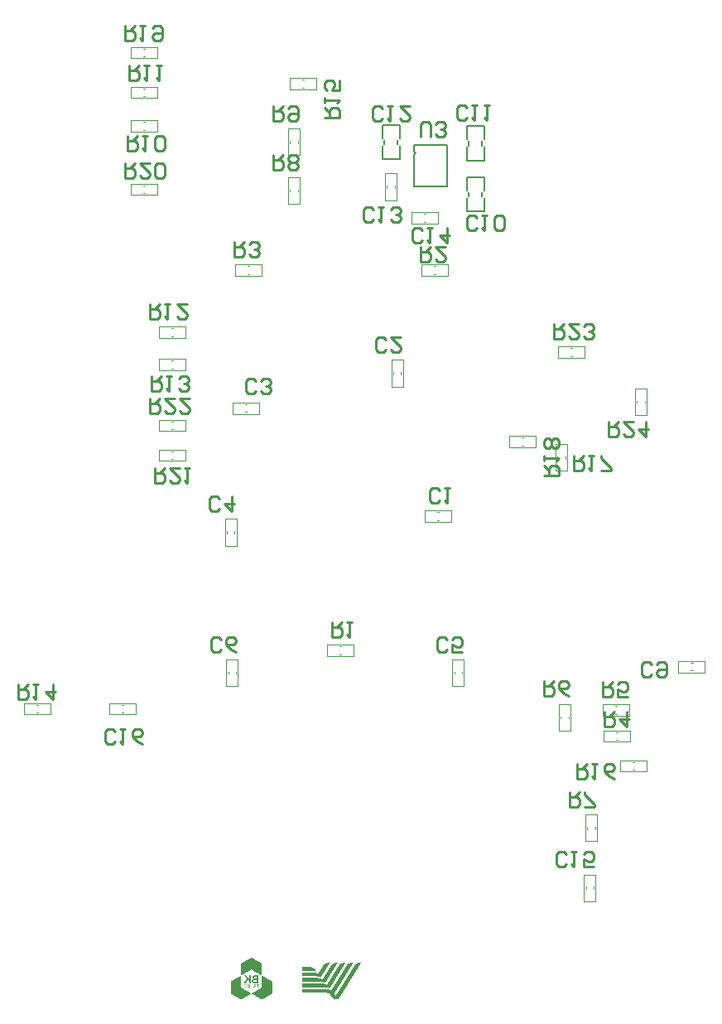
<source format=gbo>
G04*
G04 #@! TF.GenerationSoftware,Altium Limited,Altium Designer,24.4.1 (13)*
G04*
G04 Layer_Color=32896*
%FSLAX44Y44*%
%MOMM*%
G71*
G04*
G04 #@! TF.SameCoordinates,999ADBB1-789E-4D5B-A825-673993AB2B7E*
G04*
G04*
G04 #@! TF.FilePolarity,Positive*
G04*
G01*
G75*
%ADD10C,0.2540*%
%ADD11C,0.2000*%
%ADD18C,0.1778*%
%ADD20C,0.1016*%
%ADD21C,0.1270*%
G36*
X561629Y62575D02*
X561962D01*
Y62563D01*
X562147D01*
Y62551D01*
X562282D01*
Y62538D01*
X562393D01*
Y62526D01*
X562492D01*
Y62514D01*
X562591D01*
Y62501D01*
X562677D01*
Y62489D01*
X562751D01*
Y62477D01*
X562825D01*
Y62464D01*
X562899D01*
Y62452D01*
X562961D01*
Y62440D01*
X563022D01*
Y62427D01*
X563084D01*
Y62415D01*
X563145D01*
Y62403D01*
X563195D01*
Y62390D01*
X563256D01*
Y62378D01*
X563306D01*
Y62366D01*
X563355D01*
Y62353D01*
X563405D01*
Y62341D01*
X563454D01*
Y62329D01*
X563503D01*
Y62316D01*
X563552D01*
Y62304D01*
X563589D01*
Y62292D01*
X563639D01*
Y62279D01*
X563676D01*
Y62267D01*
X563725D01*
Y62255D01*
X563762D01*
Y62242D01*
X563799D01*
Y62230D01*
X563836D01*
Y62218D01*
X563885D01*
Y62205D01*
X563922D01*
Y62193D01*
X563959D01*
Y62181D01*
X563996D01*
Y62168D01*
X564033D01*
Y62156D01*
X564058D01*
Y62144D01*
X564095D01*
Y62131D01*
X564132D01*
Y62119D01*
X564169D01*
Y62107D01*
X564206D01*
Y62094D01*
X564231D01*
Y62082D01*
X564268D01*
Y62070D01*
X564305D01*
Y62057D01*
X564329D01*
Y62045D01*
X564366D01*
Y62033D01*
X564391D01*
Y62020D01*
X564428D01*
Y62008D01*
X564453D01*
Y61996D01*
X564490D01*
Y61983D01*
X564514D01*
Y61971D01*
X564539D01*
Y61959D01*
X564576D01*
Y61946D01*
X564600D01*
Y61934D01*
X564625D01*
Y61922D01*
X564662D01*
Y61909D01*
X564687D01*
Y61897D01*
X564711D01*
Y61885D01*
X564736D01*
Y61872D01*
X564761D01*
Y61860D01*
X564798D01*
Y61848D01*
X564822D01*
Y61835D01*
X564847D01*
Y61823D01*
X564872D01*
Y61811D01*
X564896D01*
Y61799D01*
X564921D01*
Y61786D01*
X564946D01*
Y61774D01*
X564970D01*
Y61761D01*
X564995D01*
Y61749D01*
X565020D01*
Y61737D01*
X565044D01*
Y61725D01*
X565069D01*
Y61712D01*
X565094D01*
Y61700D01*
X565118D01*
Y61687D01*
X565143D01*
Y61675D01*
X565155D01*
Y61663D01*
X565180D01*
Y61651D01*
X565205D01*
Y61638D01*
X565229D01*
Y61626D01*
X565254D01*
Y61613D01*
X565279D01*
Y61601D01*
X565291D01*
Y61589D01*
X565316D01*
Y61576D01*
X565340D01*
Y61564D01*
X565365D01*
Y61552D01*
X565377D01*
Y61540D01*
X565402D01*
Y61527D01*
X565427D01*
Y61515D01*
X565451D01*
Y61502D01*
X565464D01*
Y61490D01*
X565488D01*
Y61478D01*
X565513D01*
Y61466D01*
X565525D01*
Y61453D01*
X565550D01*
Y61441D01*
X565562D01*
Y61429D01*
X565587D01*
Y61416D01*
X565612D01*
Y61404D01*
X565624D01*
Y61392D01*
X565649D01*
Y61379D01*
X565661D01*
Y61367D01*
X565686D01*
Y61355D01*
X565710D01*
Y61342D01*
X565723D01*
Y61330D01*
X565747D01*
Y61318D01*
X565760D01*
Y61305D01*
X565784D01*
Y61293D01*
X565797D01*
Y61281D01*
X565821D01*
Y61268D01*
X565834D01*
Y61256D01*
X565858D01*
Y61244D01*
X565871D01*
Y61231D01*
X565895D01*
Y61219D01*
X565908D01*
Y61207D01*
X565920D01*
Y61194D01*
X565945D01*
Y61182D01*
X565957D01*
Y61170D01*
X565981D01*
Y61157D01*
X565994D01*
Y61145D01*
X566018D01*
Y61133D01*
X566031D01*
Y61120D01*
X566043D01*
Y61108D01*
X566068D01*
Y61096D01*
X566080D01*
Y61083D01*
X566092D01*
Y61071D01*
X566117D01*
Y61059D01*
X566129D01*
Y61046D01*
X566142D01*
Y61034D01*
X566166D01*
Y61022D01*
X566179D01*
Y61009D01*
X566191D01*
Y60997D01*
X566216D01*
Y60985D01*
X566228D01*
Y60972D01*
X566240D01*
Y60960D01*
X566265D01*
Y60948D01*
X566277D01*
Y60935D01*
X566290D01*
Y60923D01*
X566302D01*
Y60911D01*
X566327D01*
Y60898D01*
X566339D01*
Y60886D01*
X566351D01*
Y60874D01*
X566364D01*
Y60861D01*
X566388D01*
Y60849D01*
X566401D01*
Y60837D01*
X566413D01*
Y60824D01*
X566425D01*
Y60812D01*
X566450D01*
Y60800D01*
X566462D01*
Y60787D01*
X566475D01*
Y60775D01*
X566487D01*
Y60763D01*
X566499D01*
Y60750D01*
X566524D01*
Y60738D01*
X566536D01*
Y60726D01*
X566549D01*
Y60713D01*
X566561D01*
Y60701D01*
X566573D01*
Y60689D01*
X566586D01*
Y60676D01*
X566598D01*
Y60664D01*
X566623D01*
Y60652D01*
X566635D01*
Y60639D01*
X566647D01*
Y60627D01*
X566660D01*
Y60615D01*
X566672D01*
Y60602D01*
X566684D01*
Y60590D01*
X566697D01*
Y60578D01*
X566709D01*
Y60565D01*
X566734D01*
Y60553D01*
X566746D01*
Y60541D01*
X566758D01*
Y60528D01*
X566771D01*
Y60516D01*
X566783D01*
Y60504D01*
X566795D01*
Y60491D01*
X566808D01*
Y60479D01*
X566820D01*
Y60467D01*
X566832D01*
Y60455D01*
X566845D01*
Y60442D01*
X566857D01*
Y60430D01*
X566869D01*
Y60417D01*
X566882D01*
Y60405D01*
X566894D01*
Y60393D01*
X566906D01*
Y60381D01*
X566919D01*
Y60368D01*
X566931D01*
Y60356D01*
X566943D01*
Y60343D01*
X566955D01*
Y60331D01*
X566968D01*
Y60319D01*
X566980D01*
Y60307D01*
X566992D01*
Y60294D01*
X567005D01*
Y60282D01*
X567017D01*
Y60269D01*
X567029D01*
Y60257D01*
X567042D01*
Y60245D01*
X567054D01*
Y60233D01*
X567066D01*
Y60220D01*
X567079D01*
Y60208D01*
X567091D01*
Y60195D01*
X567104D01*
Y60183D01*
X567116D01*
Y60171D01*
X567128D01*
Y60159D01*
X567141D01*
Y60146D01*
X567153D01*
Y60134D01*
X567165D01*
Y60121D01*
X567178D01*
Y60109D01*
X567190D01*
Y60097D01*
X567202D01*
Y60085D01*
X567215D01*
Y60060D01*
X567227D01*
Y60048D01*
X567239D01*
Y60035D01*
X567252D01*
Y60023D01*
X567264D01*
Y60011D01*
X567276D01*
Y59998D01*
X567289D01*
Y59986D01*
X567301D01*
Y59974D01*
X567313D01*
Y59961D01*
X567325D01*
Y59937D01*
X567338D01*
Y59924D01*
X567350D01*
Y59912D01*
X567362D01*
Y59900D01*
X567375D01*
Y59887D01*
X567387D01*
Y59875D01*
X567399D01*
Y59850D01*
X567412D01*
Y59838D01*
X567424D01*
Y59826D01*
X567436D01*
Y59813D01*
X567449D01*
Y59801D01*
X567461D01*
Y59776D01*
X567473D01*
Y59764D01*
X567486D01*
Y59752D01*
X567498D01*
Y59739D01*
X567510D01*
Y59727D01*
X567523D01*
Y59702D01*
X567535D01*
Y59690D01*
X567547D01*
Y59678D01*
X567560D01*
Y59665D01*
X567572D01*
Y59641D01*
X567584D01*
Y59628D01*
X567597D01*
Y59616D01*
X567609D01*
Y59604D01*
X567621D01*
Y59579D01*
X567634D01*
Y59567D01*
X567646D01*
Y59554D01*
X567658D01*
Y59542D01*
X567671D01*
Y59517D01*
X567683D01*
Y59505D01*
X567695D01*
Y59493D01*
X567708D01*
Y59480D01*
X567720D01*
Y59456D01*
X567732D01*
Y59443D01*
X567745D01*
Y59431D01*
X567757D01*
Y59406D01*
X567769D01*
Y59394D01*
X567782D01*
Y59382D01*
X567794D01*
Y59369D01*
X567806D01*
Y59345D01*
X567819D01*
Y59332D01*
X567831D01*
Y59320D01*
X567843D01*
Y59308D01*
X567856D01*
Y59283D01*
X567868D01*
Y59271D01*
X567880D01*
Y59258D01*
X567893D01*
Y59246D01*
X567905D01*
Y59221D01*
X567917D01*
Y59209D01*
X567930D01*
Y59197D01*
X567942D01*
Y59184D01*
X567954D01*
Y59160D01*
X567967D01*
Y59148D01*
X567979D01*
Y59135D01*
X567991D01*
Y59123D01*
X568004D01*
Y59098D01*
X568016D01*
Y59086D01*
X568028D01*
Y59074D01*
X568041D01*
Y59061D01*
X568053D01*
Y59036D01*
X568065D01*
Y59024D01*
X568078D01*
Y59012D01*
X568090D01*
Y59000D01*
X568102D01*
Y58975D01*
X568115D01*
Y58962D01*
X568127D01*
Y58950D01*
X568139D01*
Y58938D01*
X568152D01*
Y58913D01*
X568164D01*
Y58901D01*
X568176D01*
Y58889D01*
X568189D01*
Y58864D01*
X568201D01*
Y58851D01*
X568213D01*
Y58839D01*
X568226D01*
Y58827D01*
X568238D01*
Y58802D01*
X568250D01*
Y58790D01*
X568262D01*
Y58778D01*
X568275D01*
Y58765D01*
X568287D01*
Y58741D01*
X568299D01*
Y58728D01*
X568312D01*
Y58716D01*
X568324D01*
Y58704D01*
X568336D01*
Y58679D01*
X568349D01*
Y58667D01*
X568361D01*
Y58654D01*
X568373D01*
Y58642D01*
X568386D01*
Y58617D01*
X568398D01*
Y58605D01*
X568410D01*
Y58593D01*
X568423D01*
Y58580D01*
X568435D01*
Y58556D01*
X568447D01*
Y58543D01*
X568460D01*
Y58531D01*
X568472D01*
Y58519D01*
X568484D01*
Y58494D01*
X568497D01*
Y58482D01*
X568509D01*
Y58469D01*
X568521D01*
Y58457D01*
X568534D01*
Y58432D01*
X568546D01*
Y58420D01*
X568559D01*
Y58408D01*
X568571D01*
Y58395D01*
X568583D01*
Y58371D01*
X568595D01*
Y58358D01*
X568608D01*
Y58346D01*
X568620D01*
Y58321D01*
X568632D01*
Y58309D01*
X568645D01*
Y58297D01*
X568657D01*
Y58284D01*
X568669D01*
Y58260D01*
X568682D01*
Y58247D01*
X568694D01*
Y58235D01*
X568706D01*
Y58223D01*
X568719D01*
Y58198D01*
X568731D01*
Y58186D01*
X568743D01*
Y58173D01*
X568756D01*
Y58161D01*
X568768D01*
Y58136D01*
X568780D01*
Y58124D01*
X568793D01*
Y58112D01*
X568805D01*
Y58099D01*
X568817D01*
Y58075D01*
X568830D01*
Y58062D01*
X568842D01*
Y58050D01*
X568854D01*
Y58038D01*
X568867D01*
Y58013D01*
X568879D01*
Y58001D01*
X568891D01*
Y57989D01*
X568904D01*
Y57976D01*
X568916D01*
Y57951D01*
X568928D01*
Y57939D01*
X568941D01*
Y57927D01*
X568953D01*
Y57915D01*
X568965D01*
Y57890D01*
X568978D01*
Y57877D01*
X568990D01*
Y57865D01*
X569002D01*
Y57840D01*
X568990D01*
Y57853D01*
X568928D01*
Y57865D01*
X568867D01*
Y57877D01*
X568817D01*
Y57890D01*
X568756D01*
Y57902D01*
X568694D01*
Y57915D01*
X568645D01*
Y57927D01*
X568583D01*
Y57939D01*
X568521D01*
Y57951D01*
X568472D01*
Y57964D01*
X568410D01*
Y57976D01*
X568349D01*
Y57989D01*
X568287D01*
Y58001D01*
X568238D01*
Y58013D01*
X568176D01*
Y58025D01*
X568115D01*
Y58038D01*
X568065D01*
Y58050D01*
X568004D01*
Y58062D01*
X567967D01*
Y58075D01*
X567917D01*
Y58087D01*
X567880D01*
Y58099D01*
X567831D01*
Y58112D01*
X567794D01*
Y58124D01*
X567745D01*
Y58136D01*
X567708D01*
Y58149D01*
X567658D01*
Y58161D01*
X567609D01*
Y58173D01*
X567572D01*
Y58186D01*
X567523D01*
Y58198D01*
X567473D01*
Y58210D01*
X567424D01*
Y58223D01*
X567375D01*
Y58235D01*
X567325D01*
Y58247D01*
X567276D01*
Y58260D01*
X567227D01*
Y58272D01*
X567178D01*
Y58284D01*
X567128D01*
Y58297D01*
X567066D01*
Y58309D01*
X567017D01*
Y58321D01*
X566955D01*
Y58334D01*
X566906D01*
Y58346D01*
X566845D01*
Y58358D01*
X566795D01*
Y58371D01*
X566734D01*
Y58383D01*
X566672D01*
Y58395D01*
X566610D01*
Y58408D01*
X566549D01*
Y58420D01*
X566487D01*
Y58432D01*
X566413D01*
Y58445D01*
X566351D01*
Y58457D01*
X566277D01*
Y58469D01*
X566203D01*
Y58482D01*
X566129D01*
Y58494D01*
X566055D01*
Y58506D01*
X565981D01*
Y58519D01*
X565895D01*
Y58531D01*
X565821D01*
Y58543D01*
X565735D01*
Y58556D01*
X565636D01*
Y58568D01*
X565550D01*
Y58580D01*
X565439D01*
Y58593D01*
X565340D01*
Y58605D01*
X565229D01*
Y58617D01*
X565106D01*
Y58630D01*
X564970D01*
Y58642D01*
X564822D01*
Y58654D01*
X564650D01*
Y58667D01*
X564453D01*
Y58679D01*
X564181D01*
Y58691D01*
X554601D01*
Y58704D01*
X554589D01*
Y62575D01*
X554601D01*
Y62588D01*
X561629D01*
Y62575D01*
D02*
G37*
G36*
X582405Y66558D02*
X582393D01*
Y66533D01*
X582380D01*
Y66521D01*
X582368D01*
Y66496D01*
X582356D01*
Y66484D01*
X582343D01*
Y66459D01*
X582331D01*
Y66435D01*
X582319D01*
Y66422D01*
X582307D01*
Y66398D01*
X582294D01*
Y66373D01*
X582282D01*
Y66361D01*
X582270D01*
Y66336D01*
X582257D01*
Y66324D01*
X582245D01*
Y66299D01*
X582233D01*
Y66274D01*
X582220D01*
Y66262D01*
X582208D01*
Y66237D01*
X582196D01*
Y66225D01*
X582183D01*
Y66200D01*
X582171D01*
Y66176D01*
X582159D01*
Y66163D01*
X582146D01*
Y66139D01*
X582134D01*
Y66126D01*
X582122D01*
Y66102D01*
X582109D01*
Y66077D01*
X582097D01*
Y66065D01*
X582085D01*
Y66040D01*
X582072D01*
Y66015D01*
X582060D01*
Y66003D01*
X582048D01*
Y65978D01*
X582035D01*
Y65966D01*
X582023D01*
Y65941D01*
X582011D01*
Y65917D01*
X581998D01*
Y65904D01*
X581986D01*
Y65880D01*
X581974D01*
Y65867D01*
X581961D01*
Y65843D01*
X581949D01*
Y65818D01*
X581937D01*
Y65806D01*
X581924D01*
Y65781D01*
X581912D01*
Y65756D01*
X581900D01*
Y65744D01*
X581887D01*
Y65719D01*
X581875D01*
Y65707D01*
X581863D01*
Y65682D01*
X581850D01*
Y65658D01*
X581838D01*
Y65645D01*
X581826D01*
Y65621D01*
X581813D01*
Y65609D01*
X581801D01*
Y65584D01*
X581789D01*
Y65559D01*
X581776D01*
Y65547D01*
X581764D01*
Y65522D01*
X581752D01*
Y65510D01*
X581739D01*
Y65485D01*
X581727D01*
Y65461D01*
X581715D01*
Y65448D01*
X581702D01*
Y65423D01*
X581690D01*
Y65399D01*
X581678D01*
Y65387D01*
X581665D01*
Y65362D01*
X581653D01*
Y65349D01*
X581641D01*
Y65325D01*
X581628D01*
Y65300D01*
X581616D01*
Y65288D01*
X581604D01*
Y65263D01*
X581591D01*
Y65251D01*
X581579D01*
Y65226D01*
X581567D01*
Y65202D01*
X581554D01*
Y65189D01*
X581542D01*
Y65165D01*
X581530D01*
Y65140D01*
X581517D01*
Y65128D01*
X581505D01*
Y65103D01*
X581493D01*
Y65091D01*
X581480D01*
Y65066D01*
X581468D01*
Y65041D01*
X581456D01*
Y65029D01*
X581443D01*
Y65004D01*
X581431D01*
Y64992D01*
X581419D01*
Y64967D01*
X581406D01*
Y64943D01*
X581394D01*
Y64930D01*
X581382D01*
Y64906D01*
X581369D01*
Y64893D01*
X581357D01*
Y64869D01*
X581345D01*
Y64844D01*
X581332D01*
Y64832D01*
X581320D01*
Y64807D01*
X581308D01*
Y64782D01*
X581295D01*
Y64770D01*
X581283D01*
Y64745D01*
X581271D01*
Y64733D01*
X581259D01*
Y64708D01*
X581246D01*
Y64684D01*
X581234D01*
Y64671D01*
X581222D01*
Y64647D01*
X581209D01*
Y64634D01*
X581197D01*
Y64610D01*
X581185D01*
Y64585D01*
X581172D01*
Y64573D01*
X581160D01*
Y64548D01*
X581147D01*
Y64523D01*
X581135D01*
Y64511D01*
X581123D01*
Y64486D01*
X581110D01*
Y64474D01*
X581098D01*
Y64449D01*
X581086D01*
Y64425D01*
X581073D01*
Y64412D01*
X581061D01*
Y64388D01*
X581049D01*
Y64375D01*
X581036D01*
Y64351D01*
X581024D01*
Y64326D01*
X581012D01*
Y64314D01*
X580999D01*
Y64289D01*
X580987D01*
Y64277D01*
X580975D01*
Y64252D01*
X580962D01*
Y64227D01*
X580950D01*
Y64215D01*
X580938D01*
Y64191D01*
X580925D01*
Y64166D01*
X580913D01*
Y64153D01*
X580901D01*
Y64129D01*
X580889D01*
Y64117D01*
X580876D01*
Y64092D01*
X580864D01*
Y64067D01*
X580852D01*
Y64055D01*
X580839D01*
Y64030D01*
X580827D01*
Y64018D01*
X580815D01*
Y63993D01*
X580802D01*
Y63969D01*
X580790D01*
Y63956D01*
X580778D01*
Y63931D01*
X580765D01*
Y63907D01*
X580753D01*
Y63895D01*
X580741D01*
Y63870D01*
X580728D01*
Y63858D01*
X580716D01*
Y63833D01*
X580704D01*
Y63808D01*
X580691D01*
Y63796D01*
X580679D01*
Y63771D01*
X580667D01*
Y63759D01*
X580654D01*
Y63734D01*
X580642D01*
Y63710D01*
X580630D01*
Y63697D01*
X580617D01*
Y63673D01*
X580605D01*
Y63660D01*
X580593D01*
Y63636D01*
X580580D01*
Y63611D01*
X580568D01*
Y63599D01*
X580556D01*
Y63574D01*
X580543D01*
Y63549D01*
X580531D01*
Y63537D01*
X580519D01*
Y63512D01*
X580506D01*
Y63500D01*
X580494D01*
Y63475D01*
X580482D01*
Y63451D01*
X580469D01*
Y63438D01*
X580457D01*
Y63414D01*
X580445D01*
Y63401D01*
X580432D01*
Y63377D01*
X580420D01*
Y63352D01*
X580408D01*
Y63340D01*
X580395D01*
Y63315D01*
X580383D01*
Y63290D01*
X580371D01*
Y63278D01*
X580358D01*
Y63253D01*
X580346D01*
Y63241D01*
X580334D01*
Y63216D01*
X580321D01*
Y63192D01*
X580309D01*
Y63179D01*
X580297D01*
Y63155D01*
X580284D01*
Y63142D01*
X580272D01*
Y63118D01*
X580260D01*
Y63093D01*
X580247D01*
Y63081D01*
X580235D01*
Y63056D01*
X580223D01*
Y63044D01*
X580210D01*
Y63019D01*
X580198D01*
Y62994D01*
X580186D01*
Y62982D01*
X580173D01*
Y62958D01*
X580161D01*
Y62933D01*
X580149D01*
Y62920D01*
X580136D01*
Y62896D01*
X580124D01*
Y62884D01*
X580112D01*
Y62859D01*
X580099D01*
Y62834D01*
X580087D01*
Y62822D01*
X580075D01*
Y62797D01*
X580062D01*
Y62785D01*
X580050D01*
Y62760D01*
X580038D01*
Y62736D01*
X580025D01*
Y62723D01*
X580013D01*
Y62699D01*
X580001D01*
Y62674D01*
X579989D01*
Y62661D01*
X579976D01*
Y62637D01*
X579964D01*
Y62625D01*
X579952D01*
Y62600D01*
X579939D01*
Y62575D01*
X579927D01*
Y62563D01*
X579915D01*
Y62538D01*
X579902D01*
Y62526D01*
X579890D01*
Y62501D01*
X579878D01*
Y62477D01*
X579865D01*
Y62464D01*
X579853D01*
Y62440D01*
X579841D01*
Y62427D01*
X579828D01*
Y62403D01*
X579816D01*
Y62378D01*
X579804D01*
Y62366D01*
X579791D01*
Y62341D01*
X579779D01*
Y62316D01*
X579767D01*
Y62304D01*
X579754D01*
Y62279D01*
X579742D01*
Y62267D01*
X579729D01*
Y62242D01*
X579717D01*
Y62218D01*
X579705D01*
Y62205D01*
X579692D01*
Y62181D01*
X579680D01*
Y62168D01*
X579668D01*
Y62144D01*
X579655D01*
Y62119D01*
X579643D01*
Y62107D01*
X579631D01*
Y62082D01*
X579619D01*
Y62057D01*
X579606D01*
Y62045D01*
X579594D01*
Y62020D01*
X579582D01*
Y62008D01*
X579569D01*
Y61983D01*
X579557D01*
Y61959D01*
X579545D01*
Y61946D01*
X579532D01*
Y61922D01*
X579520D01*
Y61909D01*
X579508D01*
Y61885D01*
X579495D01*
Y61860D01*
X579483D01*
Y61848D01*
X579471D01*
Y61823D01*
X579458D01*
Y61811D01*
X579446D01*
Y61786D01*
X579434D01*
Y61761D01*
X579421D01*
Y61749D01*
X579409D01*
Y61725D01*
X579397D01*
Y61700D01*
X579384D01*
Y61687D01*
X579372D01*
Y61663D01*
X579360D01*
Y61651D01*
X579347D01*
Y61626D01*
X579335D01*
Y61601D01*
X579323D01*
Y61589D01*
X579310D01*
Y61564D01*
X579298D01*
Y61552D01*
X579286D01*
Y61527D01*
X579273D01*
Y61502D01*
X579261D01*
Y61490D01*
X579249D01*
Y61466D01*
X579236D01*
Y61441D01*
X579224D01*
Y61429D01*
X579212D01*
Y61404D01*
X579199D01*
Y61392D01*
X579187D01*
Y61367D01*
X579175D01*
Y61342D01*
X579162D01*
Y61330D01*
X579150D01*
Y61305D01*
X579138D01*
Y61293D01*
X579125D01*
Y61268D01*
X579113D01*
Y61244D01*
X579101D01*
Y61231D01*
X579088D01*
Y61207D01*
X579076D01*
Y61194D01*
X579064D01*
Y61170D01*
X579051D01*
Y61145D01*
X579039D01*
Y61133D01*
X579027D01*
Y61108D01*
X579014D01*
Y61083D01*
X579002D01*
Y61071D01*
X578990D01*
Y61046D01*
X578977D01*
Y61034D01*
X578965D01*
Y61009D01*
X578953D01*
Y60985D01*
X578940D01*
Y60972D01*
X578928D01*
Y60948D01*
X578916D01*
Y60935D01*
X578903D01*
Y60911D01*
X578891D01*
Y60886D01*
X578879D01*
Y60874D01*
X578866D01*
Y60849D01*
X578854D01*
Y60824D01*
X578842D01*
Y60812D01*
X578829D01*
Y60787D01*
X578817D01*
Y60775D01*
X578805D01*
Y60750D01*
X578792D01*
Y60726D01*
X578780D01*
Y60713D01*
X578768D01*
Y60689D01*
X578755D01*
Y60676D01*
X578743D01*
Y60652D01*
X578731D01*
Y60627D01*
X578718D01*
Y60615D01*
X578706D01*
Y60590D01*
X578694D01*
Y60578D01*
X578681D01*
Y60553D01*
X578669D01*
Y60528D01*
X578657D01*
Y60516D01*
X578644D01*
Y60491D01*
X578632D01*
Y60467D01*
X578620D01*
Y60455D01*
X578607D01*
Y60430D01*
X578595D01*
Y60417D01*
X578583D01*
Y60393D01*
X578571D01*
Y60368D01*
X578558D01*
Y60356D01*
X578546D01*
Y60331D01*
X578534D01*
Y60319D01*
X578521D01*
Y60294D01*
X578509D01*
Y60269D01*
X578497D01*
Y60257D01*
X578484D01*
Y60233D01*
X578472D01*
Y60208D01*
X578460D01*
Y60195D01*
X578447D01*
Y60171D01*
X578435D01*
Y60159D01*
X578423D01*
Y60134D01*
X578410D01*
Y60109D01*
X578398D01*
Y60097D01*
X578386D01*
Y60072D01*
X578373D01*
Y60060D01*
X578361D01*
Y60035D01*
X578349D01*
Y60011D01*
X578336D01*
Y59998D01*
X578324D01*
Y59974D01*
X578312D01*
Y59961D01*
X578299D01*
Y59937D01*
X578287D01*
Y59912D01*
X578275D01*
Y59900D01*
X578262D01*
Y59875D01*
X578250D01*
Y59850D01*
X578238D01*
Y59838D01*
X578225D01*
Y59813D01*
X578213D01*
Y59801D01*
X578201D01*
Y59776D01*
X578188D01*
Y59752D01*
X578176D01*
Y59739D01*
X578164D01*
Y59715D01*
X578151D01*
Y59702D01*
X578139D01*
Y59678D01*
X578127D01*
Y59653D01*
X578114D01*
Y59641D01*
X578102D01*
Y59616D01*
X578090D01*
Y59591D01*
X578077D01*
Y59579D01*
X578065D01*
Y59554D01*
X578053D01*
Y59542D01*
X578040D01*
Y59517D01*
X578028D01*
Y59493D01*
X578016D01*
Y59480D01*
X578003D01*
Y59456D01*
X577991D01*
Y59443D01*
X577979D01*
Y59419D01*
X577966D01*
Y59394D01*
X577954D01*
Y59382D01*
X577942D01*
Y59357D01*
X577929D01*
Y59345D01*
X577917D01*
Y59320D01*
X577905D01*
Y59295D01*
X577892D01*
Y59283D01*
X577880D01*
Y59258D01*
X577868D01*
Y59234D01*
X577855D01*
Y59221D01*
X577843D01*
Y59197D01*
X577831D01*
Y59184D01*
X577818D01*
Y59160D01*
X577806D01*
Y59135D01*
X577794D01*
Y59123D01*
X577781D01*
Y59098D01*
X577769D01*
Y59086D01*
X577757D01*
Y59061D01*
X577744D01*
Y59036D01*
X577732D01*
Y59024D01*
X577720D01*
Y59000D01*
X577707D01*
Y58975D01*
X577695D01*
Y58962D01*
X577683D01*
Y58938D01*
X577670D01*
Y58925D01*
X577658D01*
Y58901D01*
X577646D01*
Y58876D01*
X577633D01*
Y58864D01*
X577621D01*
Y58839D01*
X577609D01*
Y58827D01*
X577596D01*
Y58802D01*
X577584D01*
Y58778D01*
X577572D01*
Y58765D01*
X577559D01*
Y58741D01*
X577547D01*
Y58728D01*
X577535D01*
Y58704D01*
X577522D01*
Y58679D01*
X577510D01*
Y58667D01*
X577498D01*
Y58642D01*
X577485D01*
Y58617D01*
X577473D01*
Y58605D01*
X577461D01*
Y58580D01*
X577449D01*
Y58568D01*
X577436D01*
Y58543D01*
X577424D01*
Y58519D01*
X577411D01*
Y58506D01*
X577399D01*
Y58482D01*
X577387D01*
Y58469D01*
X577374D01*
Y58445D01*
X577362D01*
Y58420D01*
X577350D01*
Y58408D01*
X577337D01*
Y58383D01*
X577325D01*
Y58358D01*
X577313D01*
Y58346D01*
X577300D01*
Y58321D01*
X577288D01*
Y58309D01*
X577276D01*
Y58284D01*
X577263D01*
Y58260D01*
X577251D01*
Y58247D01*
X577239D01*
Y58223D01*
X577226D01*
Y58210D01*
X577214D01*
Y58186D01*
X577202D01*
Y58161D01*
X577189D01*
Y58149D01*
X577177D01*
Y58124D01*
X577165D01*
Y58112D01*
X577152D01*
Y58087D01*
X577140D01*
Y58062D01*
X577128D01*
Y58050D01*
X577116D01*
Y58025D01*
X577103D01*
Y58001D01*
X577091D01*
Y57989D01*
X577079D01*
Y57964D01*
X577066D01*
Y57951D01*
X577054D01*
Y57927D01*
X577042D01*
Y57902D01*
X577029D01*
Y57890D01*
X577017D01*
Y57865D01*
X577005D01*
Y57853D01*
X576992D01*
Y57828D01*
X576980D01*
Y57804D01*
X576968D01*
Y57791D01*
X576955D01*
Y57766D01*
X576943D01*
Y57742D01*
X576931D01*
Y57730D01*
X576918D01*
Y57705D01*
X576906D01*
Y57692D01*
X576894D01*
Y57668D01*
X576881D01*
Y57643D01*
X576869D01*
Y57631D01*
X576857D01*
Y57606D01*
X576844D01*
Y57594D01*
X576832D01*
Y57569D01*
X576820D01*
Y57545D01*
X576807D01*
Y57532D01*
X576795D01*
Y57508D01*
X576783D01*
Y57495D01*
X576770D01*
Y57471D01*
X576758D01*
Y57446D01*
X576746D01*
Y57434D01*
X576733D01*
Y57409D01*
X576721D01*
Y57384D01*
X576709D01*
Y57372D01*
X576696D01*
Y57347D01*
X576684D01*
Y57335D01*
X576672D01*
Y57310D01*
X576659D01*
Y57286D01*
X576647D01*
Y57273D01*
X576635D01*
Y57249D01*
X576622D01*
Y57236D01*
X576610D01*
Y57212D01*
X576598D01*
Y57187D01*
X576585D01*
Y57175D01*
X576573D01*
Y57150D01*
X576561D01*
Y57125D01*
X576548D01*
Y57113D01*
X576536D01*
Y57088D01*
X576524D01*
Y57076D01*
X576511D01*
Y57051D01*
X576499D01*
Y57027D01*
X576487D01*
Y57014D01*
X576474D01*
Y56990D01*
X576462D01*
Y56977D01*
X576450D01*
Y56953D01*
X576437D01*
Y56928D01*
X576425D01*
Y56916D01*
X576413D01*
Y56891D01*
X576400D01*
Y56879D01*
X576388D01*
Y56854D01*
X576376D01*
Y56829D01*
X576363D01*
Y56817D01*
X576351D01*
Y56792D01*
X576339D01*
Y56768D01*
X576326D01*
Y56755D01*
X576314D01*
Y56731D01*
X576302D01*
Y56719D01*
X576289D01*
Y56694D01*
X576277D01*
Y56669D01*
X576265D01*
Y56657D01*
X576252D01*
Y56632D01*
X576240D01*
Y56620D01*
X576228D01*
Y56595D01*
X576215D01*
Y56571D01*
X576203D01*
Y56558D01*
X576191D01*
Y56533D01*
X576179D01*
Y56509D01*
X576166D01*
Y56497D01*
X576154D01*
Y56472D01*
X576142D01*
Y56459D01*
X576129D01*
Y56435D01*
X576117D01*
Y56410D01*
X576105D01*
Y56398D01*
X576092D01*
Y56373D01*
X576080D01*
Y56361D01*
X576068D01*
Y56336D01*
X576055D01*
Y56311D01*
X576043D01*
Y56299D01*
X576031D01*
Y56275D01*
X576018D01*
Y56262D01*
X576006D01*
Y56238D01*
X575993D01*
Y56213D01*
X575981D01*
Y56201D01*
X575969D01*
Y56176D01*
X575956D01*
Y56151D01*
X575944D01*
Y56139D01*
X575932D01*
Y56114D01*
X575919D01*
Y56102D01*
X575907D01*
Y56077D01*
X575895D01*
Y56053D01*
X575882D01*
Y56040D01*
X575870D01*
Y56016D01*
X575858D01*
Y56003D01*
X575845D01*
Y55979D01*
X575833D01*
Y55954D01*
X575821D01*
Y55942D01*
X575809D01*
Y55917D01*
X575796D01*
Y55892D01*
X575784D01*
Y55880D01*
X575772D01*
Y55855D01*
X575759D01*
Y55843D01*
X575747D01*
Y55818D01*
X575735D01*
Y55794D01*
X575722D01*
Y55781D01*
X575710D01*
Y55757D01*
X575698D01*
Y55744D01*
X575685D01*
Y55720D01*
X575673D01*
Y55695D01*
X575661D01*
Y55683D01*
X575648D01*
Y55658D01*
X575636D01*
Y55646D01*
X575624D01*
Y55621D01*
X575611D01*
Y55596D01*
X575599D01*
Y55584D01*
X575587D01*
Y55559D01*
X575574D01*
Y55535D01*
X575562D01*
Y55522D01*
X575550D01*
Y55498D01*
X575537D01*
Y55485D01*
X575525D01*
Y55461D01*
X575513D01*
Y55436D01*
X575500D01*
Y55424D01*
X575488D01*
Y55399D01*
X575476D01*
Y55387D01*
X575463D01*
Y55362D01*
X575451D01*
Y55338D01*
X575439D01*
Y55325D01*
X575426D01*
Y55300D01*
X575414D01*
Y55276D01*
X575402D01*
Y55264D01*
X575389D01*
Y55239D01*
X575377D01*
Y55226D01*
X575365D01*
Y55202D01*
X575352D01*
Y55177D01*
X575340D01*
Y55165D01*
X575328D01*
Y55140D01*
X575315D01*
Y55128D01*
X575303D01*
Y55103D01*
X575291D01*
Y55079D01*
X575278D01*
Y55066D01*
X575266D01*
Y55041D01*
X575254D01*
Y55029D01*
X575241D01*
Y55005D01*
X575229D01*
Y54980D01*
X575217D01*
Y54968D01*
X575204D01*
Y54943D01*
X575192D01*
Y54918D01*
X575180D01*
Y54906D01*
X575167D01*
Y54881D01*
X575155D01*
Y54869D01*
X575143D01*
Y54844D01*
X575130D01*
Y54820D01*
X575118D01*
Y54807D01*
X575106D01*
Y54783D01*
X575093D01*
Y54770D01*
X575081D01*
Y54746D01*
X575069D01*
Y54721D01*
X575056D01*
Y54709D01*
X575044D01*
Y54684D01*
X575032D01*
Y54659D01*
X575019D01*
Y54647D01*
X575007D01*
Y54622D01*
X574995D01*
Y54610D01*
X574982D01*
Y54585D01*
X574970D01*
Y54561D01*
X574958D01*
Y54548D01*
X574945D01*
Y54524D01*
X574933D01*
Y54511D01*
X574921D01*
Y54487D01*
X574908D01*
Y54462D01*
X574896D01*
Y54450D01*
X574884D01*
Y54425D01*
X574871D01*
Y54413D01*
X574859D01*
Y54388D01*
X574847D01*
Y54363D01*
X574835D01*
Y54351D01*
X574822D01*
Y54326D01*
X574810D01*
Y54302D01*
X574798D01*
Y54289D01*
X574785D01*
Y54265D01*
X574773D01*
Y54252D01*
X574761D01*
Y54228D01*
X574748D01*
Y54203D01*
X574736D01*
Y54191D01*
X574724D01*
Y54166D01*
X574711D01*
Y54154D01*
X574699D01*
Y54129D01*
X574687D01*
Y54104D01*
X574674D01*
Y54092D01*
X574662D01*
Y54068D01*
X574650D01*
Y54043D01*
X574637D01*
Y54030D01*
X574625D01*
Y54006D01*
X574613D01*
Y53994D01*
X574600D01*
Y53969D01*
X574588D01*
Y53944D01*
X574576D01*
Y53932D01*
X574563D01*
Y53907D01*
X574551D01*
Y53895D01*
X574539D01*
Y53870D01*
X574526D01*
Y53846D01*
X574514D01*
Y53833D01*
X574502D01*
Y53809D01*
X574489D01*
Y53796D01*
X574477D01*
Y53772D01*
X574465D01*
Y53747D01*
X574452D01*
Y53735D01*
X574440D01*
Y53710D01*
X574428D01*
Y53685D01*
X574415D01*
Y53673D01*
X574403D01*
Y53648D01*
X574391D01*
Y53636D01*
X574378D01*
Y53611D01*
X574366D01*
Y53587D01*
X574354D01*
Y53574D01*
X574341D01*
Y53550D01*
X574329D01*
Y53537D01*
X574317D01*
Y53513D01*
X574304D01*
Y53488D01*
X574292D01*
Y53476D01*
X574280D01*
Y53451D01*
X574267D01*
Y53426D01*
X574255D01*
Y53414D01*
X574243D01*
Y53389D01*
X574230D01*
Y53377D01*
X574218D01*
Y53352D01*
X574206D01*
Y53328D01*
X574193D01*
Y53315D01*
X574181D01*
Y53291D01*
X574169D01*
Y53278D01*
X574156D01*
Y53254D01*
X574144D01*
Y53229D01*
X574132D01*
Y53217D01*
X574119D01*
Y53192D01*
X574107D01*
Y53180D01*
X574095D01*
Y53155D01*
X574082D01*
Y53130D01*
X574070D01*
Y53118D01*
X574058D01*
Y53093D01*
X574045D01*
Y53069D01*
X574033D01*
Y53056D01*
X574021D01*
Y53032D01*
X574008D01*
Y53019D01*
X573996D01*
Y52995D01*
X573984D01*
Y52970D01*
X573971D01*
Y52958D01*
X573959D01*
Y52933D01*
X573947D01*
Y52921D01*
X573934D01*
Y52896D01*
X573922D01*
Y52871D01*
X573910D01*
Y52859D01*
X573897D01*
Y52835D01*
X573885D01*
Y52810D01*
X573873D01*
Y52797D01*
X573860D01*
Y52773D01*
X573848D01*
Y52761D01*
X573836D01*
Y52736D01*
X573823D01*
Y52711D01*
X573811D01*
Y52699D01*
X573799D01*
Y52674D01*
X573786D01*
Y52662D01*
X573774D01*
Y52637D01*
X573762D01*
Y52613D01*
X573749D01*
Y52600D01*
X573737D01*
Y52575D01*
X573725D01*
Y52563D01*
X573712D01*
Y52539D01*
X573700D01*
Y52514D01*
X573688D01*
Y52502D01*
X573675D01*
Y52477D01*
X573663D01*
Y52452D01*
X573651D01*
Y52440D01*
X573638D01*
Y52415D01*
X573626D01*
Y52403D01*
X573614D01*
Y52378D01*
X573601D01*
Y52354D01*
X573589D01*
Y52341D01*
X573577D01*
Y52317D01*
X573564D01*
Y52304D01*
X573552D01*
Y52280D01*
X573540D01*
Y52255D01*
X573527D01*
Y52243D01*
X573515D01*
Y52218D01*
X573503D01*
Y52193D01*
X573478D01*
Y52206D01*
X573429D01*
Y52218D01*
X573367D01*
Y52230D01*
X573306D01*
Y52243D01*
X573256D01*
Y52255D01*
X573195D01*
Y52267D01*
X573133D01*
Y52280D01*
X573084D01*
Y52292D01*
X573022D01*
Y52304D01*
X572960D01*
Y52317D01*
X572911D01*
Y52329D01*
X572849D01*
Y52341D01*
X572788D01*
Y52354D01*
X572726D01*
Y52366D01*
X572677D01*
Y52378D01*
X572615D01*
Y52391D01*
X572553D01*
Y52403D01*
X572504D01*
Y52415D01*
X572455D01*
Y52428D01*
X572418D01*
Y52440D01*
X572381D01*
Y52452D01*
X572332D01*
Y52465D01*
X572295D01*
Y52477D01*
X572245D01*
Y52489D01*
X572196D01*
Y52502D01*
X572159D01*
Y52514D01*
X572109D01*
Y52526D01*
X572060D01*
Y52539D01*
X572011D01*
Y52551D01*
X571974D01*
Y52563D01*
X571925D01*
Y52575D01*
X571875D01*
Y52588D01*
X571826D01*
Y52600D01*
X571777D01*
Y52613D01*
X571727D01*
Y52625D01*
X571666D01*
Y52637D01*
X571616D01*
Y52649D01*
X571567D01*
Y52662D01*
X571518D01*
Y52674D01*
X571456D01*
Y52687D01*
X571407D01*
Y52699D01*
X571345D01*
Y52711D01*
X571283D01*
Y52723D01*
X571222D01*
Y52736D01*
X571172D01*
Y52748D01*
X571111D01*
Y52761D01*
X571049D01*
Y52773D01*
X570975D01*
Y52785D01*
X570914D01*
Y52797D01*
X570852D01*
Y52810D01*
X570778D01*
Y52822D01*
X570704D01*
Y52835D01*
X570630D01*
Y52847D01*
X570556D01*
Y52859D01*
X570482D01*
Y52871D01*
X570396D01*
Y52884D01*
X570322D01*
Y52896D01*
X570223D01*
Y52909D01*
X570137D01*
Y52921D01*
X570038D01*
Y52933D01*
X569939D01*
Y52945D01*
X569841D01*
Y52958D01*
X569730D01*
Y52970D01*
X569607D01*
Y52982D01*
X569471D01*
Y52995D01*
X569323D01*
Y53007D01*
X569163D01*
Y53019D01*
X568965D01*
Y53032D01*
X568706D01*
Y53044D01*
X554601D01*
Y53056D01*
X554589D01*
Y56928D01*
X554601D01*
Y56940D01*
X566179D01*
Y56928D01*
X566475D01*
Y56916D01*
X566647D01*
Y56903D01*
X566783D01*
Y56891D01*
X566894D01*
Y56879D01*
X566992D01*
Y56866D01*
X567091D01*
Y56854D01*
X567178D01*
Y56842D01*
X567252D01*
Y56829D01*
X567325D01*
Y56817D01*
X567387D01*
Y56805D01*
X567461D01*
Y56792D01*
X567523D01*
Y56780D01*
X567584D01*
Y56768D01*
X567646D01*
Y56755D01*
X567695D01*
Y56743D01*
X567745D01*
Y56731D01*
X567806D01*
Y56719D01*
X567856D01*
Y56706D01*
X567905D01*
Y56694D01*
X567954D01*
Y56681D01*
X568004D01*
Y56669D01*
X568041D01*
Y56657D01*
X568090D01*
Y56645D01*
X568127D01*
Y56632D01*
X568176D01*
Y56620D01*
X568213D01*
Y56607D01*
X568262D01*
Y56595D01*
X568299D01*
Y56583D01*
X568336D01*
Y56571D01*
X568373D01*
Y56558D01*
X568410D01*
Y56546D01*
X568447D01*
Y56533D01*
X568484D01*
Y56521D01*
X568521D01*
Y56509D01*
X568559D01*
Y56497D01*
X568595D01*
Y56484D01*
X568632D01*
Y56472D01*
X568657D01*
Y56459D01*
X568694D01*
Y56447D01*
X568731D01*
Y56435D01*
X568756D01*
Y56423D01*
X568793D01*
Y56410D01*
X568830D01*
Y56398D01*
X568854D01*
Y56385D01*
X568891D01*
Y56373D01*
X568916D01*
Y56361D01*
X568953D01*
Y56349D01*
X568978D01*
Y56336D01*
X569002D01*
Y56324D01*
X569039D01*
Y56311D01*
X569064D01*
Y56299D01*
X569089D01*
Y56287D01*
X569126D01*
Y56275D01*
X569150D01*
Y56262D01*
X569175D01*
Y56250D01*
X569200D01*
Y56238D01*
X569237D01*
Y56225D01*
X569261D01*
Y56213D01*
X569286D01*
Y56201D01*
X569311D01*
Y56188D01*
X569335D01*
Y56176D01*
X569360D01*
Y56164D01*
X569385D01*
Y56151D01*
X569409D01*
Y56139D01*
X569434D01*
Y56127D01*
X569459D01*
Y56114D01*
X569483D01*
Y56102D01*
X569508D01*
Y56090D01*
X569533D01*
Y56077D01*
X569557D01*
Y56065D01*
X569582D01*
Y56053D01*
X569607D01*
Y56040D01*
X569631D01*
Y56028D01*
X569656D01*
Y56016D01*
X569680D01*
Y56003D01*
X569705D01*
Y55991D01*
X569717D01*
Y55979D01*
X569742D01*
Y55966D01*
X569767D01*
Y55954D01*
X569791D01*
Y55942D01*
X569816D01*
Y55929D01*
X569828D01*
Y55917D01*
X569853D01*
Y55905D01*
X569878D01*
Y55892D01*
X569902D01*
Y55880D01*
X569915D01*
Y55868D01*
X569939D01*
Y55855D01*
X569964D01*
Y55843D01*
X569976D01*
Y55831D01*
X570001D01*
Y55818D01*
X570026D01*
Y55806D01*
X570038D01*
Y55794D01*
X570063D01*
Y55781D01*
X570075D01*
Y55769D01*
X570100D01*
Y55757D01*
X570124D01*
Y55744D01*
X570137D01*
Y55732D01*
X570161D01*
Y55720D01*
X570174D01*
Y55707D01*
X570198D01*
Y55695D01*
X570223D01*
Y55683D01*
X570235D01*
Y55670D01*
X570260D01*
Y55658D01*
X570272D01*
Y55646D01*
X570297D01*
Y55633D01*
X570309D01*
Y55621D01*
X570334D01*
Y55609D01*
X570346D01*
Y55596D01*
X570371D01*
Y55584D01*
X570383D01*
Y55572D01*
X570396D01*
Y55559D01*
X570420D01*
Y55547D01*
X570433D01*
Y55535D01*
X570457D01*
Y55522D01*
X570470D01*
Y55510D01*
X570494D01*
Y55498D01*
X570507D01*
Y55485D01*
X570519D01*
Y55473D01*
X570544D01*
Y55461D01*
X570556D01*
Y55448D01*
X570581D01*
Y55473D01*
X570593D01*
Y55498D01*
X570605D01*
Y55510D01*
X570618D01*
Y55535D01*
X570630D01*
Y55559D01*
X570642D01*
Y55572D01*
X570655D01*
Y55596D01*
X570667D01*
Y55609D01*
X570679D01*
Y55633D01*
X570692D01*
Y55658D01*
X570704D01*
Y55670D01*
X570716D01*
Y55695D01*
X570729D01*
Y55707D01*
X570741D01*
Y55732D01*
X570753D01*
Y55757D01*
X570765D01*
Y55769D01*
X570778D01*
Y55794D01*
X570790D01*
Y55818D01*
X570802D01*
Y55831D01*
X570815D01*
Y55855D01*
X570827D01*
Y55868D01*
X570840D01*
Y55892D01*
X570852D01*
Y55917D01*
X570864D01*
Y55929D01*
X570877D01*
Y55954D01*
X570889D01*
Y55966D01*
X570901D01*
Y55991D01*
X570914D01*
Y56016D01*
X570926D01*
Y56028D01*
X570938D01*
Y56053D01*
X570951D01*
Y56065D01*
X570963D01*
Y56090D01*
X570975D01*
Y56114D01*
X570988D01*
Y56127D01*
X571000D01*
Y56151D01*
X571012D01*
Y56176D01*
X571025D01*
Y56188D01*
X571037D01*
Y56213D01*
X571049D01*
Y56225D01*
X571062D01*
Y56250D01*
X571074D01*
Y56275D01*
X571086D01*
Y56287D01*
X571099D01*
Y56311D01*
X571111D01*
Y56324D01*
X571123D01*
Y56349D01*
X571135D01*
Y56373D01*
X571148D01*
Y56385D01*
X571160D01*
Y56410D01*
X571172D01*
Y56435D01*
X571185D01*
Y56447D01*
X571197D01*
Y56472D01*
X571209D01*
Y56484D01*
X571222D01*
Y56509D01*
X571234D01*
Y56533D01*
X571246D01*
Y56546D01*
X571259D01*
Y56571D01*
X571271D01*
Y56583D01*
X571283D01*
Y56607D01*
X571296D01*
Y56632D01*
X571308D01*
Y56645D01*
X571320D01*
Y56669D01*
X571333D01*
Y56681D01*
X571345D01*
Y56706D01*
X571357D01*
Y56731D01*
X571370D01*
Y56743D01*
X571382D01*
Y56768D01*
X571394D01*
Y56792D01*
X571407D01*
Y56805D01*
X571419D01*
Y56829D01*
X571431D01*
Y56842D01*
X571444D01*
Y56866D01*
X571456D01*
Y56891D01*
X571468D01*
Y56903D01*
X571481D01*
Y56928D01*
X571493D01*
Y56940D01*
X571505D01*
Y56965D01*
X571518D01*
Y56990D01*
X571530D01*
Y57002D01*
X571542D01*
Y57027D01*
X571555D01*
Y57051D01*
X571567D01*
Y57064D01*
X571579D01*
Y57088D01*
X571592D01*
Y57101D01*
X571604D01*
Y57125D01*
X571616D01*
Y57150D01*
X571629D01*
Y57162D01*
X571641D01*
Y57187D01*
X571653D01*
Y57199D01*
X571666D01*
Y57224D01*
X571678D01*
Y57249D01*
X571690D01*
Y57261D01*
X571703D01*
Y57286D01*
X571715D01*
Y57298D01*
X571727D01*
Y57323D01*
X571740D01*
Y57347D01*
X571752D01*
Y57360D01*
X571764D01*
Y57384D01*
X571777D01*
Y57409D01*
X571789D01*
Y57421D01*
X571801D01*
Y57446D01*
X571814D01*
Y57458D01*
X571826D01*
Y57483D01*
X571838D01*
Y57508D01*
X571851D01*
Y57520D01*
X571863D01*
Y57545D01*
X571875D01*
Y57557D01*
X571888D01*
Y57582D01*
X571900D01*
Y57606D01*
X571912D01*
Y57619D01*
X571925D01*
Y57643D01*
X571937D01*
Y57668D01*
X571949D01*
Y57680D01*
X571962D01*
Y57705D01*
X571974D01*
Y57717D01*
X571986D01*
Y57742D01*
X571999D01*
Y57766D01*
X572011D01*
Y57779D01*
X572023D01*
Y57804D01*
X572035D01*
Y57816D01*
X572048D01*
Y57840D01*
X572060D01*
Y57865D01*
X572072D01*
Y57877D01*
X572085D01*
Y57902D01*
X572097D01*
Y57915D01*
X572109D01*
Y57939D01*
X572122D01*
Y57964D01*
X572134D01*
Y57976D01*
X572146D01*
Y58001D01*
X572159D01*
Y58025D01*
X572171D01*
Y58038D01*
X572183D01*
Y58062D01*
X572196D01*
Y58075D01*
X572208D01*
Y58099D01*
X572220D01*
Y58124D01*
X572233D01*
Y58136D01*
X572245D01*
Y58161D01*
X572257D01*
Y58173D01*
X572270D01*
Y58198D01*
X572282D01*
Y58223D01*
X572295D01*
Y58235D01*
X572307D01*
Y58260D01*
X572319D01*
Y58284D01*
X572332D01*
Y58297D01*
X572344D01*
Y58321D01*
X572356D01*
Y58334D01*
X572369D01*
Y58358D01*
X572381D01*
Y58383D01*
X572393D01*
Y58395D01*
X572405D01*
Y58420D01*
X572418D01*
Y58432D01*
X572430D01*
Y58457D01*
X572442D01*
Y58482D01*
X572455D01*
Y58494D01*
X572467D01*
Y58519D01*
X572479D01*
Y58531D01*
X572492D01*
Y58556D01*
X572504D01*
Y58580D01*
X572516D01*
Y58593D01*
X572529D01*
Y58617D01*
X572541D01*
Y58642D01*
X572553D01*
Y58654D01*
X572566D01*
Y58679D01*
X572578D01*
Y58691D01*
X572590D01*
Y58716D01*
X572603D01*
Y58741D01*
X572615D01*
Y58753D01*
X572627D01*
Y58778D01*
X572640D01*
Y58790D01*
X572652D01*
Y58815D01*
X572664D01*
Y58839D01*
X572677D01*
Y58851D01*
X572689D01*
Y58876D01*
X572701D01*
Y58901D01*
X572714D01*
Y58913D01*
X572726D01*
Y58938D01*
X572738D01*
Y58950D01*
X572751D01*
Y58975D01*
X572763D01*
Y59000D01*
X572775D01*
Y59012D01*
X572788D01*
Y59036D01*
X572800D01*
Y59049D01*
X572812D01*
Y59074D01*
X572825D01*
Y59098D01*
X572837D01*
Y59110D01*
X572849D01*
Y59135D01*
X572862D01*
Y59148D01*
X572874D01*
Y59172D01*
X572886D01*
Y59197D01*
X572899D01*
Y59209D01*
X572911D01*
Y59234D01*
X572923D01*
Y59258D01*
X572936D01*
Y59271D01*
X572948D01*
Y59295D01*
X572960D01*
Y59308D01*
X572973D01*
Y59332D01*
X572985D01*
Y59357D01*
X572997D01*
Y59369D01*
X573010D01*
Y59394D01*
X573022D01*
Y59406D01*
X573034D01*
Y59431D01*
X573047D01*
Y59456D01*
X573059D01*
Y59468D01*
X573071D01*
Y59493D01*
X573084D01*
Y59517D01*
X573096D01*
Y59530D01*
X573108D01*
Y59554D01*
X573121D01*
Y59567D01*
X573133D01*
Y59591D01*
X573145D01*
Y59616D01*
X573158D01*
Y59628D01*
X573170D01*
Y59653D01*
X573182D01*
Y59665D01*
X573195D01*
Y59690D01*
X573207D01*
Y59715D01*
X573219D01*
Y59727D01*
X573232D01*
Y59752D01*
X573244D01*
Y59764D01*
X573256D01*
Y59789D01*
X573269D01*
Y59813D01*
X573281D01*
Y59826D01*
X573293D01*
Y59850D01*
X573306D01*
Y59875D01*
X573318D01*
Y59887D01*
X573330D01*
Y59912D01*
X573343D01*
Y59924D01*
X573355D01*
Y59949D01*
X573367D01*
Y59974D01*
X573380D01*
Y59986D01*
X573392D01*
Y60011D01*
X573404D01*
Y60023D01*
X573416D01*
Y60048D01*
X573429D01*
Y60072D01*
X573441D01*
Y60085D01*
X573453D01*
Y60109D01*
X573466D01*
Y60134D01*
X573478D01*
Y60146D01*
X573490D01*
Y60171D01*
X573503D01*
Y60183D01*
X573515D01*
Y60208D01*
X573527D01*
Y60233D01*
X573540D01*
Y60245D01*
X573552D01*
Y60269D01*
X573564D01*
Y60282D01*
X573577D01*
Y60307D01*
X573589D01*
Y60331D01*
X573601D01*
Y60343D01*
X573614D01*
Y60368D01*
X573626D01*
Y60381D01*
X573638D01*
Y60405D01*
X573651D01*
Y60430D01*
X573663D01*
Y60442D01*
X573675D01*
Y60467D01*
X573688D01*
Y60491D01*
X573700D01*
Y60504D01*
X573712D01*
Y60528D01*
X573725D01*
Y60541D01*
X573737D01*
Y60565D01*
X573749D01*
Y60590D01*
X573762D01*
Y60602D01*
X573774D01*
Y60627D01*
X573786D01*
Y60639D01*
X573799D01*
Y60664D01*
X573811D01*
Y60689D01*
X573823D01*
Y60701D01*
X573836D01*
Y60726D01*
X573848D01*
Y60750D01*
X573860D01*
Y60763D01*
X573873D01*
Y60787D01*
X573885D01*
Y60800D01*
X573897D01*
Y60824D01*
X573910D01*
Y60849D01*
X573922D01*
Y60861D01*
X573934D01*
Y60886D01*
X573947D01*
Y60898D01*
X573959D01*
Y60923D01*
X573971D01*
Y60948D01*
X573984D01*
Y60960D01*
X573996D01*
Y60985D01*
X574008D01*
Y60997D01*
X574021D01*
Y61022D01*
X574033D01*
Y61046D01*
X574045D01*
Y61059D01*
X574058D01*
Y61083D01*
X574070D01*
Y61108D01*
X574082D01*
Y61120D01*
X574095D01*
Y61145D01*
X574107D01*
Y61157D01*
X574119D01*
Y61182D01*
X574132D01*
Y61207D01*
X574144D01*
Y61219D01*
X574156D01*
Y61244D01*
X574169D01*
Y61256D01*
X574181D01*
Y61281D01*
X574193D01*
Y61305D01*
X574206D01*
Y61318D01*
X574218D01*
Y61342D01*
X574230D01*
Y61367D01*
X574243D01*
Y61379D01*
X574255D01*
Y61404D01*
X574267D01*
Y61416D01*
X574280D01*
Y61441D01*
X574292D01*
Y61466D01*
X574304D01*
Y61478D01*
X574317D01*
Y61502D01*
X574329D01*
Y61515D01*
X574341D01*
Y61540D01*
X574354D01*
Y61564D01*
X574366D01*
Y61576D01*
X574378D01*
Y61601D01*
X574391D01*
Y61613D01*
X574403D01*
Y61638D01*
X574415D01*
Y61663D01*
X574428D01*
Y61675D01*
X574440D01*
Y61700D01*
X574452D01*
Y61725D01*
X574465D01*
Y61737D01*
X574477D01*
Y61761D01*
X574489D01*
Y61774D01*
X574502D01*
Y61799D01*
X574514D01*
Y61823D01*
X574526D01*
Y61835D01*
X574539D01*
Y61860D01*
X574551D01*
Y61872D01*
X574563D01*
Y61897D01*
X574576D01*
Y61922D01*
X574588D01*
Y61934D01*
X574600D01*
Y61959D01*
X574613D01*
Y61983D01*
X574625D01*
Y61996D01*
X574637D01*
Y62020D01*
X574650D01*
Y62033D01*
X574662D01*
Y62057D01*
X574674D01*
Y62082D01*
X574687D01*
Y62094D01*
X574699D01*
Y62119D01*
X574711D01*
Y62131D01*
X574724D01*
Y62156D01*
X574736D01*
Y62181D01*
X574748D01*
Y62193D01*
X574761D01*
Y62218D01*
X574773D01*
Y62230D01*
X574785D01*
Y62255D01*
X574798D01*
Y62279D01*
X574810D01*
Y62292D01*
X574822D01*
Y62316D01*
X574835D01*
Y62341D01*
X574847D01*
Y62353D01*
X574859D01*
Y62378D01*
X574871D01*
Y62390D01*
X574884D01*
Y62415D01*
X574896D01*
Y62440D01*
X574908D01*
Y62452D01*
X574921D01*
Y62477D01*
X574933D01*
Y62489D01*
X574945D01*
Y62514D01*
X574958D01*
Y62538D01*
X574970D01*
Y62551D01*
X574982D01*
Y62575D01*
X574995D01*
Y62600D01*
X575007D01*
Y62612D01*
X575019D01*
Y62637D01*
X575032D01*
Y62649D01*
X575044D01*
Y62674D01*
X575056D01*
Y62699D01*
X575069D01*
Y62711D01*
X575081D01*
Y62736D01*
X575093D01*
Y62748D01*
X575106D01*
Y62772D01*
X575118D01*
Y62797D01*
X575130D01*
Y62810D01*
X575143D01*
Y62834D01*
X575155D01*
Y62846D01*
X575167D01*
Y62871D01*
X575180D01*
Y62896D01*
X575192D01*
Y62908D01*
X575204D01*
Y62933D01*
X575217D01*
Y62958D01*
X575229D01*
Y62970D01*
X575241D01*
Y62994D01*
X575254D01*
Y63007D01*
X575266D01*
Y63031D01*
X575278D01*
Y63056D01*
X575291D01*
Y63068D01*
X575303D01*
Y63093D01*
X575315D01*
Y63105D01*
X575328D01*
Y63130D01*
X575340D01*
Y63155D01*
X575352D01*
Y63167D01*
X575365D01*
Y63192D01*
X575377D01*
Y63216D01*
X575389D01*
Y63229D01*
X575402D01*
Y63253D01*
X575414D01*
Y63266D01*
X575426D01*
Y63290D01*
X575439D01*
Y63315D01*
X575451D01*
Y63327D01*
X575463D01*
Y63352D01*
X575476D01*
Y63364D01*
X575488D01*
Y63389D01*
X575500D01*
Y63414D01*
X575513D01*
Y63426D01*
X575525D01*
Y63451D01*
X575537D01*
Y63463D01*
X575550D01*
Y63488D01*
X575562D01*
Y63512D01*
X575574D01*
Y63525D01*
X575587D01*
Y63549D01*
X575599D01*
Y63574D01*
X575611D01*
Y63586D01*
X575624D01*
Y63611D01*
X575636D01*
Y63623D01*
X575648D01*
Y63648D01*
X575661D01*
Y63673D01*
X575673D01*
Y63685D01*
X575685D01*
Y63710D01*
X575698D01*
Y63722D01*
X575710D01*
Y63747D01*
X575722D01*
Y63771D01*
X575735D01*
Y63784D01*
X575747D01*
Y63808D01*
X575759D01*
Y63833D01*
X575772D01*
Y63845D01*
X575784D01*
Y63870D01*
X575796D01*
Y63882D01*
X575809D01*
Y63907D01*
X575821D01*
Y63931D01*
X575833D01*
Y63944D01*
X575845D01*
Y63969D01*
X575858D01*
Y63981D01*
X575870D01*
Y64005D01*
X575882D01*
Y64030D01*
X575895D01*
Y64043D01*
X575907D01*
Y64067D01*
X575919D01*
Y64079D01*
X575932D01*
Y64104D01*
X575944D01*
Y64129D01*
X575956D01*
Y64141D01*
X575969D01*
Y64166D01*
X575981D01*
Y64191D01*
X575993D01*
Y64203D01*
X576006D01*
Y64227D01*
X576018D01*
Y64240D01*
X576031D01*
Y64264D01*
X576043D01*
Y64289D01*
X576055D01*
Y64301D01*
X576068D01*
Y64326D01*
X576080D01*
Y64338D01*
X576092D01*
Y64363D01*
X576105D01*
Y64388D01*
X576117D01*
Y64400D01*
X576129D01*
Y64425D01*
X576142D01*
Y64437D01*
X576154D01*
Y64462D01*
X576166D01*
Y64474D01*
X576179D01*
Y64499D01*
X576191D01*
Y64511D01*
X576203D01*
Y64536D01*
X576215D01*
Y64548D01*
X576228D01*
Y64560D01*
X576240D01*
Y64585D01*
X576252D01*
Y64597D01*
X576265D01*
Y64622D01*
X576277D01*
Y64634D01*
X576289D01*
Y64647D01*
X576302D01*
Y64671D01*
X576314D01*
Y64684D01*
X576326D01*
Y64696D01*
X576339D01*
Y64721D01*
X576351D01*
Y64733D01*
X576363D01*
Y64745D01*
X576376D01*
Y64758D01*
X576388D01*
Y64782D01*
X576400D01*
Y64795D01*
X576413D01*
Y64807D01*
X576425D01*
Y64819D01*
X576437D01*
Y64844D01*
X576450D01*
Y64856D01*
X576462D01*
Y64869D01*
X576474D01*
Y64881D01*
X576487D01*
Y64893D01*
X576499D01*
Y64918D01*
X576511D01*
Y64930D01*
X576524D01*
Y64943D01*
X576536D01*
Y64955D01*
X576548D01*
Y64967D01*
X576561D01*
Y64980D01*
X576573D01*
Y64992D01*
X576585D01*
Y65017D01*
X576598D01*
Y65029D01*
X576610D01*
Y65041D01*
X576622D01*
Y65054D01*
X576635D01*
Y65066D01*
X576647D01*
Y65078D01*
X576659D01*
Y65091D01*
X576672D01*
Y65103D01*
X576684D01*
Y65115D01*
X576696D01*
Y65128D01*
X576709D01*
Y65140D01*
X576721D01*
Y65152D01*
X576733D01*
Y65165D01*
X576746D01*
Y65177D01*
X576758D01*
Y65189D01*
X576770D01*
Y65202D01*
X576783D01*
Y65214D01*
X576795D01*
Y65226D01*
X576807D01*
Y65239D01*
X576820D01*
Y65251D01*
X576832D01*
Y65263D01*
X576844D01*
Y65276D01*
X576857D01*
Y65288D01*
X576869D01*
Y65300D01*
X576881D01*
Y65312D01*
X576894D01*
Y65325D01*
X576906D01*
Y65337D01*
X576931D01*
Y65349D01*
X576943D01*
Y65362D01*
X576955D01*
Y65374D01*
X576968D01*
Y65387D01*
X576980D01*
Y65399D01*
X576992D01*
Y65411D01*
X577005D01*
Y65423D01*
X577017D01*
Y65436D01*
X577042D01*
Y65448D01*
X577054D01*
Y65461D01*
X577066D01*
Y65473D01*
X577079D01*
Y65485D01*
X577091D01*
Y65497D01*
X577116D01*
Y65510D01*
X577128D01*
Y65522D01*
X577140D01*
Y65535D01*
X577152D01*
Y65547D01*
X577177D01*
Y65559D01*
X577189D01*
Y65571D01*
X577202D01*
Y65584D01*
X577226D01*
Y65596D01*
X577239D01*
Y65609D01*
X577251D01*
Y65621D01*
X577276D01*
Y65633D01*
X577288D01*
Y65645D01*
X577300D01*
Y65658D01*
X577325D01*
Y65670D01*
X577337D01*
Y65682D01*
X577350D01*
Y65695D01*
X577374D01*
Y65707D01*
X577387D01*
Y65719D01*
X577411D01*
Y65732D01*
X577424D01*
Y65744D01*
X577449D01*
Y65756D01*
X577461D01*
Y65769D01*
X577485D01*
Y65781D01*
X577498D01*
Y65793D01*
X577522D01*
Y65806D01*
X577535D01*
Y65818D01*
X577559D01*
Y65830D01*
X577572D01*
Y65843D01*
X577596D01*
Y65855D01*
X577621D01*
Y65867D01*
X577633D01*
Y65880D01*
X577658D01*
Y65892D01*
X577683D01*
Y65904D01*
X577695D01*
Y65917D01*
X577720D01*
Y65929D01*
X577744D01*
Y65941D01*
X577757D01*
Y65954D01*
X577781D01*
Y65966D01*
X577806D01*
Y65978D01*
X577831D01*
Y65991D01*
X577855D01*
Y66003D01*
X577880D01*
Y66015D01*
X577892D01*
Y66028D01*
X577917D01*
Y66040D01*
X577942D01*
Y66052D01*
X577966D01*
Y66065D01*
X577991D01*
Y66077D01*
X578016D01*
Y66089D01*
X578040D01*
Y66102D01*
X578065D01*
Y66114D01*
X578102D01*
Y66126D01*
X578127D01*
Y66139D01*
X578151D01*
Y66151D01*
X578176D01*
Y66163D01*
X578201D01*
Y66176D01*
X578238D01*
Y66188D01*
X578262D01*
Y66200D01*
X578287D01*
Y66213D01*
X578324D01*
Y66225D01*
X578349D01*
Y66237D01*
X578386D01*
Y66250D01*
X578410D01*
Y66262D01*
X578447D01*
Y66274D01*
X578484D01*
Y66287D01*
X578509D01*
Y66299D01*
X578546D01*
Y66311D01*
X578583D01*
Y66324D01*
X578620D01*
Y66336D01*
X578657D01*
Y66348D01*
X578694D01*
Y66361D01*
X578743D01*
Y66373D01*
X578780D01*
Y66385D01*
X578829D01*
Y66398D01*
X578866D01*
Y66410D01*
X578916D01*
Y66422D01*
X578965D01*
Y66435D01*
X579014D01*
Y66447D01*
X579076D01*
Y66459D01*
X579125D01*
Y66472D01*
X579187D01*
Y66484D01*
X579249D01*
Y66496D01*
X579323D01*
Y66509D01*
X579397D01*
Y66521D01*
X579483D01*
Y66533D01*
X579594D01*
Y66546D01*
X579717D01*
Y66558D01*
X579927D01*
Y66570D01*
X582405D01*
Y66558D01*
D02*
G37*
G36*
X502463Y72131D02*
X502516D01*
Y72105D01*
X502570D01*
Y72078D01*
X502623D01*
Y72051D01*
X502650D01*
Y72024D01*
X502704D01*
Y71997D01*
X502757D01*
Y71971D01*
X502811D01*
Y71944D01*
X502837D01*
Y71917D01*
X502891D01*
Y71890D01*
X502945D01*
Y71864D01*
X502998D01*
Y71837D01*
X503025D01*
Y71810D01*
X503078D01*
Y71783D01*
X503132D01*
Y71757D01*
X503159D01*
Y71730D01*
X503212D01*
Y71703D01*
X503266D01*
Y71676D01*
X503319D01*
Y71649D01*
X503346D01*
Y71623D01*
X503400D01*
Y71596D01*
X503453D01*
Y71569D01*
X503507D01*
Y71542D01*
X503534D01*
Y71516D01*
X503587D01*
Y71489D01*
X503641D01*
Y71462D01*
X503694D01*
Y71435D01*
X503721D01*
Y71409D01*
X503774D01*
Y71382D01*
X503828D01*
Y71355D01*
X503855D01*
Y71328D01*
X503908D01*
Y71301D01*
X503962D01*
Y71275D01*
X504015D01*
Y71248D01*
X504042D01*
Y71221D01*
X504096D01*
Y71194D01*
X504149D01*
Y71168D01*
X504203D01*
Y71141D01*
X504230D01*
Y71114D01*
X504283D01*
Y71087D01*
X504337D01*
Y71061D01*
X504363D01*
Y71034D01*
X504417D01*
Y71007D01*
X504470D01*
Y70980D01*
X504524D01*
Y70953D01*
X504551D01*
Y70927D01*
X504604D01*
Y70900D01*
X504658D01*
Y70873D01*
X504711D01*
Y70846D01*
X504738D01*
Y70820D01*
X504792D01*
Y70793D01*
X504845D01*
Y70766D01*
X504899D01*
Y70739D01*
X504925D01*
Y70712D01*
X504979D01*
Y70686D01*
X505033D01*
Y70659D01*
X505059D01*
Y70632D01*
X505113D01*
Y70605D01*
X505166D01*
Y70579D01*
X505220D01*
Y70552D01*
X505247D01*
Y70525D01*
X505300D01*
Y70498D01*
X505354D01*
Y70472D01*
X505407D01*
Y70445D01*
X505434D01*
Y70418D01*
X505488D01*
Y70391D01*
X505541D01*
Y70364D01*
X505595D01*
Y70338D01*
X505621D01*
Y70311D01*
X505675D01*
Y70284D01*
X505728D01*
Y70258D01*
X505755D01*
Y70231D01*
X505809D01*
Y70204D01*
X505862D01*
Y70177D01*
X505916D01*
Y70150D01*
X505943D01*
Y70124D01*
X505996D01*
Y70097D01*
X506050D01*
Y70070D01*
X506103D01*
Y70043D01*
X506130D01*
Y70016D01*
X506184D01*
Y69990D01*
X506237D01*
Y69963D01*
X506291D01*
Y69936D01*
X506317D01*
Y69910D01*
X506371D01*
Y69883D01*
X506424D01*
Y69856D01*
X506451D01*
Y69829D01*
X506505D01*
Y69802D01*
X506558D01*
Y69776D01*
X506612D01*
Y69749D01*
X506639D01*
Y69722D01*
X506692D01*
Y69695D01*
X506746D01*
Y69669D01*
X506799D01*
Y69642D01*
X506826D01*
Y69615D01*
X506880D01*
Y69588D01*
X506933D01*
Y69562D01*
X506960D01*
Y69535D01*
X507013D01*
Y69508D01*
X507067D01*
Y69481D01*
X507120D01*
Y69454D01*
X507147D01*
Y69428D01*
X507201D01*
Y69401D01*
X507254D01*
Y69374D01*
X507308D01*
Y69347D01*
X507335D01*
Y69321D01*
X507388D01*
Y69294D01*
X507442D01*
Y69267D01*
X507495D01*
Y69240D01*
X507522D01*
Y69214D01*
X507575D01*
Y69187D01*
X507629D01*
Y69160D01*
X507656D01*
Y69133D01*
X507709D01*
Y69106D01*
X507763D01*
Y69080D01*
X507816D01*
Y69053D01*
X507843D01*
Y69026D01*
X507897D01*
Y68999D01*
X507950D01*
Y68973D01*
X508004D01*
Y68946D01*
X508031D01*
Y68919D01*
X508084D01*
Y68892D01*
X508138D01*
Y68865D01*
X508191D01*
Y68839D01*
X508218D01*
Y68812D01*
X508271D01*
Y68785D01*
X508325D01*
Y68758D01*
X508352D01*
Y68732D01*
X508405D01*
Y68705D01*
X508459D01*
Y68678D01*
X508512D01*
Y68651D01*
X508539D01*
Y68625D01*
X508593D01*
Y68598D01*
X508646D01*
Y68571D01*
X508700D01*
Y68544D01*
X508727D01*
Y68517D01*
X508780D01*
Y68491D01*
X508834D01*
Y68464D01*
X508887D01*
Y68437D01*
X508914D01*
Y68411D01*
X508967D01*
Y68384D01*
X509021D01*
Y68357D01*
X509048D01*
Y68330D01*
X509101D01*
Y68303D01*
X509155D01*
Y68277D01*
X509208D01*
Y68250D01*
X509235D01*
Y68223D01*
X509289D01*
Y68196D01*
X509342D01*
Y68169D01*
X509396D01*
Y68143D01*
X509422D01*
Y68116D01*
X509476D01*
Y68089D01*
X509530D01*
Y68063D01*
X509556D01*
Y68036D01*
X509610D01*
Y68009D01*
X509663D01*
Y67982D01*
X509717D01*
Y67955D01*
X509744D01*
Y67929D01*
X509797D01*
Y67902D01*
X509851D01*
Y67875D01*
X509904D01*
Y67848D01*
X509931D01*
Y67822D01*
X509985D01*
Y67795D01*
X510038D01*
Y67768D01*
X510092D01*
Y67741D01*
X510118D01*
Y67715D01*
X510172D01*
Y67688D01*
X510225D01*
Y67661D01*
X510252D01*
Y67634D01*
X510306D01*
Y67607D01*
X510359D01*
Y67581D01*
X510413D01*
Y67554D01*
X510440D01*
Y67527D01*
X510493D01*
Y67500D01*
X510547D01*
Y67474D01*
X510600D01*
Y67447D01*
X510627D01*
Y67420D01*
X510681D01*
Y67393D01*
X510734D01*
Y67366D01*
X510788D01*
Y67340D01*
X510814D01*
Y67313D01*
X510868D01*
Y67286D01*
X510922D01*
Y67259D01*
X510948D01*
Y67233D01*
X511002D01*
Y67206D01*
X511055D01*
Y67179D01*
X511109D01*
Y67152D01*
X511136D01*
Y67126D01*
X511189D01*
Y67099D01*
X511243D01*
Y67072D01*
X511296D01*
Y67045D01*
X511323D01*
Y67018D01*
X511376D01*
Y66992D01*
X511430D01*
Y66965D01*
X511484D01*
Y66938D01*
X511510D01*
Y66911D01*
X511564D01*
Y66885D01*
X511618D01*
Y66858D01*
X511644D01*
Y66831D01*
X511698D01*
Y66804D01*
X511751D01*
Y66778D01*
X511805D01*
Y66751D01*
X511832D01*
Y66724D01*
X511885D01*
Y66697D01*
X511939D01*
Y66670D01*
X511992D01*
Y66644D01*
X512019D01*
Y66617D01*
X512072D01*
Y66590D01*
X512126D01*
Y66564D01*
X512153D01*
Y66537D01*
X512206D01*
Y66510D01*
X512260D01*
Y66483D01*
X512313D01*
Y66456D01*
X512340D01*
Y66430D01*
X512394D01*
Y66403D01*
X512447D01*
Y66376D01*
X512501D01*
Y66349D01*
X512528D01*
Y66322D01*
X512581D01*
Y66296D01*
X512635D01*
Y66269D01*
X512688D01*
Y66242D01*
X512715D01*
Y66216D01*
X512769D01*
Y66189D01*
X512822D01*
Y66162D01*
X512849D01*
Y66135D01*
X512902D01*
Y66108D01*
X512956D01*
Y66082D01*
X513009D01*
Y66055D01*
X513036D01*
Y66028D01*
X513063D01*
Y53768D01*
X513009D01*
Y53795D01*
X512956D01*
Y53822D01*
X512929D01*
Y53849D01*
X512876D01*
Y53875D01*
X512822D01*
Y53902D01*
X512769D01*
Y53929D01*
X512742D01*
Y53956D01*
X512688D01*
Y53982D01*
X512635D01*
Y54009D01*
X512608D01*
Y54036D01*
X512554D01*
Y54063D01*
X512501D01*
Y54089D01*
X512447D01*
Y54116D01*
X512421D01*
Y54143D01*
X512367D01*
Y54170D01*
X512313D01*
Y54197D01*
X512260D01*
Y54223D01*
X512233D01*
Y54250D01*
X512180D01*
Y54277D01*
X512126D01*
Y54304D01*
X512072D01*
Y54330D01*
X512046D01*
Y54357D01*
X511992D01*
Y54384D01*
X511939D01*
Y54411D01*
X511912D01*
Y54437D01*
X511858D01*
Y54464D01*
X511805D01*
Y54491D01*
X511751D01*
Y54518D01*
X511725D01*
Y54545D01*
X511671D01*
Y54571D01*
X511618D01*
Y54598D01*
X511564D01*
Y54625D01*
X511537D01*
Y54652D01*
X511484D01*
Y54678D01*
X511430D01*
Y54705D01*
X511376D01*
Y54732D01*
X511350D01*
Y54759D01*
X511296D01*
Y54785D01*
X511243D01*
Y54812D01*
X511216D01*
Y54839D01*
X511162D01*
Y54866D01*
X511109D01*
Y54893D01*
X511055D01*
Y54919D01*
X511029D01*
Y54946D01*
X510975D01*
Y54973D01*
X510922D01*
Y55000D01*
X510868D01*
Y55026D01*
X510841D01*
Y55053D01*
X510788D01*
Y55080D01*
X510734D01*
Y55107D01*
X510681D01*
Y55134D01*
X510654D01*
Y55160D01*
X510600D01*
Y55187D01*
X510547D01*
Y55214D01*
X510520D01*
Y55241D01*
X510466D01*
Y55267D01*
X510413D01*
Y55294D01*
X510359D01*
Y55321D01*
X510333D01*
Y55348D01*
X510279D01*
Y55374D01*
X510225D01*
Y55401D01*
X510172D01*
Y55428D01*
X510145D01*
Y55455D01*
X510092D01*
Y55481D01*
X510038D01*
Y55508D01*
X510011D01*
Y55535D01*
X509958D01*
Y55562D01*
X509904D01*
Y55588D01*
X509851D01*
Y55615D01*
X509824D01*
Y55642D01*
X509771D01*
Y55669D01*
X509717D01*
Y55696D01*
X509663D01*
Y55722D01*
X509637D01*
Y55749D01*
X509583D01*
Y55776D01*
X509530D01*
Y55803D01*
X509476D01*
Y55829D01*
X509449D01*
Y55856D01*
X509396D01*
Y55883D01*
X509342D01*
Y55910D01*
X509315D01*
Y55936D01*
X509262D01*
Y55963D01*
X509208D01*
Y55990D01*
X509155D01*
Y56017D01*
X509128D01*
Y56044D01*
X509075D01*
Y56070D01*
X509021D01*
Y56097D01*
X508967D01*
Y56124D01*
X508941D01*
Y56151D01*
X508887D01*
Y56177D01*
X508834D01*
Y56204D01*
X508780D01*
Y56231D01*
X508753D01*
Y56258D01*
X508700D01*
Y56284D01*
X508646D01*
Y56311D01*
X508619D01*
Y56338D01*
X508566D01*
Y56365D01*
X508512D01*
Y56392D01*
X508459D01*
Y56418D01*
X508432D01*
Y56445D01*
X508378D01*
Y56472D01*
X508325D01*
Y56499D01*
X508271D01*
Y56525D01*
X508245D01*
Y56552D01*
X508191D01*
Y56579D01*
X508138D01*
Y56606D01*
X508084D01*
Y56632D01*
X508057D01*
Y56659D01*
X508004D01*
Y56686D01*
X507950D01*
Y56713D01*
X507924D01*
Y56740D01*
X507870D01*
Y56766D01*
X507816D01*
Y56793D01*
X507763D01*
Y56820D01*
X507736D01*
Y56847D01*
X507683D01*
Y56873D01*
X507629D01*
Y56900D01*
X507575D01*
Y56927D01*
X507549D01*
Y56954D01*
X507495D01*
Y56981D01*
X507442D01*
Y57007D01*
X507415D01*
Y57034D01*
X507361D01*
Y57061D01*
X507308D01*
Y57087D01*
X507254D01*
Y57114D01*
X507228D01*
Y57141D01*
X507174D01*
Y57168D01*
X507120D01*
Y57195D01*
X507067D01*
Y57221D01*
X507040D01*
Y57248D01*
X506987D01*
Y57275D01*
X506933D01*
Y57302D01*
X506880D01*
Y57328D01*
X506853D01*
Y57355D01*
X506799D01*
Y57382D01*
X506746D01*
Y57409D01*
X506719D01*
Y57435D01*
X506665D01*
Y57462D01*
X506612D01*
Y57489D01*
X506558D01*
Y57516D01*
X506531D01*
Y57543D01*
X506478D01*
Y57569D01*
X506424D01*
Y57596D01*
X506371D01*
Y57623D01*
X506344D01*
Y57650D01*
X506291D01*
Y57676D01*
X506237D01*
Y57703D01*
X506184D01*
Y57730D01*
X506157D01*
Y57757D01*
X506103D01*
Y57783D01*
X506050D01*
Y57810D01*
X506023D01*
Y57837D01*
X505969D01*
Y57864D01*
X505916D01*
Y57891D01*
X505862D01*
Y57917D01*
X505835D01*
Y57944D01*
X505782D01*
Y57971D01*
X505728D01*
Y57998D01*
X505675D01*
Y58024D01*
X505648D01*
Y58051D01*
X505595D01*
Y58078D01*
X505541D01*
Y58105D01*
X505488D01*
Y58131D01*
X505461D01*
Y58158D01*
X505407D01*
Y58185D01*
X505354D01*
Y58212D01*
X505327D01*
Y58239D01*
X505273D01*
Y58265D01*
X505220D01*
Y58292D01*
X505166D01*
Y58319D01*
X505140D01*
Y58346D01*
X505086D01*
Y58372D01*
X505033D01*
Y58399D01*
X504979D01*
Y58426D01*
X504952D01*
Y58453D01*
X504899D01*
Y58479D01*
X504845D01*
Y58506D01*
X504818D01*
Y58533D01*
X504765D01*
Y58560D01*
X504711D01*
Y58587D01*
X504658D01*
Y58613D01*
X504631D01*
Y58640D01*
X504577D01*
Y58667D01*
X504524D01*
Y58694D01*
X504470D01*
Y58720D01*
X504444D01*
Y58747D01*
X504390D01*
Y58774D01*
X504337D01*
Y58801D01*
X504283D01*
Y58828D01*
X504256D01*
Y58854D01*
X504203D01*
Y58881D01*
X504149D01*
Y58908D01*
X504122D01*
Y58934D01*
X504069D01*
Y58961D01*
X504015D01*
Y58988D01*
X503962D01*
Y59015D01*
X503935D01*
Y59042D01*
X503881D01*
Y59068D01*
X503828D01*
Y59095D01*
X503774D01*
Y59122D01*
X503748D01*
Y59149D01*
X503694D01*
Y59175D01*
X503641D01*
Y59202D01*
X503587D01*
Y59229D01*
X503560D01*
Y59256D01*
X503507D01*
Y59282D01*
X503453D01*
Y59309D01*
X503426D01*
Y59336D01*
X503373D01*
Y59363D01*
X503319D01*
Y59390D01*
X503266D01*
Y59416D01*
X503239D01*
Y59443D01*
X503186D01*
Y59470D01*
X503132D01*
Y59497D01*
X503078D01*
Y59523D01*
X503052D01*
Y59550D01*
X502998D01*
Y59577D01*
X502945D01*
Y59604D01*
X502918D01*
Y59630D01*
X502864D01*
Y59657D01*
X502811D01*
Y59684D01*
X502757D01*
Y59711D01*
X502730D01*
Y59738D01*
X502677D01*
Y59764D01*
X502623D01*
Y59791D01*
X502570D01*
Y59818D01*
X502543D01*
Y59845D01*
X502490D01*
Y59871D01*
X502436D01*
Y59898D01*
X502409D01*
Y59871D01*
X502356D01*
Y59845D01*
X502302D01*
Y59818D01*
X502275D01*
Y59791D01*
X502222D01*
Y59764D01*
X502168D01*
Y59738D01*
X502115D01*
Y59711D01*
X502088D01*
Y59684D01*
X502034D01*
Y59657D01*
X501981D01*
Y59630D01*
X501954D01*
Y59604D01*
X501901D01*
Y59577D01*
X501847D01*
Y59550D01*
X501794D01*
Y59523D01*
X501767D01*
Y59497D01*
X501713D01*
Y59470D01*
X501660D01*
Y59443D01*
X501606D01*
Y59416D01*
X501579D01*
Y59390D01*
X501526D01*
Y59363D01*
X501472D01*
Y59336D01*
X501419D01*
Y59309D01*
X501392D01*
Y59282D01*
X501339D01*
Y59256D01*
X501285D01*
Y59229D01*
X501258D01*
Y59202D01*
X501205D01*
Y59175D01*
X501151D01*
Y59149D01*
X501098D01*
Y59122D01*
X501071D01*
Y59095D01*
X501017D01*
Y59068D01*
X500964D01*
Y59042D01*
X500910D01*
Y59015D01*
X500883D01*
Y58988D01*
X500830D01*
Y58961D01*
X500776D01*
Y58934D01*
X500723D01*
Y58908D01*
X500696D01*
Y58881D01*
X500643D01*
Y58854D01*
X500589D01*
Y58828D01*
X500562D01*
Y58801D01*
X500509D01*
Y58774D01*
X500455D01*
Y58747D01*
X500402D01*
Y58720D01*
X500375D01*
Y58694D01*
X500321D01*
Y58667D01*
X500268D01*
Y58640D01*
X500214D01*
Y58613D01*
X500187D01*
Y58587D01*
X500134D01*
Y58560D01*
X500080D01*
Y58533D01*
X500027D01*
Y58506D01*
X500000D01*
Y58479D01*
X499947D01*
Y58453D01*
X499893D01*
Y58426D01*
X499866D01*
Y58399D01*
X499813D01*
Y58372D01*
X499759D01*
Y58346D01*
X499706D01*
Y58319D01*
X499679D01*
Y58292D01*
X499625D01*
Y58265D01*
X499572D01*
Y58239D01*
X499518D01*
Y58212D01*
X499492D01*
Y58185D01*
X499438D01*
Y58158D01*
X499384D01*
Y58131D01*
X499358D01*
Y58105D01*
X499304D01*
Y58078D01*
X499251D01*
Y58051D01*
X499197D01*
Y58024D01*
X499170D01*
Y57998D01*
X499117D01*
Y57971D01*
X499063D01*
Y57944D01*
X499010D01*
Y57917D01*
X498983D01*
Y57891D01*
X498929D01*
Y57864D01*
X498876D01*
Y57837D01*
X498822D01*
Y57810D01*
X498796D01*
Y57783D01*
X498742D01*
Y57757D01*
X498689D01*
Y57730D01*
X498662D01*
Y57703D01*
X498608D01*
Y57676D01*
X498555D01*
Y57650D01*
X498501D01*
Y57623D01*
X498474D01*
Y57596D01*
X498421D01*
Y57569D01*
X498367D01*
Y57543D01*
X498314D01*
Y57516D01*
X498287D01*
Y57489D01*
X498233D01*
Y57462D01*
X498180D01*
Y57435D01*
X498126D01*
Y57409D01*
X498100D01*
Y57382D01*
X498046D01*
Y57355D01*
X497993D01*
Y57328D01*
X497966D01*
Y57302D01*
X497912D01*
Y57275D01*
X497859D01*
Y57248D01*
X497805D01*
Y57221D01*
X497778D01*
Y57195D01*
X497725D01*
Y57168D01*
X497671D01*
Y57141D01*
X497618D01*
Y57114D01*
X497591D01*
Y57087D01*
X497537D01*
Y57061D01*
X497484D01*
Y57034D01*
X497430D01*
Y57007D01*
X497404D01*
Y56981D01*
X497350D01*
Y56954D01*
X497296D01*
Y56927D01*
X497270D01*
Y56900D01*
X497216D01*
Y56873D01*
X497163D01*
Y56847D01*
X497109D01*
Y56820D01*
X497082D01*
Y56793D01*
X497029D01*
Y56766D01*
X496975D01*
Y56740D01*
X496922D01*
Y56713D01*
X496895D01*
Y56686D01*
X496841D01*
Y56659D01*
X496788D01*
Y56632D01*
X496761D01*
Y56606D01*
X496708D01*
Y56579D01*
X496654D01*
Y56552D01*
X496600D01*
Y56525D01*
X496574D01*
Y56499D01*
X496520D01*
Y56472D01*
X496467D01*
Y56445D01*
X496413D01*
Y56418D01*
X496386D01*
Y56392D01*
X496333D01*
Y56365D01*
X496279D01*
Y56338D01*
X496226D01*
Y56311D01*
X496199D01*
Y56284D01*
X496146D01*
Y56258D01*
X496092D01*
Y56231D01*
X496065D01*
Y56204D01*
X496012D01*
Y56177D01*
X495958D01*
Y56151D01*
X495905D01*
Y56124D01*
X495878D01*
Y56097D01*
X495824D01*
Y56070D01*
X495771D01*
Y56044D01*
X495717D01*
Y56017D01*
X495690D01*
Y55990D01*
X495637D01*
Y55963D01*
X495583D01*
Y55936D01*
X495530D01*
Y55910D01*
X495503D01*
Y55883D01*
X495449D01*
Y55856D01*
X495396D01*
Y55829D01*
X495369D01*
Y55803D01*
X495316D01*
Y55776D01*
X495262D01*
Y55749D01*
X495209D01*
Y55722D01*
X495182D01*
Y55696D01*
X495128D01*
Y55669D01*
X495075D01*
Y55642D01*
X495021D01*
Y55615D01*
X494994D01*
Y55588D01*
X494941D01*
Y55562D01*
X494887D01*
Y55535D01*
X494834D01*
Y55508D01*
X494807D01*
Y55481D01*
X494753D01*
Y55455D01*
X494700D01*
Y55428D01*
X494673D01*
Y55401D01*
X494620D01*
Y55374D01*
X494566D01*
Y55348D01*
X494513D01*
Y55321D01*
X494486D01*
Y55294D01*
X494432D01*
Y55267D01*
X494379D01*
Y55241D01*
X494325D01*
Y55214D01*
X494299D01*
Y55187D01*
X494245D01*
Y55160D01*
X494191D01*
Y55134D01*
X494165D01*
Y55107D01*
X494111D01*
Y55080D01*
X494058D01*
Y55053D01*
X494004D01*
Y55026D01*
X493977D01*
Y55000D01*
X493924D01*
Y54973D01*
X493870D01*
Y54946D01*
X493817D01*
Y54919D01*
X493790D01*
Y54893D01*
X493736D01*
Y54866D01*
X493683D01*
Y54839D01*
X493629D01*
Y54812D01*
X493602D01*
Y54785D01*
X493549D01*
Y54759D01*
X493495D01*
Y54732D01*
X493469D01*
Y54705D01*
X493415D01*
Y54678D01*
X493362D01*
Y54652D01*
X493308D01*
Y54625D01*
X493281D01*
Y54598D01*
X493228D01*
Y54571D01*
X493174D01*
Y54545D01*
X493121D01*
Y54518D01*
X493094D01*
Y54491D01*
X493040D01*
Y54464D01*
X492987D01*
Y54437D01*
X492933D01*
Y54411D01*
X492906D01*
Y54384D01*
X492853D01*
Y54357D01*
X492799D01*
Y54330D01*
X492773D01*
Y54304D01*
X492719D01*
Y54277D01*
X492666D01*
Y54250D01*
X492612D01*
Y54223D01*
X492585D01*
Y54197D01*
X492532D01*
Y54170D01*
X492478D01*
Y54143D01*
X492425D01*
Y54116D01*
X492398D01*
Y54089D01*
X492344D01*
Y54063D01*
X492291D01*
Y54036D01*
X492264D01*
Y54009D01*
X492211D01*
Y53982D01*
X492157D01*
Y53956D01*
X492104D01*
Y53929D01*
X492077D01*
Y53902D01*
X492023D01*
Y53875D01*
X491970D01*
Y53849D01*
X491916D01*
Y53822D01*
X491889D01*
Y53795D01*
X491836D01*
Y53768D01*
X491809D01*
Y66055D01*
X491863D01*
Y66082D01*
X491916D01*
Y66108D01*
X491970D01*
Y66135D01*
X491996D01*
Y66162D01*
X492050D01*
Y66189D01*
X492104D01*
Y66216D01*
X492157D01*
Y66242D01*
X492184D01*
Y66269D01*
X492237D01*
Y66296D01*
X492291D01*
Y66322D01*
X492344D01*
Y66349D01*
X492371D01*
Y66376D01*
X492425D01*
Y66403D01*
X492478D01*
Y66430D01*
X492505D01*
Y66456D01*
X492559D01*
Y66483D01*
X492612D01*
Y66510D01*
X492666D01*
Y66537D01*
X492692D01*
Y66564D01*
X492746D01*
Y66590D01*
X492799D01*
Y66617D01*
X492853D01*
Y66644D01*
X492880D01*
Y66670D01*
X492933D01*
Y66697D01*
X492987D01*
Y66724D01*
X493040D01*
Y66751D01*
X493067D01*
Y66778D01*
X493121D01*
Y66804D01*
X493174D01*
Y66831D01*
X493201D01*
Y66858D01*
X493255D01*
Y66885D01*
X493308D01*
Y66911D01*
X493362D01*
Y66938D01*
X493388D01*
Y66965D01*
X493442D01*
Y66992D01*
X493495D01*
Y67018D01*
X493549D01*
Y67045D01*
X493576D01*
Y67072D01*
X493629D01*
Y67099D01*
X493683D01*
Y67126D01*
X493710D01*
Y67152D01*
X493763D01*
Y67179D01*
X493817D01*
Y67206D01*
X493870D01*
Y67233D01*
X493897D01*
Y67259D01*
X493951D01*
Y67286D01*
X494004D01*
Y67313D01*
X494058D01*
Y67340D01*
X494084D01*
Y67366D01*
X494138D01*
Y67393D01*
X494191D01*
Y67420D01*
X494245D01*
Y67447D01*
X494272D01*
Y67474D01*
X494325D01*
Y67500D01*
X494379D01*
Y67527D01*
X494406D01*
Y67554D01*
X494459D01*
Y67581D01*
X494513D01*
Y67607D01*
X494566D01*
Y67634D01*
X494593D01*
Y67661D01*
X494646D01*
Y67688D01*
X494700D01*
Y67715D01*
X494753D01*
Y67741D01*
X494780D01*
Y67768D01*
X494834D01*
Y67795D01*
X494887D01*
Y67822D01*
X494941D01*
Y67848D01*
X494968D01*
Y67875D01*
X495021D01*
Y67902D01*
X495075D01*
Y67929D01*
X495102D01*
Y67955D01*
X495155D01*
Y67982D01*
X495209D01*
Y68009D01*
X495262D01*
Y68036D01*
X495289D01*
Y68063D01*
X495342D01*
Y68089D01*
X495396D01*
Y68116D01*
X495449D01*
Y68143D01*
X495476D01*
Y68169D01*
X495530D01*
Y68196D01*
X495583D01*
Y68223D01*
X495637D01*
Y68250D01*
X495664D01*
Y68277D01*
X495717D01*
Y68303D01*
X495771D01*
Y68330D01*
X495798D01*
Y68357D01*
X495851D01*
Y68384D01*
X495905D01*
Y68411D01*
X495958D01*
Y68437D01*
X495985D01*
Y68464D01*
X496038D01*
Y68491D01*
X496092D01*
Y68517D01*
X496146D01*
Y68544D01*
X496172D01*
Y68571D01*
X496226D01*
Y68598D01*
X496279D01*
Y68625D01*
X496306D01*
Y68651D01*
X496360D01*
Y68678D01*
X496413D01*
Y68705D01*
X496467D01*
Y68732D01*
X496493D01*
Y68758D01*
X496547D01*
Y68785D01*
X496600D01*
Y68812D01*
X496654D01*
Y68839D01*
X496681D01*
Y68865D01*
X496734D01*
Y68892D01*
X496788D01*
Y68919D01*
X496841D01*
Y68946D01*
X496868D01*
Y68973D01*
X496922D01*
Y68999D01*
X496975D01*
Y69026D01*
X497002D01*
Y69053D01*
X497056D01*
Y69080D01*
X497109D01*
Y69106D01*
X497163D01*
Y69133D01*
X497189D01*
Y69160D01*
X497243D01*
Y69187D01*
X497296D01*
Y69214D01*
X497350D01*
Y69240D01*
X497377D01*
Y69267D01*
X497430D01*
Y69294D01*
X497484D01*
Y69321D01*
X497537D01*
Y69347D01*
X497564D01*
Y69374D01*
X497618D01*
Y69401D01*
X497671D01*
Y69428D01*
X497698D01*
Y69454D01*
X497752D01*
Y69481D01*
X497805D01*
Y69508D01*
X497859D01*
Y69535D01*
X497885D01*
Y69562D01*
X497939D01*
Y69588D01*
X497993D01*
Y69615D01*
X498046D01*
Y69642D01*
X498073D01*
Y69669D01*
X498126D01*
Y69695D01*
X498180D01*
Y69722D01*
X498233D01*
Y69749D01*
X498260D01*
Y69776D01*
X498314D01*
Y69802D01*
X498367D01*
Y69829D01*
X498394D01*
Y69856D01*
X498447D01*
Y69883D01*
X498501D01*
Y69910D01*
X498555D01*
Y69936D01*
X498581D01*
Y69963D01*
X498635D01*
Y69990D01*
X498689D01*
Y70016D01*
X498742D01*
Y70043D01*
X498769D01*
Y70070D01*
X498822D01*
Y70097D01*
X498876D01*
Y70124D01*
X498903D01*
Y70150D01*
X498956D01*
Y70177D01*
X499010D01*
Y70204D01*
X499063D01*
Y70231D01*
X499090D01*
Y70258D01*
X499143D01*
Y70284D01*
X499197D01*
Y70311D01*
X499251D01*
Y70338D01*
X499277D01*
Y70364D01*
X499331D01*
Y70391D01*
X499384D01*
Y70418D01*
X499438D01*
Y70445D01*
X499465D01*
Y70472D01*
X499518D01*
Y70498D01*
X499572D01*
Y70525D01*
X499599D01*
Y70552D01*
X499652D01*
Y70579D01*
X499706D01*
Y70605D01*
X499759D01*
Y70632D01*
X499786D01*
Y70659D01*
X499840D01*
Y70686D01*
X499893D01*
Y70712D01*
X499947D01*
Y70739D01*
X499973D01*
Y70766D01*
X500027D01*
Y70793D01*
X500080D01*
Y70820D01*
X500134D01*
Y70846D01*
X500161D01*
Y70873D01*
X500214D01*
Y70900D01*
X500268D01*
Y70927D01*
X500294D01*
Y70953D01*
X500348D01*
Y70980D01*
X500402D01*
Y71007D01*
X500455D01*
Y71034D01*
X500482D01*
Y71061D01*
X500535D01*
Y71087D01*
X500589D01*
Y71114D01*
X500643D01*
Y71141D01*
X500669D01*
Y71168D01*
X500723D01*
Y71194D01*
X500776D01*
Y71221D01*
X500803D01*
Y71248D01*
X500857D01*
Y71275D01*
X500910D01*
Y71301D01*
X500964D01*
Y71328D01*
X500990D01*
Y71355D01*
X501044D01*
Y71382D01*
X501098D01*
Y71409D01*
X501151D01*
Y71435D01*
X501178D01*
Y71462D01*
X501231D01*
Y71489D01*
X501285D01*
Y71516D01*
X501339D01*
Y71542D01*
X501365D01*
Y71569D01*
X501419D01*
Y71596D01*
X501472D01*
Y71623D01*
X501499D01*
Y71649D01*
X501553D01*
Y71676D01*
X501606D01*
Y71703D01*
X501660D01*
Y71730D01*
X501687D01*
Y71757D01*
X501740D01*
Y71783D01*
X501794D01*
Y71810D01*
X501847D01*
Y71837D01*
X501874D01*
Y71864D01*
X501927D01*
Y71890D01*
X501981D01*
Y71917D01*
X502034D01*
Y71944D01*
X502061D01*
Y71971D01*
X502115D01*
Y71997D01*
X502168D01*
Y72024D01*
X502195D01*
Y72051D01*
X502249D01*
Y72078D01*
X502302D01*
Y72105D01*
X502356D01*
Y72131D01*
X502383D01*
Y72158D01*
X502463D01*
Y72131D01*
D02*
G37*
G36*
X501606Y45952D02*
X500027D01*
Y48388D01*
X500000D01*
Y48415D01*
X499973D01*
Y48441D01*
X499947D01*
Y48468D01*
X499920D01*
Y48495D01*
X499893D01*
Y48522D01*
X499866D01*
Y48548D01*
X499840D01*
Y48575D01*
X499813D01*
Y48602D01*
X499786D01*
Y48629D01*
X499759D01*
Y48656D01*
X499732D01*
Y48682D01*
X499706D01*
Y48709D01*
X499679D01*
Y48736D01*
X499652D01*
Y48763D01*
X499625D01*
Y48789D01*
X499599D01*
Y48816D01*
X499572D01*
Y48843D01*
X499545D01*
Y48870D01*
X499518D01*
Y48896D01*
X499492D01*
Y48923D01*
X499465D01*
Y48950D01*
X499438D01*
Y48977D01*
X499411D01*
Y49004D01*
X499384D01*
Y49030D01*
X499358D01*
Y49057D01*
X499331D01*
Y49111D01*
X499304D01*
Y49137D01*
X499277D01*
Y49164D01*
X499251D01*
Y49191D01*
X499224D01*
Y49218D01*
X499197D01*
Y49244D01*
X499170D01*
Y49271D01*
X499143D01*
Y49298D01*
X499117D01*
Y49325D01*
X499090D01*
Y49352D01*
X499063D01*
Y49378D01*
X499036D01*
Y49405D01*
X499010D01*
Y49432D01*
X498983D01*
Y49459D01*
X498956D01*
Y49485D01*
X498929D01*
Y49512D01*
X498903D01*
Y49539D01*
X498876D01*
Y49566D01*
X498849D01*
Y49592D01*
X498822D01*
Y49619D01*
X498796D01*
Y49646D01*
X498769D01*
Y49673D01*
X498742D01*
Y49619D01*
X498715D01*
Y49566D01*
X498689D01*
Y49539D01*
X498662D01*
Y49485D01*
X498635D01*
Y49432D01*
X498608D01*
Y49378D01*
X498581D01*
Y49352D01*
X498555D01*
Y49298D01*
X498528D01*
Y49244D01*
X498501D01*
Y49191D01*
X498474D01*
Y49164D01*
X498447D01*
Y49111D01*
X498421D01*
Y49057D01*
X498394D01*
Y49004D01*
X498367D01*
Y48977D01*
X498340D01*
Y48923D01*
X498314D01*
Y48870D01*
X498287D01*
Y48843D01*
X498260D01*
Y48789D01*
X498233D01*
Y48736D01*
X498207D01*
Y48682D01*
X498180D01*
Y48656D01*
X498153D01*
Y48602D01*
X498126D01*
Y48548D01*
X498100D01*
Y48495D01*
X498073D01*
Y48468D01*
X498046D01*
Y48415D01*
X498019D01*
Y48361D01*
X497993D01*
Y48308D01*
X497966D01*
Y48281D01*
X497939D01*
Y48227D01*
X497912D01*
Y48174D01*
X497885D01*
Y48120D01*
X497859D01*
Y48093D01*
X497832D01*
Y48040D01*
X497805D01*
Y47986D01*
X497778D01*
Y47960D01*
X497752D01*
Y47906D01*
X497725D01*
Y47853D01*
X497698D01*
Y47799D01*
X497671D01*
Y47772D01*
X497645D01*
Y47719D01*
X497618D01*
Y47665D01*
X497591D01*
Y47612D01*
X497564D01*
Y47585D01*
X497537D01*
Y47531D01*
X497511D01*
Y47478D01*
X497484D01*
Y47424D01*
X497457D01*
Y47397D01*
X497430D01*
Y47344D01*
X497404D01*
Y47290D01*
X497377D01*
Y47237D01*
X497350D01*
Y47210D01*
X497323D01*
Y47157D01*
X497296D01*
Y47103D01*
X497270D01*
Y47076D01*
X497243D01*
Y47023D01*
X497216D01*
Y46969D01*
X497189D01*
Y46916D01*
X497163D01*
Y46889D01*
X497136D01*
Y46835D01*
X497109D01*
Y46782D01*
X497082D01*
Y46728D01*
X497056D01*
Y46701D01*
X497029D01*
Y46648D01*
X497002D01*
Y46594D01*
X496975D01*
Y46541D01*
X496949D01*
Y46514D01*
X496922D01*
Y46461D01*
X496895D01*
Y46407D01*
X496868D01*
Y46354D01*
X496841D01*
Y46327D01*
X496815D01*
Y46273D01*
X496788D01*
Y46220D01*
X496761D01*
Y46193D01*
X496734D01*
Y46139D01*
X496708D01*
Y46086D01*
X496681D01*
Y46032D01*
X496654D01*
Y46006D01*
X496627D01*
Y45952D01*
X494593D01*
Y46006D01*
X494620D01*
Y46059D01*
X494646D01*
Y46113D01*
X494673D01*
Y46139D01*
X494700D01*
Y46193D01*
X494727D01*
Y46220D01*
X494753D01*
Y46273D01*
X494780D01*
Y46300D01*
X494807D01*
Y46354D01*
X494834D01*
Y46380D01*
X494861D01*
Y46434D01*
X494887D01*
Y46487D01*
X494914D01*
Y46514D01*
X494941D01*
Y46568D01*
X494968D01*
Y46594D01*
X494994D01*
Y46648D01*
X495021D01*
Y46675D01*
X495048D01*
Y46728D01*
X495075D01*
Y46782D01*
X495102D01*
Y46809D01*
X495128D01*
Y46862D01*
X495155D01*
Y46889D01*
X495182D01*
Y46942D01*
X495209D01*
Y46969D01*
X495235D01*
Y47023D01*
X495262D01*
Y47076D01*
X495289D01*
Y47103D01*
X495316D01*
Y47157D01*
X495342D01*
Y47183D01*
X495369D01*
Y47237D01*
X495396D01*
Y47264D01*
X495423D01*
Y47317D01*
X495449D01*
Y47344D01*
X495476D01*
Y47397D01*
X495503D01*
Y47451D01*
X495530D01*
Y47478D01*
X495557D01*
Y47531D01*
X495583D01*
Y47558D01*
X495610D01*
Y47612D01*
X495637D01*
Y47638D01*
X495664D01*
Y47692D01*
X495690D01*
Y47745D01*
X495717D01*
Y47772D01*
X495744D01*
Y47826D01*
X495771D01*
Y47853D01*
X495798D01*
Y47906D01*
X495824D01*
Y47933D01*
X495851D01*
Y47986D01*
X495878D01*
Y48040D01*
X495905D01*
Y48067D01*
X495931D01*
Y48120D01*
X495958D01*
Y48147D01*
X495985D01*
Y48200D01*
X496012D01*
Y48227D01*
X496038D01*
Y48281D01*
X496065D01*
Y48308D01*
X496092D01*
Y48361D01*
X496119D01*
Y48415D01*
X496146D01*
Y48441D01*
X496172D01*
Y48495D01*
X496199D01*
Y48522D01*
X496226D01*
Y48575D01*
X496253D01*
Y48602D01*
X496279D01*
Y48656D01*
X496306D01*
Y48709D01*
X496333D01*
Y48736D01*
X496360D01*
Y48789D01*
X496386D01*
Y48816D01*
X496413D01*
Y48870D01*
X496440D01*
Y48896D01*
X496467D01*
Y48950D01*
X496493D01*
Y49004D01*
X496520D01*
Y49030D01*
X496547D01*
Y49084D01*
X496574D01*
Y49111D01*
X496600D01*
Y49164D01*
X496627D01*
Y49191D01*
X496654D01*
Y49244D01*
X496681D01*
Y49271D01*
X496708D01*
Y49325D01*
X496734D01*
Y49378D01*
X496761D01*
Y49405D01*
X496788D01*
Y49459D01*
X496815D01*
Y49485D01*
X496841D01*
Y49539D01*
X496868D01*
Y49566D01*
X496895D01*
Y49619D01*
X496922D01*
Y49673D01*
X496949D01*
Y49700D01*
X496975D01*
Y49753D01*
X497002D01*
Y49780D01*
X497029D01*
Y49833D01*
X497056D01*
Y49860D01*
X497082D01*
Y49914D01*
X497109D01*
Y49967D01*
X497136D01*
Y49994D01*
X497163D01*
Y50047D01*
X497189D01*
Y50074D01*
X497216D01*
Y50128D01*
X497243D01*
Y50155D01*
X497270D01*
Y50208D01*
X497296D01*
Y50235D01*
X497323D01*
Y50288D01*
X497350D01*
Y50342D01*
X497377D01*
Y50369D01*
X497404D01*
Y50422D01*
X497430D01*
Y50449D01*
X497457D01*
Y50503D01*
X497484D01*
Y50529D01*
X497511D01*
Y50583D01*
X497537D01*
Y50636D01*
X497564D01*
Y50663D01*
X497591D01*
Y50717D01*
X497618D01*
Y50743D01*
X497645D01*
Y50797D01*
X497671D01*
Y50824D01*
X497645D01*
Y50851D01*
X497618D01*
Y50877D01*
X497591D01*
Y50904D01*
X497564D01*
Y50931D01*
X497537D01*
Y50958D01*
X497511D01*
Y50984D01*
X497484D01*
Y51011D01*
X497457D01*
Y51038D01*
X497430D01*
Y51065D01*
X497404D01*
Y51091D01*
X497377D01*
Y51118D01*
X497350D01*
Y51145D01*
X497323D01*
Y51172D01*
X497296D01*
Y51199D01*
X497270D01*
Y51225D01*
X497243D01*
Y51279D01*
X497216D01*
Y51306D01*
X497189D01*
Y51332D01*
X497163D01*
Y51359D01*
X497136D01*
Y51386D01*
X497109D01*
Y51413D01*
X497082D01*
Y51439D01*
X497056D01*
Y51466D01*
X497029D01*
Y51493D01*
X497002D01*
Y51520D01*
X496975D01*
Y51547D01*
X496949D01*
Y51573D01*
X496922D01*
Y51600D01*
X496895D01*
Y51627D01*
X496868D01*
Y51654D01*
X496841D01*
Y51680D01*
X496815D01*
Y51707D01*
X496788D01*
Y51734D01*
X496761D01*
Y51761D01*
X496734D01*
Y51814D01*
X496708D01*
Y51841D01*
X496681D01*
Y51868D01*
X496654D01*
Y51894D01*
X496627D01*
Y51921D01*
X496600D01*
Y51948D01*
X496574D01*
Y51975D01*
X496547D01*
Y52002D01*
X496520D01*
Y52028D01*
X496493D01*
Y52055D01*
X496467D01*
Y52082D01*
X496440D01*
Y52109D01*
X496413D01*
Y52135D01*
X496386D01*
Y52162D01*
X496360D01*
Y52189D01*
X496333D01*
Y52216D01*
X496306D01*
Y52242D01*
X496279D01*
Y52269D01*
X496253D01*
Y52296D01*
X496226D01*
Y52350D01*
X496199D01*
Y52376D01*
X496172D01*
Y52403D01*
X496146D01*
Y52430D01*
X496119D01*
Y52457D01*
X496092D01*
Y52483D01*
X496065D01*
Y52510D01*
X496038D01*
Y52537D01*
X496012D01*
Y52564D01*
X495985D01*
Y52590D01*
X495958D01*
Y52617D01*
X495931D01*
Y52644D01*
X495905D01*
Y52671D01*
X495878D01*
Y52698D01*
X495851D01*
Y52724D01*
X495824D01*
Y52751D01*
X495798D01*
Y52778D01*
X495771D01*
Y52805D01*
X495744D01*
Y52831D01*
X495717D01*
Y52885D01*
X495690D01*
Y52912D01*
X495664D01*
Y52938D01*
X495637D01*
Y52965D01*
X495610D01*
Y52992D01*
X495583D01*
Y53019D01*
X495557D01*
Y53046D01*
X495530D01*
Y53072D01*
X495503D01*
Y53099D01*
X495476D01*
Y53126D01*
X495449D01*
Y53153D01*
X495423D01*
Y53179D01*
X495396D01*
Y53206D01*
X495369D01*
Y53233D01*
X495342D01*
Y53260D01*
X495316D01*
Y53286D01*
X495289D01*
Y53313D01*
X495262D01*
Y53340D01*
X495235D01*
Y53367D01*
X495209D01*
Y53420D01*
X495182D01*
Y53447D01*
X495155D01*
Y53474D01*
X495128D01*
Y53501D01*
X495102D01*
Y53527D01*
X495075D01*
Y53554D01*
X495048D01*
Y53581D01*
X495021D01*
Y53608D01*
X494994D01*
Y53634D01*
X494968D01*
Y53661D01*
X494941D01*
Y53688D01*
X494914D01*
Y53715D01*
X494887D01*
Y53741D01*
X494861D01*
Y53768D01*
X494834D01*
Y53795D01*
X494807D01*
Y53822D01*
X494780D01*
Y53849D01*
X494753D01*
Y53875D01*
X494727D01*
Y53902D01*
X496868D01*
Y53875D01*
X496895D01*
Y53849D01*
X496922D01*
Y53822D01*
X496949D01*
Y53795D01*
X496975D01*
Y53768D01*
X497002D01*
Y53715D01*
X497029D01*
Y53688D01*
X497056D01*
Y53661D01*
X497082D01*
Y53634D01*
X497109D01*
Y53608D01*
X497136D01*
Y53581D01*
X497163D01*
Y53554D01*
X497189D01*
Y53527D01*
X497216D01*
Y53501D01*
X497243D01*
Y53447D01*
X497270D01*
Y53420D01*
X497296D01*
Y53394D01*
X497323D01*
Y53367D01*
X497350D01*
Y53340D01*
X497377D01*
Y53313D01*
X497404D01*
Y53286D01*
X497430D01*
Y53260D01*
X497457D01*
Y53233D01*
X497484D01*
Y53206D01*
X497511D01*
Y53153D01*
X497537D01*
Y53126D01*
X497564D01*
Y53099D01*
X497591D01*
Y53072D01*
X497618D01*
Y53046D01*
X497645D01*
Y53019D01*
X497671D01*
Y52992D01*
X497698D01*
Y52965D01*
X497725D01*
Y52938D01*
X497752D01*
Y52885D01*
X497778D01*
Y52858D01*
X497805D01*
Y52831D01*
X497832D01*
Y52805D01*
X497859D01*
Y52778D01*
X497885D01*
Y52751D01*
X497912D01*
Y52724D01*
X497939D01*
Y52698D01*
X497966D01*
Y52671D01*
X497993D01*
Y52617D01*
X498019D01*
Y52590D01*
X498046D01*
Y52564D01*
X498073D01*
Y52537D01*
X498100D01*
Y52510D01*
X498126D01*
Y52483D01*
X498153D01*
Y52457D01*
X498180D01*
Y52430D01*
X498207D01*
Y52403D01*
X498233D01*
Y52350D01*
X498260D01*
Y52323D01*
X498287D01*
Y52296D01*
X498314D01*
Y52269D01*
X498340D01*
Y52242D01*
X498367D01*
Y52216D01*
X498394D01*
Y52189D01*
X498421D01*
Y52162D01*
X498447D01*
Y52135D01*
X498474D01*
Y52109D01*
X498501D01*
Y52055D01*
X498528D01*
Y52028D01*
X498555D01*
Y52002D01*
X498581D01*
Y51975D01*
X498608D01*
Y51948D01*
X498635D01*
Y51921D01*
X498662D01*
Y51894D01*
X498689D01*
Y51868D01*
X498715D01*
Y51841D01*
X498742D01*
Y51788D01*
X498769D01*
Y51761D01*
X498796D01*
Y51734D01*
X498822D01*
Y51707D01*
X498849D01*
Y51680D01*
X498876D01*
Y51654D01*
X498903D01*
Y51627D01*
X498929D01*
Y51600D01*
X498956D01*
Y51573D01*
X498983D01*
Y51520D01*
X499010D01*
Y51493D01*
X499036D01*
Y51466D01*
X499063D01*
Y51439D01*
X499090D01*
Y51413D01*
X499117D01*
Y51386D01*
X499143D01*
Y51359D01*
X499170D01*
Y51332D01*
X499197D01*
Y51306D01*
X499224D01*
Y51252D01*
X499251D01*
Y51225D01*
X499277D01*
Y51199D01*
X499304D01*
Y51172D01*
X499331D01*
Y51145D01*
X499358D01*
Y51118D01*
X499384D01*
Y51091D01*
X499411D01*
Y51065D01*
X499438D01*
Y51038D01*
X499465D01*
Y51011D01*
X499492D01*
Y50958D01*
X499518D01*
Y50931D01*
X499545D01*
Y50904D01*
X499572D01*
Y50877D01*
X499599D01*
Y50851D01*
X499625D01*
Y50824D01*
X499652D01*
Y50797D01*
X499679D01*
Y50770D01*
X499706D01*
Y50743D01*
X499732D01*
Y50690D01*
X499759D01*
Y50663D01*
X499786D01*
Y50636D01*
X499813D01*
Y50610D01*
X499840D01*
Y50583D01*
X499866D01*
Y50556D01*
X499893D01*
Y50529D01*
X499920D01*
Y50503D01*
X499947D01*
Y50476D01*
X499973D01*
Y50422D01*
X500000D01*
Y50395D01*
X500027D01*
Y53902D01*
X501606D01*
Y45952D01*
D02*
G37*
G36*
X590395Y66558D02*
X590383D01*
Y66533D01*
X590370D01*
Y66521D01*
X590358D01*
Y66496D01*
X590346D01*
Y66472D01*
X590333D01*
Y66459D01*
X590321D01*
Y66435D01*
X590309D01*
Y66410D01*
X590296D01*
Y66398D01*
X590284D01*
Y66373D01*
X590272D01*
Y66361D01*
X590259D01*
Y66336D01*
X590247D01*
Y66311D01*
X590235D01*
Y66299D01*
X590222D01*
Y66274D01*
X590210D01*
Y66262D01*
X590198D01*
Y66237D01*
X590185D01*
Y66213D01*
X590173D01*
Y66200D01*
X590161D01*
Y66176D01*
X590149D01*
Y66163D01*
X590136D01*
Y66139D01*
X590124D01*
Y66114D01*
X590112D01*
Y66102D01*
X590099D01*
Y66077D01*
X590087D01*
Y66052D01*
X590075D01*
Y66040D01*
X590062D01*
Y66015D01*
X590050D01*
Y66003D01*
X590037D01*
Y65978D01*
X590025D01*
Y65954D01*
X590013D01*
Y65941D01*
X590000D01*
Y65917D01*
X589988D01*
Y65904D01*
X589976D01*
Y65880D01*
X589963D01*
Y65855D01*
X589951D01*
Y65843D01*
X589939D01*
Y65818D01*
X589926D01*
Y65793D01*
X589914D01*
Y65781D01*
X589902D01*
Y65756D01*
X589889D01*
Y65744D01*
X589877D01*
Y65719D01*
X589865D01*
Y65695D01*
X589852D01*
Y65682D01*
X589840D01*
Y65658D01*
X589828D01*
Y65645D01*
X589815D01*
Y65621D01*
X589803D01*
Y65596D01*
X589791D01*
Y65584D01*
X589779D01*
Y65559D01*
X589766D01*
Y65547D01*
X589754D01*
Y65522D01*
X589742D01*
Y65497D01*
X589729D01*
Y65485D01*
X589717D01*
Y65461D01*
X589705D01*
Y65436D01*
X589692D01*
Y65423D01*
X589680D01*
Y65399D01*
X589668D01*
Y65387D01*
X589655D01*
Y65362D01*
X589643D01*
Y65337D01*
X589631D01*
Y65325D01*
X589618D01*
Y65300D01*
X589606D01*
Y65288D01*
X589594D01*
Y65263D01*
X589581D01*
Y65239D01*
X589569D01*
Y65226D01*
X589557D01*
Y65202D01*
X589544D01*
Y65177D01*
X589532D01*
Y65165D01*
X589520D01*
Y65140D01*
X589507D01*
Y65128D01*
X589495D01*
Y65103D01*
X589483D01*
Y65078D01*
X589470D01*
Y65066D01*
X589458D01*
Y65041D01*
X589446D01*
Y65029D01*
X589433D01*
Y65004D01*
X589421D01*
Y64980D01*
X589409D01*
Y64967D01*
X589396D01*
Y64943D01*
X589384D01*
Y64930D01*
X589372D01*
Y64906D01*
X589359D01*
Y64881D01*
X589347D01*
Y64869D01*
X589335D01*
Y64844D01*
X589322D01*
Y64819D01*
X589310D01*
Y64807D01*
X589298D01*
Y64782D01*
X589285D01*
Y64770D01*
X589273D01*
Y64745D01*
X589261D01*
Y64721D01*
X589248D01*
Y64708D01*
X589236D01*
Y64684D01*
X589224D01*
Y64671D01*
X589211D01*
Y64647D01*
X589199D01*
Y64622D01*
X589187D01*
Y64610D01*
X589174D01*
Y64585D01*
X589162D01*
Y64560D01*
X589150D01*
Y64548D01*
X589137D01*
Y64523D01*
X589125D01*
Y64511D01*
X589113D01*
Y64486D01*
X589100D01*
Y64462D01*
X589088D01*
Y64449D01*
X589076D01*
Y64425D01*
X589063D01*
Y64412D01*
X589051D01*
Y64388D01*
X589039D01*
Y64363D01*
X589026D01*
Y64351D01*
X589014D01*
Y64326D01*
X589002D01*
Y64314D01*
X588989D01*
Y64289D01*
X588977D01*
Y64264D01*
X588965D01*
Y64252D01*
X588952D01*
Y64227D01*
X588940D01*
Y64203D01*
X588928D01*
Y64191D01*
X588915D01*
Y64166D01*
X588903D01*
Y64153D01*
X588891D01*
Y64129D01*
X588879D01*
Y64104D01*
X588866D01*
Y64092D01*
X588854D01*
Y64067D01*
X588842D01*
Y64055D01*
X588829D01*
Y64030D01*
X588817D01*
Y64005D01*
X588805D01*
Y63993D01*
X588792D01*
Y63969D01*
X588780D01*
Y63944D01*
X588768D01*
Y63931D01*
X588755D01*
Y63907D01*
X588743D01*
Y63895D01*
X588731D01*
Y63870D01*
X588718D01*
Y63845D01*
X588706D01*
Y63833D01*
X588694D01*
Y63808D01*
X588681D01*
Y63796D01*
X588669D01*
Y63771D01*
X588657D01*
Y63747D01*
X588644D01*
Y63734D01*
X588632D01*
Y63710D01*
X588619D01*
Y63697D01*
X588607D01*
Y63673D01*
X588595D01*
Y63648D01*
X588582D01*
Y63636D01*
X588570D01*
Y63611D01*
X588558D01*
Y63586D01*
X588545D01*
Y63574D01*
X588533D01*
Y63549D01*
X588521D01*
Y63537D01*
X588509D01*
Y63512D01*
X588496D01*
Y63488D01*
X588484D01*
Y63475D01*
X588472D01*
Y63451D01*
X588459D01*
Y63438D01*
X588447D01*
Y63414D01*
X588435D01*
Y63389D01*
X588422D01*
Y63377D01*
X588410D01*
Y63352D01*
X588398D01*
Y63327D01*
X588385D01*
Y63315D01*
X588373D01*
Y63290D01*
X588361D01*
Y63278D01*
X588348D01*
Y63253D01*
X588336D01*
Y63229D01*
X588324D01*
Y63216D01*
X588311D01*
Y63192D01*
X588299D01*
Y63179D01*
X588287D01*
Y63155D01*
X588274D01*
Y63130D01*
X588262D01*
Y63118D01*
X588250D01*
Y63093D01*
X588237D01*
Y63081D01*
X588225D01*
Y63056D01*
X588213D01*
Y63031D01*
X588200D01*
Y63019D01*
X588188D01*
Y62994D01*
X588176D01*
Y62970D01*
X588163D01*
Y62958D01*
X588151D01*
Y62933D01*
X588139D01*
Y62920D01*
X588126D01*
Y62896D01*
X588114D01*
Y62871D01*
X588102D01*
Y62859D01*
X588089D01*
Y62834D01*
X588077D01*
Y62822D01*
X588065D01*
Y62797D01*
X588052D01*
Y62772D01*
X588040D01*
Y62760D01*
X588028D01*
Y62736D01*
X588015D01*
Y62711D01*
X588003D01*
Y62699D01*
X587991D01*
Y62674D01*
X587978D01*
Y62661D01*
X587966D01*
Y62637D01*
X587954D01*
Y62612D01*
X587941D01*
Y62600D01*
X587929D01*
Y62575D01*
X587917D01*
Y62563D01*
X587904D01*
Y62538D01*
X587892D01*
Y62514D01*
X587880D01*
Y62501D01*
X587867D01*
Y62477D01*
X587855D01*
Y62464D01*
X587843D01*
Y62440D01*
X587830D01*
Y62415D01*
X587818D01*
Y62403D01*
X587806D01*
Y62378D01*
X587793D01*
Y62353D01*
X587781D01*
Y62341D01*
X587769D01*
Y62316D01*
X587756D01*
Y62304D01*
X587744D01*
Y62279D01*
X587732D01*
Y62255D01*
X587719D01*
Y62242D01*
X587707D01*
Y62218D01*
X587695D01*
Y62205D01*
X587682D01*
Y62181D01*
X587670D01*
Y62156D01*
X587658D01*
Y62144D01*
X587645D01*
Y62119D01*
X587633D01*
Y62094D01*
X587621D01*
Y62082D01*
X587608D01*
Y62057D01*
X587596D01*
Y62045D01*
X587584D01*
Y62020D01*
X587571D01*
Y61996D01*
X587559D01*
Y61983D01*
X587547D01*
Y61959D01*
X587534D01*
Y61946D01*
X587522D01*
Y61922D01*
X587510D01*
Y61897D01*
X587497D01*
Y61885D01*
X587485D01*
Y61860D01*
X587473D01*
Y61848D01*
X587461D01*
Y61823D01*
X587448D01*
Y61799D01*
X587436D01*
Y61786D01*
X587424D01*
Y61761D01*
X587411D01*
Y61737D01*
X587399D01*
Y61725D01*
X587387D01*
Y61700D01*
X587374D01*
Y61687D01*
X587362D01*
Y61663D01*
X587350D01*
Y61638D01*
X587337D01*
Y61626D01*
X587325D01*
Y61601D01*
X587313D01*
Y61589D01*
X587300D01*
Y61564D01*
X587288D01*
Y61540D01*
X587276D01*
Y61527D01*
X587263D01*
Y61502D01*
X587251D01*
Y61478D01*
X587239D01*
Y61466D01*
X587226D01*
Y61441D01*
X587214D01*
Y61429D01*
X587202D01*
Y61404D01*
X587189D01*
Y61379D01*
X587177D01*
Y61367D01*
X587165D01*
Y61342D01*
X587152D01*
Y61330D01*
X587140D01*
Y61305D01*
X587128D01*
Y61281D01*
X587115D01*
Y61268D01*
X587103D01*
Y61244D01*
X587091D01*
Y61231D01*
X587078D01*
Y61207D01*
X587066D01*
Y61182D01*
X587054D01*
Y61170D01*
X587041D01*
Y61145D01*
X587029D01*
Y61120D01*
X587017D01*
Y61108D01*
X587004D01*
Y61083D01*
X586992D01*
Y61071D01*
X586980D01*
Y61046D01*
X586967D01*
Y61022D01*
X586955D01*
Y61009D01*
X586943D01*
Y60985D01*
X586930D01*
Y60972D01*
X586918D01*
Y60948D01*
X586906D01*
Y60923D01*
X586893D01*
Y60911D01*
X586881D01*
Y60886D01*
X586869D01*
Y60861D01*
X586856D01*
Y60849D01*
X586844D01*
Y60824D01*
X586832D01*
Y60812D01*
X586819D01*
Y60787D01*
X586807D01*
Y60763D01*
X586795D01*
Y60750D01*
X586782D01*
Y60726D01*
X586770D01*
Y60713D01*
X586758D01*
Y60689D01*
X586745D01*
Y60664D01*
X586733D01*
Y60652D01*
X586721D01*
Y60627D01*
X586708D01*
Y60615D01*
X586696D01*
Y60590D01*
X586684D01*
Y60565D01*
X586671D01*
Y60553D01*
X586659D01*
Y60528D01*
X586647D01*
Y60504D01*
X586634D01*
Y60491D01*
X586622D01*
Y60467D01*
X586610D01*
Y60455D01*
X586597D01*
Y60430D01*
X586585D01*
Y60405D01*
X586573D01*
Y60393D01*
X586560D01*
Y60368D01*
X586548D01*
Y60356D01*
X586536D01*
Y60331D01*
X586523D01*
Y60307D01*
X586511D01*
Y60294D01*
X586499D01*
Y60269D01*
X586486D01*
Y60245D01*
X586474D01*
Y60233D01*
X586462D01*
Y60208D01*
X586449D01*
Y60195D01*
X586437D01*
Y60171D01*
X586425D01*
Y60146D01*
X586412D01*
Y60134D01*
X586400D01*
Y60109D01*
X586388D01*
Y60097D01*
X586375D01*
Y60072D01*
X586363D01*
Y60048D01*
X586351D01*
Y60035D01*
X586339D01*
Y60011D01*
X586326D01*
Y59998D01*
X586314D01*
Y59974D01*
X586301D01*
Y59949D01*
X586289D01*
Y59937D01*
X586277D01*
Y59912D01*
X586264D01*
Y59887D01*
X586252D01*
Y59875D01*
X586240D01*
Y59850D01*
X586227D01*
Y59838D01*
X586215D01*
Y59813D01*
X586203D01*
Y59789D01*
X586190D01*
Y59776D01*
X586178D01*
Y59752D01*
X586166D01*
Y59739D01*
X586153D01*
Y59715D01*
X586141D01*
Y59690D01*
X586129D01*
Y59678D01*
X586116D01*
Y59653D01*
X586104D01*
Y59628D01*
X586092D01*
Y59616D01*
X586079D01*
Y59591D01*
X586067D01*
Y59579D01*
X586055D01*
Y59554D01*
X586043D01*
Y59530D01*
X586030D01*
Y59517D01*
X586018D01*
Y59493D01*
X586006D01*
Y59480D01*
X585993D01*
Y59456D01*
X585981D01*
Y59431D01*
X585969D01*
Y59419D01*
X585956D01*
Y59394D01*
X585944D01*
Y59382D01*
X585932D01*
Y59357D01*
X585919D01*
Y59332D01*
X585907D01*
Y59320D01*
X585895D01*
Y59295D01*
X585882D01*
Y59271D01*
X585870D01*
Y59258D01*
X585858D01*
Y59234D01*
X585845D01*
Y59221D01*
X585833D01*
Y59197D01*
X585821D01*
Y59172D01*
X585808D01*
Y59160D01*
X585796D01*
Y59135D01*
X585784D01*
Y59123D01*
X585771D01*
Y59098D01*
X585759D01*
Y59074D01*
X585747D01*
Y59061D01*
X585734D01*
Y59036D01*
X585722D01*
Y59012D01*
X585710D01*
Y59000D01*
X585697D01*
Y58975D01*
X585685D01*
Y58962D01*
X585673D01*
Y58938D01*
X585660D01*
Y58913D01*
X585648D01*
Y58901D01*
X585636D01*
Y58876D01*
X585623D01*
Y58864D01*
X585611D01*
Y58839D01*
X585599D01*
Y58815D01*
X585586D01*
Y58802D01*
X585574D01*
Y58778D01*
X585562D01*
Y58765D01*
X585549D01*
Y58741D01*
X585537D01*
Y58716D01*
X585525D01*
Y58704D01*
X585512D01*
Y58679D01*
X585500D01*
Y58654D01*
X585488D01*
Y58642D01*
X585475D01*
Y58617D01*
X585463D01*
Y58605D01*
X585451D01*
Y58580D01*
X585438D01*
Y58556D01*
X585426D01*
Y58543D01*
X585414D01*
Y58519D01*
X585401D01*
Y58506D01*
X585389D01*
Y58482D01*
X585377D01*
Y58457D01*
X585364D01*
Y58445D01*
X585352D01*
Y58420D01*
X585340D01*
Y58395D01*
X585327D01*
Y58383D01*
X585315D01*
Y58358D01*
X585303D01*
Y58346D01*
X585290D01*
Y58321D01*
X585278D01*
Y58297D01*
X585266D01*
Y58284D01*
X585253D01*
Y58260D01*
X585241D01*
Y58247D01*
X585229D01*
Y58223D01*
X585216D01*
Y58198D01*
X585204D01*
Y58186D01*
X585192D01*
Y58161D01*
X585179D01*
Y58149D01*
X585167D01*
Y58124D01*
X585155D01*
Y58099D01*
X585142D01*
Y58087D01*
X585130D01*
Y58062D01*
X585118D01*
Y58038D01*
X585105D01*
Y58025D01*
X585093D01*
Y58001D01*
X585081D01*
Y57989D01*
X585069D01*
Y57964D01*
X585056D01*
Y57951D01*
Y57939D01*
X585044D01*
Y57927D01*
X585032D01*
Y57902D01*
X585019D01*
Y57890D01*
X585007D01*
Y57865D01*
X584995D01*
Y57840D01*
X584982D01*
Y57828D01*
X584970D01*
Y57804D01*
X584958D01*
Y57779D01*
X584945D01*
Y57766D01*
X584933D01*
Y57742D01*
X584921D01*
Y57730D01*
X584908D01*
Y57705D01*
X584896D01*
Y57680D01*
X584883D01*
Y57668D01*
X584871D01*
Y57643D01*
X584859D01*
Y57631D01*
X584846D01*
Y57606D01*
X584834D01*
Y57582D01*
X584822D01*
Y57569D01*
X584809D01*
Y57545D01*
X584797D01*
Y57532D01*
X584785D01*
Y57508D01*
X584772D01*
Y57483D01*
X584760D01*
Y57471D01*
X584748D01*
Y57446D01*
X584735D01*
Y57421D01*
X584723D01*
Y57409D01*
X584711D01*
Y57384D01*
X584699D01*
Y57372D01*
X584686D01*
Y57347D01*
X584674D01*
Y57323D01*
X584662D01*
Y57310D01*
X584649D01*
Y57286D01*
X584637D01*
Y57273D01*
X584625D01*
Y57249D01*
X584612D01*
Y57224D01*
X584600D01*
Y57212D01*
X584588D01*
Y57187D01*
X584575D01*
Y57162D01*
X584563D01*
Y57150D01*
X584551D01*
Y57125D01*
X584538D01*
Y57113D01*
X584526D01*
Y57088D01*
X584514D01*
Y57064D01*
X584501D01*
Y57051D01*
X584489D01*
Y57027D01*
X584477D01*
Y57014D01*
X584464D01*
Y56990D01*
X584452D01*
Y56965D01*
X584440D01*
Y56953D01*
X584427D01*
Y56928D01*
X584415D01*
Y56916D01*
X584403D01*
Y56891D01*
X584390D01*
Y56866D01*
X584378D01*
Y56854D01*
X584366D01*
Y56829D01*
X584353D01*
Y56805D01*
X584341D01*
Y56792D01*
X584329D01*
Y56768D01*
X584316D01*
Y56755D01*
X584304D01*
Y56731D01*
X584292D01*
Y56706D01*
X584279D01*
Y56694D01*
X584267D01*
Y56669D01*
X584255D01*
Y56657D01*
X584242D01*
Y56632D01*
X584230D01*
Y56607D01*
X584218D01*
Y56595D01*
X584205D01*
Y56571D01*
X584193D01*
Y56546D01*
X584181D01*
Y56533D01*
X584168D01*
Y56509D01*
X584156D01*
Y56497D01*
X584144D01*
Y56472D01*
X584131D01*
Y56447D01*
X584119D01*
Y56435D01*
X584107D01*
Y56410D01*
X584094D01*
Y56398D01*
X584082D01*
Y56373D01*
X584070D01*
Y56349D01*
X584057D01*
Y56336D01*
X584045D01*
Y56311D01*
X584033D01*
Y56299D01*
X584020D01*
Y56275D01*
X584008D01*
Y56250D01*
X583996D01*
Y56238D01*
X583983D01*
Y56213D01*
X583971D01*
Y56188D01*
X583959D01*
Y56176D01*
X583946D01*
Y56151D01*
X583934D01*
Y56139D01*
X583922D01*
Y56114D01*
X583909D01*
Y56090D01*
X583897D01*
Y56077D01*
X583885D01*
Y56053D01*
X583872D01*
Y56040D01*
X583860D01*
Y56016D01*
X583848D01*
Y55991D01*
X583835D01*
Y55979D01*
X583823D01*
Y55954D01*
X583811D01*
Y55929D01*
X583798D01*
Y55917D01*
X583786D01*
Y55892D01*
X583774D01*
Y55880D01*
X583761D01*
Y55855D01*
X583749D01*
Y55831D01*
X583737D01*
Y55818D01*
X583725D01*
Y55794D01*
X583712D01*
Y55781D01*
X583700D01*
Y55757D01*
X583688D01*
Y55732D01*
X583675D01*
Y55720D01*
X583663D01*
Y55695D01*
X583651D01*
Y55683D01*
X583638D01*
Y55658D01*
X583626D01*
Y55633D01*
X583614D01*
Y55621D01*
X583601D01*
Y55596D01*
X583589D01*
Y55572D01*
X583577D01*
Y55559D01*
X583564D01*
Y55535D01*
X583552D01*
Y55522D01*
X583540D01*
Y55498D01*
X583527D01*
Y55473D01*
X583515D01*
Y55461D01*
X583503D01*
Y55436D01*
X583490D01*
Y55424D01*
X583478D01*
Y55399D01*
X583465D01*
Y55374D01*
X583453D01*
Y55362D01*
X583441D01*
Y55338D01*
X583429D01*
Y55313D01*
X583416D01*
Y55300D01*
X583404D01*
Y55276D01*
X583392D01*
Y55264D01*
X583379D01*
Y55239D01*
X583367D01*
Y55214D01*
X583355D01*
Y55202D01*
X583342D01*
Y55177D01*
X583330D01*
Y55165D01*
X583318D01*
Y55140D01*
X583305D01*
Y55115D01*
X583293D01*
Y55103D01*
X583281D01*
Y55079D01*
X583268D01*
Y55066D01*
X583256D01*
Y55041D01*
X583244D01*
Y55017D01*
X583231D01*
Y55005D01*
X583219D01*
Y54980D01*
X583207D01*
Y54955D01*
X583194D01*
Y54943D01*
X583182D01*
Y54918D01*
X583170D01*
Y54906D01*
X583157D01*
Y54881D01*
X583145D01*
Y54857D01*
X583133D01*
Y54844D01*
X583120D01*
Y54820D01*
X583108D01*
Y54807D01*
X583096D01*
Y54783D01*
X583083D01*
Y54758D01*
X583071D01*
Y54746D01*
X583059D01*
Y54721D01*
X583046D01*
Y54696D01*
X583034D01*
Y54684D01*
X583022D01*
Y54659D01*
X583009D01*
Y54647D01*
X582997D01*
Y54622D01*
X582985D01*
Y54598D01*
X582972D01*
Y54585D01*
X582960D01*
Y54561D01*
X582948D01*
Y54548D01*
X582935D01*
Y54524D01*
X582923D01*
Y54499D01*
X582911D01*
Y54487D01*
X582898D01*
Y54462D01*
X582886D01*
Y54450D01*
X582874D01*
Y54425D01*
X582861D01*
Y54400D01*
X582849D01*
Y54388D01*
X582837D01*
Y54363D01*
X582824D01*
Y54339D01*
X582812D01*
Y54326D01*
X582800D01*
Y54302D01*
X582787D01*
Y54289D01*
X582775D01*
Y54265D01*
X582763D01*
Y54240D01*
X582750D01*
Y54228D01*
X582738D01*
Y54203D01*
X582726D01*
Y54191D01*
X582713D01*
Y54166D01*
X582701D01*
Y54141D01*
X582689D01*
Y54129D01*
X582676D01*
Y54104D01*
X582664D01*
Y54080D01*
X582652D01*
Y54068D01*
X582639D01*
Y54043D01*
X582627D01*
Y54030D01*
X582615D01*
Y54006D01*
X582602D01*
Y53981D01*
X582590D01*
Y53969D01*
X582578D01*
Y53944D01*
X582565D01*
Y53932D01*
X582553D01*
Y53907D01*
X582541D01*
Y53882D01*
X582528D01*
Y53870D01*
X582516D01*
Y53846D01*
X582504D01*
Y53833D01*
X582491D01*
Y53809D01*
X582479D01*
Y53784D01*
X582467D01*
Y53772D01*
X582454D01*
Y53747D01*
X582442D01*
Y53722D01*
X582430D01*
Y53710D01*
X582417D01*
Y53685D01*
X582405D01*
Y53673D01*
X582393D01*
Y53648D01*
X582380D01*
Y53624D01*
X582368D01*
Y53611D01*
X582356D01*
Y53587D01*
X582343D01*
Y53574D01*
X582331D01*
Y53550D01*
X582319D01*
Y53525D01*
X582307D01*
Y53513D01*
X582294D01*
Y53488D01*
X582282D01*
Y53463D01*
X582270D01*
Y53451D01*
X582257D01*
Y53426D01*
X582245D01*
Y53414D01*
X582233D01*
Y53389D01*
X582220D01*
Y53365D01*
X582208D01*
Y53352D01*
X582196D01*
Y53328D01*
X582183D01*
Y53315D01*
X582171D01*
Y53291D01*
X582159D01*
Y53266D01*
X582146D01*
Y53254D01*
X582134D01*
Y53229D01*
X582122D01*
Y53217D01*
X582109D01*
Y53192D01*
X582097D01*
Y53167D01*
X582085D01*
Y53155D01*
X582072D01*
Y53130D01*
X582060D01*
Y53106D01*
X582048D01*
Y53093D01*
X582035D01*
Y53069D01*
X582023D01*
Y53056D01*
X582011D01*
Y53032D01*
X581998D01*
Y53007D01*
X581986D01*
Y52995D01*
X581974D01*
Y52970D01*
X581961D01*
Y52958D01*
X581949D01*
Y52933D01*
X581937D01*
Y52909D01*
X581924D01*
Y52896D01*
X581912D01*
Y52871D01*
X581900D01*
Y52847D01*
X581887D01*
Y52835D01*
X581875D01*
Y52810D01*
X581863D01*
Y52797D01*
X581850D01*
Y52773D01*
X581838D01*
Y52748D01*
X581826D01*
Y52736D01*
X581813D01*
Y52711D01*
X581801D01*
Y52699D01*
X581789D01*
Y52674D01*
X581776D01*
Y52649D01*
X581764D01*
Y52637D01*
X581752D01*
Y52613D01*
X581739D01*
Y52600D01*
X581727D01*
Y52575D01*
X581715D01*
Y52551D01*
X581702D01*
Y52539D01*
X581690D01*
Y52514D01*
X581678D01*
Y52489D01*
X581665D01*
Y52477D01*
X581653D01*
Y52452D01*
X581641D01*
Y52440D01*
X581628D01*
Y52415D01*
X581616D01*
Y52391D01*
X581604D01*
Y52378D01*
X581591D01*
Y52354D01*
X581579D01*
Y52341D01*
X581567D01*
Y52317D01*
X581554D01*
Y52292D01*
X581542D01*
Y52280D01*
X581530D01*
Y52255D01*
X581517D01*
Y52230D01*
X581505D01*
Y52218D01*
X581493D01*
Y52193D01*
X581480D01*
Y52181D01*
X581468D01*
Y52156D01*
X581456D01*
Y52132D01*
X581443D01*
Y52119D01*
X581431D01*
Y52095D01*
X581419D01*
Y52082D01*
X581406D01*
Y52058D01*
X581394D01*
Y52033D01*
X581382D01*
Y52021D01*
X581369D01*
Y51996D01*
X581357D01*
Y51971D01*
X581345D01*
Y51959D01*
X581332D01*
Y51934D01*
X581320D01*
Y51922D01*
X581308D01*
Y51897D01*
X581295D01*
Y51873D01*
X581283D01*
Y51860D01*
X581271D01*
Y51836D01*
X581259D01*
Y51823D01*
X581246D01*
Y51799D01*
X581234D01*
Y51774D01*
X581222D01*
Y51762D01*
X581209D01*
Y51737D01*
X581197D01*
Y51725D01*
X581185D01*
Y51700D01*
X581172D01*
Y51675D01*
X581160D01*
Y51663D01*
X581147D01*
Y51638D01*
X581135D01*
Y51614D01*
X581123D01*
Y51601D01*
X581110D01*
Y51577D01*
X581098D01*
Y51564D01*
X581086D01*
Y51540D01*
X581073D01*
Y51515D01*
X581061D01*
Y51503D01*
X581049D01*
Y51478D01*
X581036D01*
Y51466D01*
X581024D01*
Y51441D01*
X581012D01*
Y51417D01*
X580999D01*
Y51404D01*
X580987D01*
Y51379D01*
X580975D01*
Y51355D01*
X580962D01*
Y51343D01*
X580950D01*
Y51318D01*
X580938D01*
Y51305D01*
X580925D01*
Y51281D01*
X580913D01*
Y51256D01*
X580901D01*
Y51244D01*
X580889D01*
Y51219D01*
X580876D01*
Y51207D01*
X580864D01*
Y51182D01*
X580852D01*
Y51158D01*
X580839D01*
Y51145D01*
X580827D01*
Y51121D01*
X580815D01*
Y51108D01*
X580802D01*
Y51084D01*
X580790D01*
Y51059D01*
X580778D01*
Y51047D01*
X580765D01*
Y51022D01*
X580753D01*
Y50997D01*
X580741D01*
Y50985D01*
X580728D01*
Y50960D01*
X580716D01*
Y50948D01*
X580704D01*
Y50923D01*
X580691D01*
Y50899D01*
X580679D01*
Y50886D01*
X580667D01*
Y50862D01*
X580654D01*
Y50849D01*
X580642D01*
Y50825D01*
X580630D01*
Y50800D01*
X580617D01*
Y50788D01*
X580605D01*
Y50763D01*
X580593D01*
Y50738D01*
X580580D01*
Y50726D01*
X580568D01*
Y50701D01*
X580556D01*
Y50689D01*
X580543D01*
Y50664D01*
X580531D01*
Y50640D01*
X580519D01*
Y50627D01*
X580506D01*
Y50603D01*
X580494D01*
Y50590D01*
X580482D01*
Y50566D01*
X580469D01*
Y50541D01*
X580457D01*
Y50529D01*
X580445D01*
Y50504D01*
X580432D01*
Y50492D01*
X580420D01*
Y50467D01*
X580408D01*
Y50442D01*
X580395D01*
Y50430D01*
X580383D01*
Y50405D01*
X580371D01*
Y50381D01*
X580358D01*
Y50368D01*
X580346D01*
Y50344D01*
X580334D01*
Y50331D01*
X580321D01*
Y50307D01*
X580309D01*
Y50282D01*
X580297D01*
Y50270D01*
X580284D01*
Y50245D01*
X580272D01*
Y50233D01*
X580260D01*
Y50208D01*
X580247D01*
Y50184D01*
X580235D01*
Y50171D01*
X580223D01*
Y50146D01*
X580210D01*
Y50122D01*
X580198D01*
Y50110D01*
X580186D01*
Y50085D01*
X580173D01*
Y50072D01*
X580161D01*
Y50048D01*
X580149D01*
Y50023D01*
X580136D01*
Y50011D01*
X580124D01*
Y49986D01*
X580112D01*
Y49974D01*
X580099D01*
Y49949D01*
X580087D01*
Y49925D01*
X580075D01*
Y49912D01*
X580062D01*
Y49888D01*
X580050D01*
Y49875D01*
X580038D01*
Y49851D01*
X580025D01*
Y49826D01*
X580013D01*
Y49814D01*
X580001D01*
Y49789D01*
X579989D01*
Y49764D01*
X579976D01*
Y49752D01*
X579964D01*
Y49727D01*
X579952D01*
Y49715D01*
X579939D01*
Y49690D01*
X579927D01*
Y49666D01*
X579915D01*
Y49653D01*
X579902D01*
Y49629D01*
X579890D01*
Y49616D01*
X579878D01*
Y49592D01*
X579865D01*
Y49567D01*
X579853D01*
Y49555D01*
X579841D01*
Y49530D01*
X579828D01*
Y49505D01*
X579816D01*
Y49493D01*
X579804D01*
Y49468D01*
X579791D01*
Y49456D01*
X579779D01*
Y49431D01*
X579767D01*
Y49407D01*
X579754D01*
Y49394D01*
X579742D01*
Y49370D01*
X579729D01*
Y49357D01*
X579717D01*
Y49333D01*
X579705D01*
Y49308D01*
X579692D01*
Y49296D01*
X579680D01*
Y49271D01*
X579668D01*
Y49259D01*
X579655D01*
Y49234D01*
X579643D01*
Y49209D01*
X579631D01*
Y49197D01*
X579619D01*
Y49172D01*
X579606D01*
Y49148D01*
X579594D01*
Y49135D01*
X579582D01*
Y49111D01*
X579569D01*
Y49099D01*
X579557D01*
Y49074D01*
X579545D01*
Y49049D01*
X579532D01*
Y49037D01*
X579520D01*
Y49012D01*
X579508D01*
Y49000D01*
X579495D01*
Y48975D01*
X579483D01*
Y48951D01*
X579471D01*
Y48938D01*
X579458D01*
Y48913D01*
X579446D01*
Y48889D01*
X579434D01*
Y48877D01*
X579421D01*
Y48852D01*
X579409D01*
Y48840D01*
X579397D01*
Y48815D01*
X579384D01*
Y48790D01*
X579372D01*
Y48778D01*
X579360D01*
Y48753D01*
X579347D01*
Y48741D01*
X579335D01*
Y48716D01*
X579323D01*
Y48692D01*
X579310D01*
Y48679D01*
X579298D01*
Y48655D01*
X579286D01*
Y48642D01*
X579273D01*
Y48618D01*
X579261D01*
Y48593D01*
X579249D01*
Y48581D01*
X579236D01*
Y48556D01*
X579224D01*
Y48531D01*
X579212D01*
Y48519D01*
X579199D01*
Y48494D01*
X579187D01*
Y48482D01*
X579175D01*
Y48457D01*
X579162D01*
Y48433D01*
X579150D01*
Y48420D01*
X579138D01*
Y48396D01*
X579125D01*
Y48383D01*
X579113D01*
Y48359D01*
X579101D01*
Y48334D01*
X579088D01*
Y48322D01*
X579076D01*
Y48297D01*
X579064D01*
Y48272D01*
X579051D01*
Y48260D01*
X579039D01*
Y48235D01*
X579027D01*
Y48223D01*
X579014D01*
Y48198D01*
X579002D01*
Y48174D01*
X578990D01*
Y48161D01*
X578977D01*
Y48137D01*
X578965D01*
Y48124D01*
X578953D01*
Y48100D01*
X578940D01*
Y48075D01*
X578928D01*
Y48063D01*
X578916D01*
Y48038D01*
X578903D01*
Y48026D01*
X578891D01*
Y48001D01*
X578879D01*
Y47976D01*
X578866D01*
Y47964D01*
X578854D01*
Y47939D01*
X578842D01*
Y47915D01*
X578829D01*
Y47902D01*
X578817D01*
Y47878D01*
X578805D01*
Y47865D01*
X578792D01*
Y47841D01*
X578780D01*
Y47816D01*
X578768D01*
Y47804D01*
X578755D01*
Y47779D01*
X578743D01*
Y47767D01*
X578731D01*
Y47742D01*
X578718D01*
Y47717D01*
X578706D01*
Y47705D01*
X578694D01*
Y47681D01*
X578681D01*
Y47656D01*
X578669D01*
Y47643D01*
X578657D01*
Y47619D01*
X578644D01*
Y47607D01*
X578632D01*
Y47582D01*
X578620D01*
Y47557D01*
X578607D01*
Y47545D01*
X578595D01*
Y47520D01*
X578583D01*
Y47508D01*
X578571D01*
Y47483D01*
X578558D01*
Y47459D01*
X578546D01*
Y47446D01*
X578534D01*
Y47421D01*
X578521D01*
Y47409D01*
X578509D01*
Y47385D01*
X578497D01*
Y47360D01*
X578484D01*
Y47348D01*
X578472D01*
Y47323D01*
X578460D01*
Y47298D01*
X578447D01*
Y47286D01*
X578435D01*
Y47261D01*
X578423D01*
Y47249D01*
X578410D01*
Y47224D01*
X578398D01*
Y47200D01*
X578386D01*
Y47187D01*
X578373D01*
Y47163D01*
X578361D01*
Y47150D01*
X578349D01*
Y47126D01*
X578336D01*
Y47101D01*
X578324D01*
Y47089D01*
X578312D01*
Y47064D01*
X578299D01*
Y47039D01*
X578287D01*
Y47027D01*
X578275D01*
Y47002D01*
X578262D01*
Y46990D01*
X578250D01*
Y46965D01*
X578238D01*
Y46941D01*
X578225D01*
Y46928D01*
X578213D01*
Y46904D01*
X578201D01*
Y46891D01*
X578188D01*
Y46867D01*
X578176D01*
Y46842D01*
X578164D01*
Y46830D01*
X578151D01*
Y46805D01*
X578139D01*
Y46793D01*
X578127D01*
Y46768D01*
X578114D01*
Y46743D01*
X578102D01*
Y46731D01*
X578090D01*
Y46706D01*
X578077D01*
Y46682D01*
X578065D01*
Y46669D01*
X578053D01*
Y46645D01*
X578040D01*
Y46632D01*
X578028D01*
Y46608D01*
X578016D01*
Y46583D01*
X578003D01*
Y46571D01*
X577991D01*
Y46546D01*
X577979D01*
Y46558D01*
X577917D01*
Y46571D01*
X577868D01*
Y46583D01*
X577806D01*
Y46595D01*
X577744D01*
Y46608D01*
X577695D01*
Y46620D01*
X577633D01*
Y46632D01*
X577572D01*
Y46645D01*
X577522D01*
Y46657D01*
X577461D01*
Y46669D01*
X577399D01*
Y46682D01*
X577337D01*
Y46694D01*
X577288D01*
Y46706D01*
X577226D01*
Y46719D01*
X577165D01*
Y46731D01*
X577116D01*
Y46743D01*
X577054D01*
Y46756D01*
X576992D01*
Y46768D01*
X576955D01*
Y46780D01*
X576918D01*
Y46793D01*
X576869D01*
Y46805D01*
X576832D01*
Y46817D01*
X576783D01*
Y46830D01*
X576746D01*
Y46842D01*
X576696D01*
Y46854D01*
X576647D01*
Y46867D01*
X576610D01*
Y46879D01*
X576561D01*
Y46891D01*
X576511D01*
Y46904D01*
X576462D01*
Y46916D01*
X576413D01*
Y46928D01*
X576363D01*
Y46941D01*
X576314D01*
Y46953D01*
X576265D01*
Y46965D01*
X576215D01*
Y46978D01*
X576166D01*
Y46990D01*
X576117D01*
Y47002D01*
X576068D01*
Y47015D01*
X576006D01*
Y47027D01*
X575956D01*
Y47039D01*
X575895D01*
Y47052D01*
X575845D01*
Y47064D01*
X575784D01*
Y47076D01*
X575722D01*
Y47089D01*
X575661D01*
Y47101D01*
X575599D01*
Y47113D01*
X575537D01*
Y47126D01*
X575476D01*
Y47138D01*
X575414D01*
Y47150D01*
X575340D01*
Y47163D01*
X575278D01*
Y47175D01*
X575204D01*
Y47187D01*
X575130D01*
Y47200D01*
X575056D01*
Y47212D01*
X574982D01*
Y47224D01*
X574896D01*
Y47237D01*
X574810D01*
Y47249D01*
X574724D01*
Y47261D01*
X574637D01*
Y47274D01*
X574539D01*
Y47286D01*
X574440D01*
Y47298D01*
X574341D01*
Y47311D01*
X574230D01*
Y47323D01*
X574107D01*
Y47335D01*
X573971D01*
Y47348D01*
X573836D01*
Y47360D01*
X573663D01*
Y47372D01*
X573478D01*
Y47385D01*
X573219D01*
Y47397D01*
X572726D01*
Y47409D01*
X554589D01*
Y51281D01*
X554601D01*
Y51293D01*
X570716D01*
Y51281D01*
X570988D01*
Y51269D01*
X571148D01*
Y51256D01*
X571283D01*
Y51244D01*
X571394D01*
Y51231D01*
X571493D01*
Y51219D01*
X571592D01*
Y51207D01*
X571666D01*
Y51195D01*
X571752D01*
Y51182D01*
X571826D01*
Y51170D01*
X571888D01*
Y51158D01*
X571962D01*
Y51145D01*
X572023D01*
Y51133D01*
X572085D01*
Y51121D01*
X572134D01*
Y51108D01*
X572196D01*
Y51096D01*
X572245D01*
Y51084D01*
X572295D01*
Y51071D01*
X572344D01*
Y51059D01*
X572393D01*
Y51047D01*
X572442D01*
Y51034D01*
X572492D01*
Y51022D01*
X572541D01*
Y51010D01*
X572578D01*
Y50997D01*
X572627D01*
Y50985D01*
X572664D01*
Y50973D01*
X572714D01*
Y50960D01*
X572751D01*
Y50948D01*
X572788D01*
Y50936D01*
X572825D01*
Y50923D01*
X572874D01*
Y50911D01*
X572911D01*
Y50899D01*
X572948D01*
Y50886D01*
X572985D01*
Y50874D01*
X573022D01*
Y50862D01*
X573047D01*
Y50849D01*
X573084D01*
Y50837D01*
X573121D01*
Y50825D01*
X573158D01*
Y50812D01*
X573195D01*
Y50800D01*
X573219D01*
Y50788D01*
X573256D01*
Y50775D01*
X573293D01*
Y50763D01*
X573318D01*
Y50751D01*
X573355D01*
Y50738D01*
X573380D01*
Y50726D01*
X573416D01*
Y50714D01*
X573441D01*
Y50701D01*
X573466D01*
Y50689D01*
X573503D01*
Y50677D01*
X573527D01*
Y50664D01*
X573564D01*
Y50652D01*
X573589D01*
Y50640D01*
X573614D01*
Y50627D01*
X573638D01*
Y50615D01*
X573675D01*
Y50603D01*
X573700D01*
Y50590D01*
X573725D01*
Y50578D01*
X573749D01*
Y50566D01*
X573774D01*
Y50553D01*
X573799D01*
Y50541D01*
X573836D01*
Y50529D01*
X573860D01*
Y50516D01*
X573885D01*
Y50504D01*
X573910D01*
Y50492D01*
X573934D01*
Y50479D01*
X573959D01*
Y50467D01*
X573984D01*
Y50455D01*
X574008D01*
Y50442D01*
X574033D01*
Y50430D01*
X574058D01*
Y50418D01*
X574082D01*
Y50405D01*
X574107D01*
Y50393D01*
X574119D01*
Y50381D01*
X574144D01*
Y50368D01*
X574169D01*
Y50356D01*
X574193D01*
Y50344D01*
X574218D01*
Y50331D01*
X574243D01*
Y50319D01*
X574255D01*
Y50307D01*
X574280D01*
Y50294D01*
X574304D01*
Y50282D01*
X574329D01*
Y50270D01*
X574341D01*
Y50258D01*
X574366D01*
Y50245D01*
X574391D01*
Y50233D01*
X574415D01*
Y50220D01*
X574428D01*
Y50208D01*
X574452D01*
Y50196D01*
X574477D01*
Y50184D01*
X574489D01*
Y50171D01*
X574514D01*
Y50159D01*
X574539D01*
Y50146D01*
X574551D01*
Y50134D01*
X574576D01*
Y50122D01*
X574588D01*
Y50110D01*
X574613D01*
Y50097D01*
X574637D01*
Y50085D01*
X574650D01*
Y50072D01*
X574674D01*
Y50060D01*
X574687D01*
Y50048D01*
X574711D01*
Y50036D01*
X574724D01*
Y50023D01*
X574748D01*
Y50011D01*
X574761D01*
Y49999D01*
X574785D01*
Y49986D01*
X574798D01*
Y49974D01*
X574822D01*
Y49962D01*
X574835D01*
Y49949D01*
X574859D01*
Y49937D01*
X574871D01*
Y49925D01*
X574896D01*
Y49912D01*
X574908D01*
Y49900D01*
X574933D01*
Y49888D01*
X574945D01*
Y49875D01*
X574958D01*
Y49863D01*
X574982D01*
Y49851D01*
X574995D01*
Y49838D01*
X575019D01*
Y49826D01*
X575032D01*
Y49814D01*
X575044D01*
Y49801D01*
X575069D01*
Y49826D01*
X575081D01*
Y49838D01*
X575093D01*
Y49863D01*
X575106D01*
Y49888D01*
X575118D01*
Y49900D01*
X575130D01*
Y49925D01*
X575143D01*
Y49937D01*
X575155D01*
Y49962D01*
X575167D01*
Y49986D01*
X575180D01*
Y49999D01*
X575192D01*
Y50023D01*
X575204D01*
Y50048D01*
X575217D01*
Y50060D01*
X575229D01*
Y50085D01*
X575241D01*
Y50097D01*
X575254D01*
Y50122D01*
X575266D01*
Y50146D01*
X575278D01*
Y50159D01*
X575291D01*
Y50184D01*
X575303D01*
Y50196D01*
X575315D01*
Y50220D01*
X575328D01*
Y50245D01*
X575340D01*
Y50258D01*
X575352D01*
Y50282D01*
X575365D01*
Y50307D01*
X575377D01*
Y50319D01*
X575389D01*
Y50344D01*
X575402D01*
Y50356D01*
X575414D01*
Y50381D01*
X575426D01*
Y50405D01*
X575439D01*
Y50418D01*
X575451D01*
Y50442D01*
X575463D01*
Y50455D01*
X575476D01*
Y50479D01*
X575488D01*
Y50504D01*
X575500D01*
Y50516D01*
X575513D01*
Y50541D01*
X575525D01*
Y50553D01*
X575537D01*
Y50578D01*
X575550D01*
Y50603D01*
X575562D01*
Y50615D01*
X575574D01*
Y50640D01*
X575587D01*
Y50664D01*
X575599D01*
Y50677D01*
X575611D01*
Y50701D01*
X575624D01*
Y50714D01*
X575636D01*
Y50738D01*
X575648D01*
Y50763D01*
X575661D01*
Y50775D01*
X575673D01*
Y50800D01*
X575685D01*
Y50812D01*
X575698D01*
Y50837D01*
X575710D01*
Y50862D01*
X575722D01*
Y50874D01*
X575735D01*
Y50899D01*
X575747D01*
Y50923D01*
X575759D01*
Y50936D01*
X575772D01*
Y50960D01*
X575784D01*
Y50973D01*
X575796D01*
Y50997D01*
X575809D01*
Y51022D01*
X575821D01*
Y51034D01*
X575833D01*
Y51059D01*
X575845D01*
Y51071D01*
X575858D01*
Y51096D01*
X575870D01*
Y51121D01*
X575882D01*
Y51133D01*
X575895D01*
Y51158D01*
X575907D01*
Y51170D01*
X575919D01*
Y51195D01*
X575932D01*
Y51219D01*
X575944D01*
Y51231D01*
X575956D01*
Y51256D01*
X575969D01*
Y51281D01*
X575981D01*
Y51293D01*
X575993D01*
Y51318D01*
X576006D01*
Y51330D01*
X576018D01*
Y51355D01*
X576031D01*
Y51379D01*
X576043D01*
Y51392D01*
X576055D01*
Y51417D01*
X576068D01*
Y51429D01*
X576080D01*
Y51453D01*
X576092D01*
Y51478D01*
X576105D01*
Y51491D01*
X576117D01*
Y51515D01*
X576129D01*
Y51540D01*
X576142D01*
Y51552D01*
X576154D01*
Y51577D01*
X576166D01*
Y51589D01*
X576179D01*
Y51614D01*
X576191D01*
Y51638D01*
X576203D01*
Y51651D01*
X576215D01*
Y51675D01*
X576228D01*
Y51688D01*
X576240D01*
Y51712D01*
X576252D01*
Y51737D01*
X576265D01*
Y51749D01*
X576277D01*
Y51774D01*
X576289D01*
Y51786D01*
X576302D01*
Y51811D01*
X576314D01*
Y51836D01*
X576326D01*
Y51848D01*
X576339D01*
Y51873D01*
X576351D01*
Y51897D01*
X576363D01*
Y51910D01*
X576376D01*
Y51934D01*
X576388D01*
Y51947D01*
X576400D01*
Y51971D01*
X576413D01*
Y51996D01*
X576425D01*
Y52008D01*
X576437D01*
Y52033D01*
X576450D01*
Y52045D01*
X576462D01*
Y52070D01*
X576474D01*
Y52095D01*
X576487D01*
Y52107D01*
X576499D01*
Y52132D01*
X576511D01*
Y52156D01*
X576524D01*
Y52169D01*
X576536D01*
Y52193D01*
X576548D01*
Y52206D01*
X576561D01*
Y52230D01*
X576573D01*
Y52255D01*
X576585D01*
Y52267D01*
X576598D01*
Y52292D01*
X576610D01*
Y52304D01*
X576622D01*
Y52329D01*
X576635D01*
Y52354D01*
X576647D01*
Y52366D01*
X576659D01*
Y52391D01*
X576672D01*
Y52403D01*
X576684D01*
Y52428D01*
X576696D01*
Y52452D01*
X576709D01*
Y52465D01*
X576721D01*
Y52489D01*
X576733D01*
Y52514D01*
X576746D01*
Y52526D01*
X576758D01*
Y52551D01*
X576770D01*
Y52563D01*
X576783D01*
Y52588D01*
X576795D01*
Y52613D01*
X576807D01*
Y52625D01*
X576820D01*
Y52649D01*
X576832D01*
Y52662D01*
X576844D01*
Y52687D01*
X576857D01*
Y52711D01*
X576869D01*
Y52723D01*
X576881D01*
Y52748D01*
X576894D01*
Y52773D01*
X576906D01*
Y52785D01*
X576918D01*
Y52810D01*
X576931D01*
Y52822D01*
X576943D01*
Y52847D01*
X576955D01*
Y52871D01*
X576968D01*
Y52884D01*
X576980D01*
Y52909D01*
X576992D01*
Y52921D01*
X577005D01*
Y52945D01*
X577017D01*
Y52970D01*
X577029D01*
Y52982D01*
X577042D01*
Y53007D01*
X577054D01*
Y53019D01*
X577066D01*
Y53044D01*
X577079D01*
Y53069D01*
X577091D01*
Y53081D01*
X577103D01*
Y53106D01*
X577116D01*
Y53130D01*
X577128D01*
Y53143D01*
X577140D01*
Y53167D01*
X577152D01*
Y53180D01*
X577165D01*
Y53204D01*
X577177D01*
Y53229D01*
X577189D01*
Y53241D01*
X577202D01*
Y53266D01*
X577214D01*
Y53278D01*
X577226D01*
Y53303D01*
X577239D01*
Y53328D01*
X577251D01*
Y53340D01*
X577263D01*
Y53365D01*
X577276D01*
Y53389D01*
X577288D01*
Y53402D01*
X577300D01*
Y53426D01*
X577313D01*
Y53439D01*
X577325D01*
Y53463D01*
X577337D01*
Y53488D01*
X577350D01*
Y53500D01*
X577362D01*
Y53525D01*
X577374D01*
Y53537D01*
X577387D01*
Y53562D01*
X577399D01*
Y53587D01*
X577411D01*
Y53599D01*
X577424D01*
Y53624D01*
X577436D01*
Y53636D01*
X577449D01*
Y53661D01*
X577461D01*
Y53685D01*
X577473D01*
Y53698D01*
X577485D01*
Y53722D01*
X577498D01*
Y53747D01*
X577510D01*
Y53759D01*
X577522D01*
Y53784D01*
X577535D01*
Y53796D01*
X577547D01*
Y53821D01*
X577559D01*
Y53846D01*
X577572D01*
Y53858D01*
X577584D01*
Y53882D01*
X577596D01*
Y53895D01*
X577609D01*
Y53920D01*
X577621D01*
Y53944D01*
X577633D01*
Y53956D01*
X577646D01*
Y53981D01*
X577658D01*
Y54006D01*
X577670D01*
Y54018D01*
X577683D01*
Y54043D01*
X577695D01*
Y54055D01*
X577707D01*
Y54080D01*
X577720D01*
Y54104D01*
X577732D01*
Y54117D01*
X577744D01*
Y54141D01*
X577757D01*
Y54154D01*
X577769D01*
Y54179D01*
X577781D01*
Y54203D01*
X577794D01*
Y54215D01*
X577806D01*
Y54240D01*
X577818D01*
Y54252D01*
X577831D01*
Y54277D01*
X577843D01*
Y54302D01*
X577855D01*
Y54314D01*
X577868D01*
Y54339D01*
X577880D01*
Y54363D01*
X577892D01*
Y54376D01*
X577905D01*
Y54400D01*
X577917D01*
Y54413D01*
X577929D01*
Y54437D01*
X577942D01*
Y54462D01*
X577954D01*
Y54474D01*
X577966D01*
Y54499D01*
X577979D01*
Y54511D01*
X577991D01*
Y54536D01*
X578003D01*
Y54561D01*
X578016D01*
Y54573D01*
X578028D01*
Y54598D01*
X578040D01*
Y54622D01*
X578053D01*
Y54635D01*
X578065D01*
Y54659D01*
X578077D01*
Y54672D01*
X578090D01*
Y54696D01*
X578102D01*
Y54721D01*
X578114D01*
Y54733D01*
X578127D01*
Y54758D01*
X578139D01*
Y54770D01*
X578151D01*
Y54795D01*
X578164D01*
Y54820D01*
X578176D01*
Y54832D01*
X578188D01*
Y54857D01*
X578201D01*
Y54869D01*
X578213D01*
Y54894D01*
X578225D01*
Y54918D01*
X578238D01*
Y54931D01*
X578250D01*
Y54955D01*
X578262D01*
Y54980D01*
X578275D01*
Y54992D01*
X578287D01*
Y55017D01*
X578299D01*
Y55029D01*
X578312D01*
Y55054D01*
X578324D01*
Y55079D01*
X578336D01*
Y55091D01*
X578349D01*
Y55115D01*
X578361D01*
Y55128D01*
X578373D01*
Y55153D01*
X578386D01*
Y55177D01*
X578398D01*
Y55189D01*
X578410D01*
Y55214D01*
X578423D01*
Y55239D01*
X578435D01*
Y55251D01*
X578447D01*
Y55276D01*
X578460D01*
Y55288D01*
X578472D01*
Y55313D01*
X578484D01*
Y55338D01*
X578497D01*
Y55350D01*
X578509D01*
Y55374D01*
X578521D01*
Y55387D01*
X578534D01*
Y55411D01*
X578546D01*
Y55436D01*
X578558D01*
Y55448D01*
X578571D01*
Y55473D01*
X578583D01*
Y55485D01*
X578595D01*
Y55510D01*
X578607D01*
Y55535D01*
X578620D01*
Y55547D01*
X578632D01*
Y55572D01*
X578644D01*
Y55596D01*
X578657D01*
Y55609D01*
X578669D01*
Y55633D01*
X578681D01*
Y55646D01*
X578694D01*
Y55670D01*
X578706D01*
Y55695D01*
X578718D01*
Y55707D01*
X578731D01*
Y55732D01*
X578743D01*
Y55744D01*
X578755D01*
Y55769D01*
X578768D01*
Y55794D01*
X578780D01*
Y55806D01*
X578792D01*
Y55831D01*
X578805D01*
Y55855D01*
X578817D01*
Y55868D01*
X578829D01*
Y55892D01*
X578842D01*
Y55905D01*
X578854D01*
Y55929D01*
X578866D01*
Y55954D01*
X578879D01*
Y55966D01*
X578891D01*
Y55991D01*
X578903D01*
Y56003D01*
X578916D01*
Y56028D01*
X578928D01*
Y56053D01*
X578940D01*
Y56065D01*
X578953D01*
Y56090D01*
X578965D01*
Y56102D01*
X578977D01*
Y56127D01*
X578990D01*
Y56151D01*
X579002D01*
Y56164D01*
X579014D01*
Y56188D01*
X579027D01*
Y56213D01*
X579039D01*
Y56225D01*
X579051D01*
Y56250D01*
X579064D01*
Y56262D01*
X579076D01*
Y56287D01*
X579088D01*
Y56311D01*
X579101D01*
Y56324D01*
X579113D01*
Y56349D01*
X579125D01*
Y56361D01*
X579138D01*
Y56385D01*
X579150D01*
Y56410D01*
X579162D01*
Y56423D01*
X579175D01*
Y56447D01*
X579187D01*
Y56472D01*
X579199D01*
Y56484D01*
X579212D01*
Y56509D01*
X579224D01*
Y56521D01*
X579236D01*
Y56546D01*
X579249D01*
Y56571D01*
X579261D01*
Y56583D01*
X579273D01*
Y56607D01*
X579286D01*
Y56620D01*
X579298D01*
Y56645D01*
X579310D01*
Y56669D01*
X579323D01*
Y56681D01*
X579335D01*
Y56706D01*
X579347D01*
Y56719D01*
X579360D01*
Y56743D01*
X579372D01*
Y56768D01*
X579384D01*
Y56780D01*
X579397D01*
Y56805D01*
X579409D01*
Y56829D01*
X579421D01*
Y56842D01*
X579434D01*
Y56866D01*
X579446D01*
Y56879D01*
X579458D01*
Y56903D01*
X579471D01*
Y56928D01*
X579483D01*
Y56940D01*
X579495D01*
Y56965D01*
X579508D01*
Y56977D01*
X579520D01*
Y57002D01*
X579532D01*
Y57027D01*
X579545D01*
Y57039D01*
X579557D01*
Y57064D01*
X579569D01*
Y57088D01*
X579582D01*
Y57101D01*
X579594D01*
Y57125D01*
X579606D01*
Y57138D01*
X579619D01*
Y57162D01*
X579631D01*
Y57187D01*
X579643D01*
Y57199D01*
X579655D01*
Y57224D01*
X579668D01*
Y57236D01*
X579680D01*
Y57261D01*
X579692D01*
Y57286D01*
X579705D01*
Y57298D01*
X579717D01*
Y57323D01*
X579729D01*
Y57335D01*
X579742D01*
Y57360D01*
X579754D01*
Y57384D01*
X579767D01*
Y57397D01*
X579779D01*
Y57421D01*
X579791D01*
Y57446D01*
X579804D01*
Y57458D01*
X579816D01*
Y57483D01*
X579828D01*
Y57495D01*
X579841D01*
Y57520D01*
X579853D01*
Y57545D01*
X579865D01*
Y57557D01*
X579878D01*
Y57582D01*
X579890D01*
Y57594D01*
X579902D01*
Y57619D01*
X579915D01*
Y57643D01*
X579927D01*
Y57656D01*
X579939D01*
Y57680D01*
X579952D01*
Y57705D01*
X579964D01*
Y57717D01*
X579976D01*
Y57742D01*
X579989D01*
Y57754D01*
X580001D01*
Y57779D01*
X580013D01*
Y57804D01*
X580025D01*
Y57816D01*
X580038D01*
Y57840D01*
X580050D01*
Y57853D01*
X580062D01*
Y57877D01*
X580075D01*
Y57902D01*
X580087D01*
Y57915D01*
X580099D01*
Y57939D01*
X580112D01*
Y57951D01*
X580124D01*
Y57976D01*
X580136D01*
Y58001D01*
X580149D01*
Y58013D01*
X580161D01*
Y58038D01*
X580173D01*
Y58062D01*
X580186D01*
Y58075D01*
X580198D01*
Y58099D01*
X580210D01*
Y58112D01*
X580223D01*
Y58136D01*
X580235D01*
Y58161D01*
X580247D01*
Y58173D01*
X580260D01*
Y58198D01*
X580272D01*
Y58210D01*
X580284D01*
Y58235D01*
X580297D01*
Y58260D01*
X580309D01*
Y58272D01*
X580321D01*
Y58297D01*
X580334D01*
Y58321D01*
X580346D01*
Y58334D01*
X580358D01*
Y58358D01*
X580371D01*
Y58371D01*
X580383D01*
Y58395D01*
X580395D01*
Y58420D01*
X580408D01*
Y58432D01*
X580420D01*
Y58457D01*
X580432D01*
Y58469D01*
X580445D01*
Y58494D01*
X580457D01*
Y58519D01*
X580469D01*
Y58531D01*
X580482D01*
Y58556D01*
X580494D01*
Y58568D01*
X580506D01*
Y58593D01*
X580519D01*
Y58617D01*
X580531D01*
Y58630D01*
X580543D01*
Y58654D01*
X580556D01*
Y58679D01*
X580568D01*
Y58691D01*
X580580D01*
Y58716D01*
X580593D01*
Y58728D01*
X580605D01*
Y58753D01*
X580617D01*
Y58778D01*
X580630D01*
Y58790D01*
X580642D01*
Y58815D01*
X580654D01*
Y58827D01*
X580667D01*
Y58851D01*
X580679D01*
Y58876D01*
X580691D01*
Y58889D01*
X580704D01*
Y58913D01*
X580716D01*
Y58938D01*
X580728D01*
Y58950D01*
X580741D01*
Y58975D01*
X580753D01*
Y58987D01*
X580765D01*
Y59012D01*
X580778D01*
Y59036D01*
X580790D01*
Y59049D01*
X580802D01*
Y59074D01*
X580815D01*
Y59086D01*
X580827D01*
Y59110D01*
X580839D01*
Y59135D01*
X580852D01*
Y59148D01*
X580864D01*
Y59172D01*
X580876D01*
Y59184D01*
X580889D01*
Y59209D01*
X580901D01*
Y59234D01*
X580913D01*
Y59246D01*
X580925D01*
Y59271D01*
X580938D01*
Y59295D01*
X580950D01*
Y59308D01*
X580962D01*
Y59332D01*
X580975D01*
Y59345D01*
X580987D01*
Y59369D01*
X580999D01*
Y59394D01*
X581012D01*
Y59406D01*
X581024D01*
Y59431D01*
X581036D01*
Y59443D01*
X581049D01*
Y59468D01*
X581061D01*
Y59493D01*
X581073D01*
Y59505D01*
X581086D01*
Y59530D01*
X581098D01*
Y59554D01*
X581110D01*
Y59567D01*
X581123D01*
Y59591D01*
X581135D01*
Y59604D01*
X581147D01*
Y59628D01*
X581160D01*
Y59653D01*
X581172D01*
Y59665D01*
X581185D01*
Y59690D01*
X581197D01*
Y59702D01*
X581209D01*
Y59727D01*
X581222D01*
Y59752D01*
X581234D01*
Y59764D01*
X581246D01*
Y59789D01*
X581259D01*
Y59801D01*
X581271D01*
Y59826D01*
X581283D01*
Y59850D01*
X581295D01*
Y59863D01*
X581308D01*
Y59887D01*
X581320D01*
Y59912D01*
X581332D01*
Y59924D01*
X581345D01*
Y59949D01*
X581357D01*
Y59961D01*
X581369D01*
Y59986D01*
X581382D01*
Y60011D01*
X581394D01*
Y60023D01*
X581406D01*
Y60048D01*
X581419D01*
Y60060D01*
X581431D01*
Y60085D01*
X581443D01*
Y60109D01*
X581456D01*
Y60121D01*
X581468D01*
Y60146D01*
X581480D01*
Y60171D01*
X581493D01*
Y60183D01*
X581505D01*
Y60208D01*
X581517D01*
Y60220D01*
X581530D01*
Y60245D01*
X581542D01*
Y60269D01*
X581554D01*
Y60282D01*
X581567D01*
Y60307D01*
X581579D01*
Y60319D01*
X581591D01*
Y60343D01*
X581604D01*
Y60368D01*
X581616D01*
Y60381D01*
X581628D01*
Y60405D01*
X581641D01*
Y60417D01*
X581653D01*
Y60442D01*
X581665D01*
Y60467D01*
X581678D01*
Y60479D01*
X581690D01*
Y60504D01*
X581702D01*
Y60528D01*
X581715D01*
Y60541D01*
X581727D01*
Y60565D01*
X581739D01*
Y60578D01*
X581752D01*
Y60602D01*
X581764D01*
Y60627D01*
X581776D01*
Y60639D01*
X581789D01*
Y60664D01*
X581801D01*
Y60676D01*
X581813D01*
Y60701D01*
X581826D01*
Y60726D01*
X581838D01*
Y60738D01*
X581850D01*
Y60763D01*
X581863D01*
Y60787D01*
X581875D01*
Y60800D01*
X581887D01*
Y60824D01*
X581900D01*
Y60837D01*
X581912D01*
Y60861D01*
X581924D01*
Y60886D01*
X581937D01*
Y60898D01*
X581949D01*
Y60923D01*
X581961D01*
Y60935D01*
X581974D01*
Y60960D01*
X581986D01*
Y60985D01*
X581998D01*
Y60997D01*
X582011D01*
Y61022D01*
X582023D01*
Y61034D01*
X582035D01*
Y61059D01*
X582048D01*
Y61083D01*
X582060D01*
Y61096D01*
X582072D01*
Y61120D01*
X582085D01*
Y61145D01*
X582097D01*
Y61157D01*
X582109D01*
Y61182D01*
X582122D01*
Y61194D01*
X582134D01*
Y61219D01*
X582146D01*
Y61244D01*
X582159D01*
Y61256D01*
X582171D01*
Y61281D01*
X582183D01*
Y61293D01*
X582196D01*
Y61318D01*
X582208D01*
Y61342D01*
X582220D01*
Y61355D01*
X582233D01*
Y61379D01*
X582245D01*
Y61404D01*
X582257D01*
Y61416D01*
X582270D01*
Y61441D01*
X582282D01*
Y61453D01*
X582294D01*
Y61478D01*
X582307D01*
Y61502D01*
X582319D01*
Y61515D01*
X582331D01*
Y61540D01*
X582343D01*
Y61552D01*
X582356D01*
Y61576D01*
X582368D01*
Y61601D01*
X582380D01*
Y61613D01*
X582393D01*
Y61638D01*
X582405D01*
Y61651D01*
X582417D01*
Y61675D01*
X582430D01*
Y61700D01*
X582442D01*
Y61712D01*
X582454D01*
Y61737D01*
X582467D01*
Y61761D01*
X582479D01*
Y61774D01*
X582491D01*
Y61799D01*
X582504D01*
Y61811D01*
X582516D01*
Y61835D01*
X582528D01*
Y61860D01*
X582541D01*
Y61872D01*
X582553D01*
Y61897D01*
X582565D01*
Y61909D01*
X582578D01*
Y61934D01*
X582590D01*
Y61959D01*
X582602D01*
Y61971D01*
X582615D01*
Y61996D01*
X582627D01*
Y62020D01*
X582639D01*
Y62033D01*
X582652D01*
Y62057D01*
X582664D01*
Y62070D01*
X582676D01*
Y62094D01*
X582689D01*
Y62119D01*
X582701D01*
Y62131D01*
X582713D01*
Y62156D01*
X582726D01*
Y62168D01*
X582738D01*
Y62193D01*
X582750D01*
Y62218D01*
X582763D01*
Y62230D01*
X582775D01*
Y62255D01*
X582787D01*
Y62267D01*
X582800D01*
Y62292D01*
X582812D01*
Y62316D01*
X582824D01*
Y62329D01*
X582837D01*
Y62353D01*
X582849D01*
Y62378D01*
X582861D01*
Y62390D01*
X582874D01*
Y62415D01*
X582886D01*
Y62427D01*
X582898D01*
Y62452D01*
X582911D01*
Y62477D01*
X582923D01*
Y62489D01*
X582935D01*
Y62514D01*
X582948D01*
Y62526D01*
X582960D01*
Y62551D01*
X582972D01*
Y62575D01*
X582985D01*
Y62588D01*
X582997D01*
Y62612D01*
X583009D01*
Y62637D01*
X583022D01*
Y62649D01*
X583034D01*
Y62674D01*
X583046D01*
Y62686D01*
X583059D01*
Y62711D01*
X583071D01*
Y62736D01*
X583083D01*
Y62748D01*
X583096D01*
Y62772D01*
X583108D01*
Y62785D01*
X583120D01*
Y62810D01*
X583133D01*
Y62834D01*
X583145D01*
Y62846D01*
X583157D01*
Y62871D01*
X583170D01*
Y62884D01*
X583182D01*
Y62908D01*
X583194D01*
Y62933D01*
X583207D01*
Y62945D01*
X583219D01*
Y62970D01*
X583231D01*
Y62994D01*
X583244D01*
Y63007D01*
X583256D01*
Y63031D01*
X583268D01*
Y63044D01*
X583281D01*
Y63068D01*
X583293D01*
Y63093D01*
X583305D01*
Y63105D01*
X583318D01*
Y63130D01*
X583330D01*
Y63142D01*
X583342D01*
Y63167D01*
X583355D01*
Y63192D01*
X583367D01*
Y63204D01*
X583379D01*
Y63229D01*
X583392D01*
Y63253D01*
X583404D01*
Y63266D01*
X583416D01*
Y63290D01*
X583429D01*
Y63303D01*
X583441D01*
Y63327D01*
X583453D01*
Y63352D01*
X583465D01*
Y63364D01*
X583478D01*
Y63389D01*
X583490D01*
Y63401D01*
X583503D01*
Y63426D01*
X583515D01*
Y63451D01*
X583527D01*
Y63463D01*
X583540D01*
Y63488D01*
X583552D01*
Y63500D01*
X583564D01*
Y63525D01*
X583577D01*
Y63549D01*
X583589D01*
Y63562D01*
X583601D01*
Y63586D01*
X583614D01*
Y63611D01*
X583626D01*
Y63623D01*
X583638D01*
Y63648D01*
X583651D01*
Y63660D01*
X583663D01*
Y63685D01*
X583675D01*
Y63710D01*
X583688D01*
Y63722D01*
X583700D01*
Y63747D01*
X583712D01*
Y63759D01*
X583725D01*
Y63784D01*
X583737D01*
Y63808D01*
X583749D01*
Y63821D01*
X583761D01*
Y63845D01*
X583774D01*
Y63870D01*
X583786D01*
Y63882D01*
X583798D01*
Y63907D01*
X583811D01*
Y63919D01*
X583823D01*
Y63944D01*
X583835D01*
Y63969D01*
X583848D01*
Y63981D01*
X583860D01*
Y64005D01*
X583872D01*
Y64018D01*
X583885D01*
Y64043D01*
X583897D01*
Y64067D01*
X583909D01*
Y64079D01*
X583922D01*
Y64104D01*
X583934D01*
Y64117D01*
X583946D01*
Y64141D01*
X583959D01*
Y64166D01*
X583971D01*
Y64178D01*
X583983D01*
Y64203D01*
X583996D01*
Y64227D01*
X584008D01*
Y64240D01*
X584020D01*
Y64264D01*
X584033D01*
Y64277D01*
X584045D01*
Y64301D01*
X584057D01*
Y64326D01*
X584070D01*
Y64338D01*
X584082D01*
Y64363D01*
X584094D01*
Y64375D01*
X584107D01*
Y64400D01*
X584119D01*
Y64412D01*
X584131D01*
Y64437D01*
X584144D01*
Y64449D01*
X584156D01*
Y64474D01*
X584168D01*
Y64486D01*
X584181D01*
Y64511D01*
X584193D01*
Y64523D01*
X584205D01*
Y64548D01*
X584218D01*
Y64560D01*
X584230D01*
Y64585D01*
X584242D01*
Y64597D01*
X584255D01*
Y64610D01*
X584267D01*
Y64634D01*
X584279D01*
Y64647D01*
X584292D01*
Y64659D01*
X584304D01*
Y64684D01*
X584316D01*
Y64696D01*
X584329D01*
Y64708D01*
X584341D01*
Y64733D01*
X584353D01*
Y64745D01*
X584366D01*
Y64758D01*
X584378D01*
Y64782D01*
X584390D01*
Y64795D01*
X584403D01*
Y64807D01*
X584415D01*
Y64819D01*
X584427D01*
Y64844D01*
X584440D01*
Y64856D01*
X584452D01*
Y64869D01*
X584464D01*
Y64881D01*
X584477D01*
Y64893D01*
X584489D01*
Y64906D01*
X584501D01*
Y64930D01*
X584514D01*
Y64943D01*
X584526D01*
Y64955D01*
X584538D01*
Y64967D01*
X584551D01*
Y64980D01*
X584563D01*
Y64992D01*
X584575D01*
Y65004D01*
X584588D01*
Y65029D01*
X584600D01*
Y65041D01*
X584612D01*
Y65054D01*
X584625D01*
Y65066D01*
X584637D01*
Y65078D01*
X584649D01*
Y65091D01*
X584662D01*
Y65103D01*
X584674D01*
Y65115D01*
X584686D01*
Y65128D01*
X584699D01*
Y65140D01*
X584711D01*
Y65152D01*
X584723D01*
Y65165D01*
X584735D01*
Y65177D01*
X584748D01*
Y65189D01*
X584760D01*
Y65202D01*
X584772D01*
Y65214D01*
X584785D01*
Y65226D01*
X584797D01*
Y65239D01*
X584809D01*
Y65251D01*
X584822D01*
Y65263D01*
X584834D01*
Y65276D01*
X584846D01*
Y65288D01*
X584859D01*
Y65300D01*
X584871D01*
Y65312D01*
X584883D01*
Y65325D01*
X584908D01*
Y65337D01*
X584921D01*
Y65349D01*
X584933D01*
Y65362D01*
X584945D01*
Y65374D01*
X584958D01*
Y65387D01*
X584970D01*
Y65399D01*
X584982D01*
Y65411D01*
X584995D01*
Y65423D01*
X585019D01*
Y65436D01*
X585032D01*
Y65448D01*
X585044D01*
Y65461D01*
X585056D01*
Y65473D01*
X585069D01*
Y65485D01*
X585093D01*
Y65497D01*
X585105D01*
Y65510D01*
X585118D01*
Y65522D01*
X585130D01*
Y65535D01*
X585155D01*
Y65547D01*
X585167D01*
Y65559D01*
X585179D01*
Y65571D01*
X585192D01*
Y65584D01*
X585216D01*
Y65596D01*
X585229D01*
Y65609D01*
X585241D01*
Y65621D01*
X585266D01*
Y65633D01*
X585278D01*
Y65645D01*
X585290D01*
Y65658D01*
X585315D01*
Y65670D01*
X585327D01*
Y65682D01*
X585352D01*
Y65695D01*
X585364D01*
Y65707D01*
X585377D01*
Y65719D01*
X585401D01*
Y65732D01*
X585414D01*
Y65744D01*
X585438D01*
Y65756D01*
X585451D01*
Y65769D01*
X585475D01*
Y65781D01*
X585488D01*
Y65793D01*
X585512D01*
Y65806D01*
X585525D01*
Y65818D01*
X585549D01*
Y65830D01*
X585574D01*
Y65843D01*
X585586D01*
Y65855D01*
X585611D01*
Y65867D01*
X585623D01*
Y65880D01*
X585648D01*
Y65892D01*
X585673D01*
Y65904D01*
X585685D01*
Y65917D01*
X585710D01*
Y65929D01*
X585734D01*
Y65941D01*
X585759D01*
Y65954D01*
X585771D01*
Y65966D01*
X585796D01*
Y65978D01*
X585821D01*
Y65991D01*
X585845D01*
Y66003D01*
X585870D01*
Y66015D01*
X585895D01*
Y66028D01*
X585907D01*
Y66040D01*
X585932D01*
Y66052D01*
X585956D01*
Y66065D01*
X585981D01*
Y66077D01*
X586006D01*
Y66089D01*
X586030D01*
Y66102D01*
X586067D01*
Y66114D01*
X586092D01*
Y66126D01*
X586116D01*
Y66139D01*
X586141D01*
Y66151D01*
X586166D01*
Y66163D01*
X586190D01*
Y66176D01*
X586227D01*
Y66188D01*
X586252D01*
Y66200D01*
X586289D01*
Y66213D01*
X586314D01*
Y66225D01*
X586339D01*
Y66237D01*
X586375D01*
Y66250D01*
X586412D01*
Y66262D01*
X586437D01*
Y66274D01*
X586474D01*
Y66287D01*
X586511D01*
Y66299D01*
X586536D01*
Y66311D01*
X586573D01*
Y66324D01*
X586610D01*
Y66336D01*
X586647D01*
Y66348D01*
X586696D01*
Y66361D01*
X586733D01*
Y66373D01*
X586770D01*
Y66385D01*
X586819D01*
Y66398D01*
X586856D01*
Y66410D01*
X586906D01*
Y66422D01*
X586955D01*
Y66435D01*
X587004D01*
Y66447D01*
X587066D01*
Y66459D01*
X587115D01*
Y66472D01*
X587177D01*
Y66484D01*
X587239D01*
Y66496D01*
X587313D01*
Y66509D01*
X587399D01*
Y66521D01*
X587485D01*
Y66533D01*
X587584D01*
Y66546D01*
X587719D01*
Y66558D01*
X587917D01*
Y66570D01*
X590395D01*
Y66558D01*
D02*
G37*
G36*
X509503Y45952D02*
X505889D01*
Y45979D01*
X505140D01*
Y46006D01*
X504845D01*
Y46032D01*
X504711D01*
Y46059D01*
X504577D01*
Y46086D01*
X504497D01*
Y46113D01*
X504390D01*
Y46139D01*
X504337D01*
Y46166D01*
X504256D01*
Y46193D01*
X504203D01*
Y46220D01*
X504149D01*
Y46246D01*
X504096D01*
Y46273D01*
X504042D01*
Y46300D01*
X503989D01*
Y46327D01*
X503962D01*
Y46354D01*
X503908D01*
Y46380D01*
X503881D01*
Y46407D01*
X503828D01*
Y46434D01*
X503801D01*
Y46461D01*
X503774D01*
Y46487D01*
X503748D01*
Y46514D01*
X503694D01*
Y46541D01*
X503667D01*
Y46568D01*
X503641D01*
Y46594D01*
X503614D01*
Y46621D01*
X503587D01*
Y46648D01*
X503560D01*
Y46675D01*
X503534D01*
Y46728D01*
X503507D01*
Y46755D01*
X503480D01*
Y46782D01*
X503453D01*
Y46809D01*
X503426D01*
Y46862D01*
X503400D01*
Y46889D01*
X503373D01*
Y46942D01*
X503346D01*
Y46969D01*
X503319D01*
Y47023D01*
X503293D01*
Y47049D01*
X503266D01*
Y47103D01*
X503239D01*
Y47157D01*
X503212D01*
Y47210D01*
X503186D01*
Y47264D01*
X503159D01*
Y47344D01*
X503132D01*
Y47397D01*
X503105D01*
Y47478D01*
X503078D01*
Y47558D01*
X503052D01*
Y47638D01*
X503025D01*
Y47772D01*
X502998D01*
Y47906D01*
X502971D01*
Y48147D01*
X502945D01*
Y48361D01*
X502971D01*
Y48629D01*
X502998D01*
Y48763D01*
X503025D01*
Y48843D01*
X503052D01*
Y48950D01*
X503078D01*
Y49004D01*
X503105D01*
Y49084D01*
X503132D01*
Y49137D01*
X503159D01*
Y49191D01*
X503186D01*
Y49244D01*
X503212D01*
Y49298D01*
X503239D01*
Y49325D01*
X503266D01*
Y49378D01*
X503293D01*
Y49405D01*
X503319D01*
Y49459D01*
X503346D01*
Y49485D01*
X503373D01*
Y49512D01*
X503400D01*
Y49539D01*
X503426D01*
Y49592D01*
X503453D01*
Y49619D01*
X503480D01*
Y49646D01*
X503507D01*
Y49673D01*
X503534D01*
Y49700D01*
X503560D01*
Y49726D01*
X503614D01*
Y49753D01*
X503641D01*
Y49780D01*
X503667D01*
Y49807D01*
X503694D01*
Y49833D01*
X503748D01*
Y49860D01*
X503774D01*
Y49887D01*
X503801D01*
Y49914D01*
X503855D01*
Y49940D01*
X503908D01*
Y49967D01*
X503935D01*
Y49994D01*
X503989D01*
Y50021D01*
X504042D01*
Y50047D01*
X504096D01*
Y50074D01*
X504176D01*
Y50101D01*
X504230D01*
Y50128D01*
X504310D01*
Y50155D01*
X504390D01*
Y50208D01*
X504337D01*
Y50235D01*
X504283D01*
Y50262D01*
X504256D01*
Y50288D01*
X504203D01*
Y50315D01*
X504149D01*
Y50342D01*
X504122D01*
Y50369D01*
X504096D01*
Y50395D01*
X504042D01*
Y50422D01*
X504015D01*
Y50449D01*
X503989D01*
Y50476D01*
X503962D01*
Y50503D01*
X503935D01*
Y50529D01*
X503908D01*
Y50556D01*
X503881D01*
Y50583D01*
X503855D01*
Y50610D01*
X503828D01*
Y50636D01*
X503801D01*
Y50663D01*
X503774D01*
Y50690D01*
X503748D01*
Y50743D01*
X503721D01*
Y50770D01*
X503694D01*
Y50797D01*
X503667D01*
Y50851D01*
X503641D01*
Y50877D01*
X503614D01*
Y50931D01*
X503587D01*
Y50984D01*
X503560D01*
Y51038D01*
X503534D01*
Y51091D01*
X503507D01*
Y51145D01*
X503480D01*
Y51199D01*
X503453D01*
Y51279D01*
X503426D01*
Y51359D01*
X503400D01*
Y51466D01*
X503373D01*
Y51627D01*
X503346D01*
Y52189D01*
X503373D01*
Y52323D01*
X503400D01*
Y52430D01*
X503426D01*
Y52510D01*
X503453D01*
Y52590D01*
X503480D01*
Y52671D01*
X503507D01*
Y52724D01*
X503534D01*
Y52778D01*
X503560D01*
Y52831D01*
X503587D01*
Y52858D01*
X503614D01*
Y52912D01*
X503641D01*
Y52965D01*
X503667D01*
Y52992D01*
X503694D01*
Y53019D01*
X503721D01*
Y53072D01*
X503748D01*
Y53099D01*
X503774D01*
Y53126D01*
X503801D01*
Y53153D01*
X503828D01*
Y53206D01*
X503855D01*
Y53233D01*
X503881D01*
Y53260D01*
X503908D01*
Y53286D01*
X503935D01*
Y53313D01*
X503962D01*
Y53340D01*
X503989D01*
Y53367D01*
X504042D01*
Y53394D01*
X504069D01*
Y53420D01*
X504096D01*
Y53447D01*
X504122D01*
Y53474D01*
X504176D01*
Y53501D01*
X504203D01*
Y53527D01*
X504256D01*
Y53554D01*
X504283D01*
Y53581D01*
X504337D01*
Y53608D01*
X504390D01*
Y53634D01*
X504444D01*
Y53661D01*
X504497D01*
Y53688D01*
X504551D01*
Y53715D01*
X504631D01*
Y53741D01*
X504711D01*
Y53768D01*
X504792D01*
Y53795D01*
X504899D01*
Y53822D01*
X505059D01*
Y53849D01*
X505273D01*
Y53875D01*
X505648D01*
Y53902D01*
X509503D01*
Y45952D01*
D02*
G37*
G36*
X598385Y66558D02*
X598373D01*
Y66533D01*
X598360D01*
Y66509D01*
X598348D01*
Y66496D01*
X598336D01*
Y66472D01*
X598323D01*
Y66447D01*
X598311D01*
Y66435D01*
X598299D01*
Y66410D01*
X598286D01*
Y66398D01*
X598274D01*
Y66373D01*
X598262D01*
Y66348D01*
X598249D01*
Y66336D01*
X598237D01*
Y66311D01*
X598225D01*
Y66299D01*
X598212D01*
Y66274D01*
X598200D01*
Y66250D01*
X598188D01*
Y66237D01*
X598175D01*
Y66213D01*
X598163D01*
Y66188D01*
X598151D01*
Y66176D01*
X598138D01*
Y66151D01*
X598126D01*
Y66139D01*
X598114D01*
Y66114D01*
X598101D01*
Y66089D01*
X598089D01*
Y66077D01*
X598077D01*
Y66052D01*
X598064D01*
Y66040D01*
X598052D01*
Y66015D01*
X598040D01*
Y65991D01*
X598027D01*
Y65978D01*
X598015D01*
Y65954D01*
X598003D01*
Y65941D01*
X597990D01*
Y65917D01*
X597978D01*
Y65892D01*
X597966D01*
Y65880D01*
X597953D01*
Y65855D01*
X597941D01*
Y65830D01*
X597929D01*
Y65818D01*
X597916D01*
Y65793D01*
X597904D01*
Y65781D01*
X597892D01*
Y65756D01*
X597879D01*
Y65732D01*
X597867D01*
Y65719D01*
X597855D01*
Y65695D01*
X597842D01*
Y65682D01*
X597830D01*
Y65658D01*
X597818D01*
Y65633D01*
X597805D01*
Y65621D01*
X597793D01*
Y65596D01*
X597781D01*
Y65571D01*
X597769D01*
Y65559D01*
X597756D01*
Y65535D01*
X597744D01*
Y65522D01*
X597732D01*
Y65497D01*
X597719D01*
Y65473D01*
X597707D01*
Y65461D01*
X597695D01*
Y65436D01*
X597682D01*
Y65423D01*
X597670D01*
Y65399D01*
X597658D01*
Y65374D01*
X597645D01*
Y65362D01*
X597633D01*
Y65337D01*
X597621D01*
Y65325D01*
X597608D01*
Y65300D01*
X597596D01*
Y65276D01*
X597584D01*
Y65263D01*
X597571D01*
Y65239D01*
X597559D01*
Y65214D01*
X597547D01*
Y65202D01*
X597534D01*
Y65177D01*
X597522D01*
Y65165D01*
X597509D01*
Y65140D01*
X597497D01*
Y65115D01*
X597485D01*
Y65103D01*
X597472D01*
Y65078D01*
X597460D01*
Y65066D01*
X597448D01*
Y65041D01*
X597435D01*
Y65017D01*
X597423D01*
Y65004D01*
X597411D01*
Y64980D01*
X597399D01*
Y64955D01*
X597386D01*
Y64943D01*
X597374D01*
Y64918D01*
X597362D01*
Y64906D01*
X597349D01*
Y64881D01*
X597337D01*
Y64856D01*
X597325D01*
Y64844D01*
X597312D01*
Y64819D01*
X597300D01*
Y64807D01*
X597288D01*
Y64782D01*
X597275D01*
Y64758D01*
X597263D01*
Y64745D01*
X597251D01*
Y64721D01*
X597238D01*
Y64708D01*
X597226D01*
Y64684D01*
X597214D01*
Y64659D01*
X597201D01*
Y64647D01*
X597189D01*
Y64622D01*
X597177D01*
Y64597D01*
X597164D01*
Y64585D01*
X597152D01*
Y64560D01*
X597140D01*
Y64548D01*
X597127D01*
Y64523D01*
X597115D01*
Y64499D01*
X597103D01*
Y64486D01*
X597090D01*
Y64462D01*
X597078D01*
Y64449D01*
X597066D01*
Y64425D01*
X597053D01*
Y64400D01*
X597041D01*
Y64388D01*
X597029D01*
Y64363D01*
X597016D01*
Y64338D01*
X597004D01*
Y64326D01*
X596992D01*
Y64301D01*
X596979D01*
Y64289D01*
X596967D01*
Y64264D01*
X596955D01*
Y64240D01*
X596942D01*
Y64227D01*
X596930D01*
Y64203D01*
X596918D01*
Y64191D01*
X596905D01*
Y64166D01*
X596893D01*
Y64141D01*
X596881D01*
Y64129D01*
X596868D01*
Y64104D01*
X596856D01*
Y64092D01*
X596844D01*
Y64067D01*
X596831D01*
Y64043D01*
X596819D01*
Y64030D01*
X596807D01*
Y64005D01*
X596794D01*
Y63981D01*
X596782D01*
Y63969D01*
X596770D01*
Y63944D01*
X596757D01*
Y63931D01*
X596745D01*
Y63907D01*
X596733D01*
Y63882D01*
X596720D01*
Y63870D01*
X596708D01*
Y63845D01*
X596696D01*
Y63833D01*
X596683D01*
Y63808D01*
X596671D01*
Y63784D01*
X596659D01*
Y63771D01*
X596646D01*
Y63747D01*
X596634D01*
Y63722D01*
X596622D01*
Y63710D01*
X596609D01*
Y63685D01*
X596597D01*
Y63673D01*
X596585D01*
Y63648D01*
X596572D01*
Y63623D01*
X596560D01*
Y63611D01*
X596548D01*
Y63586D01*
X596535D01*
Y63574D01*
X596523D01*
Y63549D01*
X596511D01*
Y63525D01*
X596498D01*
Y63512D01*
X596486D01*
Y63488D01*
X596474D01*
Y63475D01*
X596461D01*
Y63451D01*
X596449D01*
Y63426D01*
X596437D01*
Y63414D01*
X596424D01*
Y63389D01*
X596412D01*
Y63364D01*
X596400D01*
Y63352D01*
X596387D01*
Y63327D01*
X596375D01*
Y63315D01*
X596363D01*
Y63290D01*
X596351D01*
Y63266D01*
X596338D01*
Y63253D01*
X596326D01*
Y63229D01*
X596314D01*
Y63216D01*
X596301D01*
Y63192D01*
X596289D01*
Y63167D01*
X596277D01*
Y63155D01*
X596264D01*
Y63130D01*
X596252D01*
Y63105D01*
X596240D01*
Y63093D01*
X596227D01*
Y63068D01*
X596215D01*
Y63056D01*
X596203D01*
Y63031D01*
X596190D01*
Y63007D01*
X596178D01*
Y62994D01*
X596166D01*
Y62970D01*
X596153D01*
Y62958D01*
X596141D01*
Y62933D01*
X596129D01*
Y62908D01*
X596116D01*
Y62896D01*
X596104D01*
Y62871D01*
X596092D01*
Y62859D01*
X596079D01*
Y62834D01*
X596067D01*
Y62810D01*
X596055D01*
Y62797D01*
X596042D01*
Y62772D01*
X596030D01*
Y62748D01*
X596018D01*
Y62736D01*
X596005D01*
Y62711D01*
X595993D01*
Y62699D01*
X595981D01*
Y62674D01*
X595968D01*
Y62649D01*
X595956D01*
Y62637D01*
X595944D01*
Y62612D01*
X595931D01*
Y62600D01*
X595919D01*
Y62575D01*
X595907D01*
Y62551D01*
X595894D01*
Y62538D01*
X595882D01*
Y62514D01*
X595870D01*
Y62501D01*
X595857D01*
Y62477D01*
X595845D01*
Y62452D01*
X595833D01*
Y62440D01*
X595820D01*
Y62415D01*
X595808D01*
Y62390D01*
X595796D01*
Y62378D01*
X595783D01*
Y62353D01*
X595771D01*
Y62341D01*
X595759D01*
Y62316D01*
X595746D01*
Y62292D01*
X595734D01*
Y62279D01*
X595722D01*
Y62255D01*
X595709D01*
Y62242D01*
X595697D01*
Y62218D01*
X595685D01*
Y62193D01*
X595672D01*
Y62181D01*
X595660D01*
Y62156D01*
X595648D01*
Y62131D01*
X595635D01*
Y62119D01*
X595623D01*
Y62094D01*
X595611D01*
Y62082D01*
X595598D01*
Y62057D01*
X595586D01*
Y62033D01*
X595574D01*
Y62020D01*
X595561D01*
Y61996D01*
X595549D01*
Y61983D01*
X595537D01*
Y61959D01*
X595524D01*
Y61934D01*
X595512D01*
Y61922D01*
X595500D01*
Y61897D01*
X595487D01*
Y61885D01*
X595475D01*
Y61860D01*
X595463D01*
Y61835D01*
X595450D01*
Y61823D01*
X595438D01*
Y61799D01*
X595426D01*
Y61774D01*
X595413D01*
Y61761D01*
X595401D01*
Y61737D01*
X595389D01*
Y61725D01*
X595376D01*
Y61700D01*
X595364D01*
Y61675D01*
X595352D01*
Y61663D01*
X595339D01*
Y61638D01*
X595327D01*
Y61626D01*
X595315D01*
Y61601D01*
X595302D01*
Y61576D01*
X595290D01*
Y61564D01*
X595278D01*
Y61540D01*
X595265D01*
Y61515D01*
X595253D01*
Y61502D01*
X595241D01*
Y61478D01*
X595229D01*
Y61466D01*
X595216D01*
Y61441D01*
X595204D01*
Y61416D01*
X595191D01*
Y61404D01*
X595179D01*
Y61379D01*
X595167D01*
Y61367D01*
X595154D01*
Y61342D01*
X595142D01*
Y61318D01*
X595130D01*
Y61305D01*
X595117D01*
Y61281D01*
X595105D01*
Y61268D01*
X595093D01*
Y61244D01*
X595080D01*
Y61219D01*
X595068D01*
Y61207D01*
X595056D01*
Y61182D01*
X595043D01*
Y61157D01*
X595031D01*
Y61145D01*
X595019D01*
Y61120D01*
X595006D01*
Y61108D01*
X594994D01*
Y61083D01*
X594982D01*
Y61059D01*
X594969D01*
Y61046D01*
X594957D01*
Y61022D01*
X594945D01*
Y61009D01*
X594933D01*
Y60985D01*
X594920D01*
Y60960D01*
X594908D01*
Y60948D01*
X594896D01*
Y60923D01*
X594883D01*
Y60898D01*
X594871D01*
Y60886D01*
X594859D01*
Y60861D01*
X594846D01*
Y60849D01*
X594834D01*
Y60824D01*
X594822D01*
Y60800D01*
X594809D01*
Y60787D01*
X594797D01*
Y60763D01*
X594785D01*
Y60750D01*
X594772D01*
Y60726D01*
X594760D01*
Y60701D01*
X594748D01*
Y60689D01*
X594735D01*
Y60664D01*
X594723D01*
Y60652D01*
X594711D01*
Y60627D01*
X594698D01*
Y60602D01*
X594686D01*
Y60590D01*
X594674D01*
Y60565D01*
X594661D01*
Y60541D01*
X594649D01*
Y60528D01*
X594637D01*
Y60504D01*
X594624D01*
Y60491D01*
X594612D01*
Y60467D01*
X594600D01*
Y60442D01*
X594587D01*
Y60430D01*
X594575D01*
Y60405D01*
X594563D01*
Y60393D01*
X594550D01*
Y60368D01*
X594538D01*
Y60343D01*
X594526D01*
Y60331D01*
X594513D01*
Y60307D01*
X594501D01*
Y60282D01*
X594489D01*
Y60269D01*
X594476D01*
Y60245D01*
X594464D01*
Y60233D01*
X594452D01*
Y60208D01*
X594439D01*
Y60183D01*
X594427D01*
Y60171D01*
X594415D01*
Y60146D01*
X594402D01*
Y60134D01*
X594390D01*
Y60109D01*
X594378D01*
Y60085D01*
X594365D01*
Y60072D01*
X594353D01*
Y60048D01*
X594341D01*
Y60035D01*
X594328D01*
Y60011D01*
X594316D01*
Y59986D01*
X594304D01*
Y59974D01*
X594291D01*
Y59949D01*
X594279D01*
Y59924D01*
X594267D01*
Y59912D01*
X594254D01*
Y59887D01*
X594242D01*
Y59875D01*
X594230D01*
Y59850D01*
X594217D01*
Y59826D01*
X594205D01*
Y59813D01*
X594193D01*
Y59789D01*
X594180D01*
Y59776D01*
X594168D01*
Y59752D01*
X594156D01*
Y59727D01*
X594143D01*
Y59715D01*
X594131D01*
Y59690D01*
X594119D01*
Y59665D01*
X594106D01*
Y59653D01*
X594094D01*
Y59628D01*
X594082D01*
Y59616D01*
X594069D01*
Y59591D01*
X594057D01*
Y59567D01*
X594045D01*
Y59554D01*
X594032D01*
Y59530D01*
X594020D01*
Y59517D01*
X594008D01*
Y59493D01*
X593995D01*
Y59468D01*
X593983D01*
Y59456D01*
X593971D01*
Y59431D01*
X593959D01*
Y59419D01*
X593946D01*
Y59394D01*
X593934D01*
Y59369D01*
X593922D01*
Y59357D01*
X593909D01*
Y59332D01*
X593897D01*
Y59308D01*
X593885D01*
Y59295D01*
X593872D01*
Y59271D01*
X593860D01*
Y59258D01*
X593848D01*
Y59234D01*
X593835D01*
Y59209D01*
X593823D01*
Y59197D01*
X593811D01*
Y59172D01*
X593798D01*
Y59160D01*
X593786D01*
Y59135D01*
X593773D01*
Y59110D01*
X593761D01*
Y59098D01*
X593749D01*
Y59074D01*
X593736D01*
Y59049D01*
X593724D01*
Y59036D01*
X593712D01*
Y59012D01*
X593699D01*
Y59000D01*
X593687D01*
Y58975D01*
X593675D01*
Y58950D01*
X593662D01*
Y58938D01*
X593650D01*
Y58913D01*
X593638D01*
Y58901D01*
X593625D01*
Y58876D01*
X593613D01*
Y58851D01*
X593601D01*
Y58839D01*
X593589D01*
Y58815D01*
X593576D01*
Y58802D01*
X593564D01*
Y58778D01*
X593552D01*
Y58753D01*
X593539D01*
Y58741D01*
X593527D01*
Y58716D01*
X593515D01*
Y58691D01*
X593502D01*
Y58679D01*
X593490D01*
Y58654D01*
X593478D01*
Y58642D01*
X593465D01*
Y58617D01*
X593453D01*
Y58593D01*
X593441D01*
Y58580D01*
X593428D01*
Y58556D01*
X593416D01*
Y58543D01*
X593404D01*
Y58519D01*
X593391D01*
Y58494D01*
X593379D01*
Y58482D01*
X593367D01*
Y58457D01*
X593354D01*
Y58432D01*
X593342D01*
Y58420D01*
X593330D01*
Y58395D01*
X593317D01*
Y58383D01*
X593305D01*
Y58358D01*
X593293D01*
Y58334D01*
X593280D01*
Y58321D01*
X593268D01*
Y58297D01*
X593256D01*
Y58284D01*
X593243D01*
Y58260D01*
X593231D01*
Y58235D01*
X593219D01*
Y58223D01*
X593206D01*
Y58198D01*
X593194D01*
Y58186D01*
X593182D01*
Y58161D01*
X593169D01*
Y58136D01*
X593157D01*
Y58124D01*
X593145D01*
Y58099D01*
X593132D01*
Y58075D01*
X593120D01*
Y58062D01*
X593108D01*
Y58038D01*
X593095D01*
Y58025D01*
X593083D01*
Y58001D01*
X593071D01*
Y57976D01*
X593058D01*
Y57964D01*
X593046D01*
Y57939D01*
X593034D01*
Y57927D01*
X593021D01*
Y57902D01*
X593009D01*
Y57877D01*
X592997D01*
Y57865D01*
X592984D01*
Y57840D01*
X592972D01*
Y57816D01*
X592960D01*
Y57804D01*
X592947D01*
Y57779D01*
X592935D01*
Y57766D01*
X592923D01*
Y57742D01*
X592910D01*
Y57717D01*
X592898D01*
Y57705D01*
X592886D01*
Y57680D01*
X592873D01*
Y57668D01*
X592861D01*
Y57643D01*
X592849D01*
Y57619D01*
X592836D01*
Y57606D01*
X592824D01*
Y57582D01*
X592812D01*
Y57569D01*
X592799D01*
Y57545D01*
X592787D01*
Y57520D01*
X592775D01*
Y57508D01*
X592762D01*
Y57483D01*
X592750D01*
Y57458D01*
X592738D01*
Y57446D01*
X592725D01*
Y57421D01*
X592713D01*
Y57409D01*
X592701D01*
Y57384D01*
X592688D01*
Y57360D01*
X592676D01*
Y57347D01*
X592664D01*
Y57323D01*
X592651D01*
Y57310D01*
X592639D01*
Y57286D01*
X592627D01*
Y57261D01*
X592615D01*
Y57249D01*
X592602D01*
Y57224D01*
X592590D01*
Y57199D01*
X592578D01*
Y57187D01*
X592565D01*
Y57162D01*
X592553D01*
Y57150D01*
X592541D01*
Y57125D01*
X592528D01*
Y57101D01*
X592516D01*
Y57088D01*
X592504D01*
Y57064D01*
X592491D01*
Y57051D01*
X592479D01*
Y57027D01*
X592467D01*
Y57002D01*
X592454D01*
Y56990D01*
X592442D01*
Y56965D01*
X592430D01*
Y56953D01*
X592417D01*
Y56928D01*
X592405D01*
Y56903D01*
X592393D01*
Y56891D01*
X592380D01*
Y56866D01*
X592368D01*
Y56842D01*
X592355D01*
Y56829D01*
X592343D01*
Y56805D01*
X592331D01*
Y56792D01*
X592319D01*
Y56768D01*
X592306D01*
Y56743D01*
X592294D01*
Y56731D01*
X592282D01*
Y56706D01*
X592269D01*
Y56694D01*
X592257D01*
Y56669D01*
X592245D01*
Y56645D01*
X592232D01*
Y56632D01*
X592220D01*
Y56607D01*
X592208D01*
Y56583D01*
X592195D01*
Y56571D01*
X592183D01*
Y56546D01*
X592171D01*
Y56533D01*
X592158D01*
Y56509D01*
X592146D01*
Y56484D01*
X592134D01*
Y56472D01*
X592121D01*
Y56447D01*
X592109D01*
Y56435D01*
X592097D01*
Y56410D01*
X592084D01*
Y56385D01*
X592072D01*
Y56373D01*
X592060D01*
Y56349D01*
X592047D01*
Y56336D01*
X592035D01*
Y56311D01*
X592023D01*
Y56287D01*
X592010D01*
Y56275D01*
X591998D01*
Y56250D01*
X591986D01*
Y56225D01*
X591973D01*
Y56213D01*
X591961D01*
Y56188D01*
X591949D01*
Y56176D01*
X591936D01*
Y56151D01*
X591924D01*
Y56127D01*
X591912D01*
Y56114D01*
X591899D01*
Y56090D01*
X591887D01*
Y56077D01*
X591875D01*
Y56053D01*
X591862D01*
Y56028D01*
X591850D01*
Y56016D01*
X591838D01*
Y55991D01*
X591825D01*
Y55966D01*
X591813D01*
Y55954D01*
X591801D01*
Y55929D01*
X591788D01*
Y55917D01*
X591776D01*
Y55892D01*
X591764D01*
Y55868D01*
X591751D01*
Y55855D01*
X591739D01*
Y55831D01*
X591727D01*
Y55818D01*
X591714D01*
Y55794D01*
X591702D01*
Y55769D01*
X591690D01*
Y55757D01*
X591677D01*
Y55732D01*
X591665D01*
Y55720D01*
X591653D01*
Y55695D01*
X591640D01*
Y55670D01*
X591628D01*
Y55658D01*
X591616D01*
Y55633D01*
X591603D01*
Y55609D01*
X591591D01*
Y55596D01*
X591579D01*
Y55572D01*
X591566D01*
Y55559D01*
X591554D01*
Y55535D01*
X591542D01*
Y55510D01*
X591529D01*
Y55498D01*
X591517D01*
Y55473D01*
X591505D01*
Y55461D01*
X591492D01*
Y55436D01*
X591480D01*
Y55411D01*
X591468D01*
Y55399D01*
X591455D01*
Y55374D01*
X591443D01*
Y55350D01*
X591431D01*
Y55338D01*
X591418D01*
Y55313D01*
X591406D01*
Y55300D01*
X591394D01*
Y55276D01*
X591381D01*
Y55251D01*
X591369D01*
Y55239D01*
X591357D01*
Y55214D01*
X591344D01*
Y55202D01*
X591332D01*
Y55177D01*
X591320D01*
Y55153D01*
X591307D01*
Y55140D01*
X591295D01*
Y55115D01*
X591283D01*
Y55103D01*
X591270D01*
Y55079D01*
X591258D01*
Y55054D01*
X591246D01*
Y55041D01*
X591233D01*
Y55017D01*
X591221D01*
Y54992D01*
X591209D01*
Y54980D01*
X591197D01*
Y54955D01*
X591184D01*
Y54943D01*
X591172D01*
Y54918D01*
X591160D01*
Y54894D01*
X591147D01*
Y54881D01*
X591135D01*
Y54857D01*
X591123D01*
Y54844D01*
X591110D01*
Y54820D01*
X591098D01*
Y54795D01*
X591086D01*
Y54783D01*
X591073D01*
Y54758D01*
X591061D01*
Y54733D01*
X591049D01*
Y54721D01*
X591036D01*
Y54696D01*
X591024D01*
Y54684D01*
X591012D01*
Y54659D01*
X590999D01*
Y54635D01*
X590987D01*
Y54622D01*
X590975D01*
Y54598D01*
X590962D01*
Y54585D01*
X590950D01*
Y54561D01*
X590938D01*
Y54536D01*
X590925D01*
Y54524D01*
X590913D01*
Y54499D01*
X590901D01*
Y54487D01*
X590888D01*
Y54462D01*
X590876D01*
Y54437D01*
X590864D01*
Y54425D01*
X590851D01*
Y54400D01*
X590839D01*
Y54376D01*
X590827D01*
Y54363D01*
X590814D01*
Y54339D01*
X590802D01*
Y54326D01*
X590790D01*
Y54302D01*
X590777D01*
Y54277D01*
X590765D01*
Y54265D01*
X590753D01*
Y54240D01*
X590740D01*
Y54228D01*
X590728D01*
Y54203D01*
X590716D01*
Y54179D01*
X590703D01*
Y54166D01*
X590691D01*
Y54141D01*
X590679D01*
Y54117D01*
X590666D01*
Y54104D01*
X590654D01*
Y54080D01*
X590642D01*
Y54068D01*
X590629D01*
Y54043D01*
X590617D01*
Y54018D01*
X590605D01*
Y54006D01*
X590592D01*
Y53981D01*
X590580D01*
Y53969D01*
X590568D01*
Y53944D01*
X590555D01*
Y53920D01*
X590543D01*
Y53907D01*
X590531D01*
Y53882D01*
X590518D01*
Y53870D01*
X590506D01*
Y53846D01*
X590494D01*
Y53821D01*
X590481D01*
Y53809D01*
X590469D01*
Y53784D01*
X590457D01*
Y53759D01*
X590444D01*
Y53747D01*
X590432D01*
Y53722D01*
X590420D01*
Y53710D01*
X590407D01*
Y53685D01*
X590395D01*
Y53661D01*
X590383D01*
Y53648D01*
X590370D01*
Y53624D01*
X590358D01*
Y53611D01*
X590346D01*
Y53587D01*
X590333D01*
Y53562D01*
X590321D01*
Y53550D01*
X590309D01*
Y53525D01*
X590296D01*
Y53500D01*
X590284D01*
Y53488D01*
X590272D01*
Y53463D01*
X590259D01*
Y53451D01*
X590247D01*
Y53426D01*
X590235D01*
Y53402D01*
X590222D01*
Y53389D01*
X590210D01*
Y53365D01*
X590198D01*
Y53352D01*
X590185D01*
Y53328D01*
X590173D01*
Y53303D01*
X590161D01*
Y53291D01*
X590149D01*
Y53266D01*
X590136D01*
Y53254D01*
X590124D01*
Y53229D01*
X590112D01*
Y53204D01*
X590099D01*
Y53192D01*
X590087D01*
Y53167D01*
X590075D01*
Y53143D01*
X590062D01*
Y53130D01*
X590050D01*
Y53106D01*
X590037D01*
Y53093D01*
X590025D01*
Y53069D01*
X590013D01*
Y53044D01*
X590000D01*
Y53032D01*
X589988D01*
Y53007D01*
X589976D01*
Y52995D01*
X589963D01*
Y52970D01*
X589951D01*
Y52945D01*
X589939D01*
Y52933D01*
X589926D01*
Y52909D01*
X589914D01*
Y52884D01*
X589902D01*
Y52871D01*
X589889D01*
Y52847D01*
X589877D01*
Y52835D01*
X589865D01*
Y52810D01*
X589852D01*
Y52785D01*
X589840D01*
Y52773D01*
X589828D01*
Y52748D01*
X589815D01*
Y52736D01*
X589803D01*
Y52711D01*
X589791D01*
Y52687D01*
X589779D01*
Y52674D01*
X589766D01*
Y52649D01*
X589754D01*
Y52637D01*
X589742D01*
Y52613D01*
X589729D01*
Y52588D01*
X589717D01*
Y52575D01*
X589705D01*
Y52551D01*
X589692D01*
Y52526D01*
X589680D01*
Y52514D01*
X589668D01*
Y52489D01*
X589655D01*
Y52477D01*
X589643D01*
Y52452D01*
X589631D01*
Y52428D01*
X589618D01*
Y52415D01*
X589606D01*
Y52391D01*
X589594D01*
Y52378D01*
X589581D01*
Y52354D01*
X589569D01*
Y52329D01*
X589557D01*
Y52317D01*
X589544D01*
Y52292D01*
X589532D01*
Y52267D01*
X589520D01*
Y52255D01*
X589507D01*
Y52230D01*
X589495D01*
Y52218D01*
X589483D01*
Y52193D01*
X589470D01*
Y52169D01*
X589458D01*
Y52156D01*
X589446D01*
Y52132D01*
X589433D01*
Y52119D01*
X589421D01*
Y52095D01*
X589409D01*
Y52070D01*
X589396D01*
Y52058D01*
X589384D01*
Y52033D01*
X589372D01*
Y52021D01*
X589359D01*
Y51996D01*
X589347D01*
Y51971D01*
X589335D01*
Y51959D01*
X589322D01*
Y51934D01*
X589310D01*
Y51910D01*
X589298D01*
Y51897D01*
X589285D01*
Y51873D01*
X589273D01*
Y51860D01*
X589261D01*
Y51836D01*
X589248D01*
Y51811D01*
X589236D01*
Y51799D01*
X589224D01*
Y51774D01*
X589211D01*
Y51762D01*
X589199D01*
Y51737D01*
X589187D01*
Y51712D01*
X589174D01*
Y51700D01*
X589162D01*
Y51675D01*
X589150D01*
Y51651D01*
X589137D01*
Y51638D01*
X589125D01*
Y51614D01*
X589113D01*
Y51601D01*
X589100D01*
Y51577D01*
X589088D01*
Y51552D01*
X589076D01*
Y51540D01*
X589063D01*
Y51515D01*
X589051D01*
Y51503D01*
X589039D01*
Y51478D01*
X589026D01*
Y51453D01*
X589014D01*
Y51441D01*
X589002D01*
Y51417D01*
X588989D01*
Y51404D01*
X588977D01*
Y51379D01*
X588965D01*
Y51355D01*
X588952D01*
Y51343D01*
X588940D01*
Y51318D01*
X588928D01*
Y51293D01*
X588915D01*
Y51281D01*
X588903D01*
Y51256D01*
X588891D01*
Y51244D01*
X588879D01*
Y51219D01*
X588866D01*
Y51195D01*
X588854D01*
Y51182D01*
X588842D01*
Y51158D01*
X588829D01*
Y51145D01*
X588817D01*
Y51121D01*
X588805D01*
Y51096D01*
X588792D01*
Y51084D01*
X588780D01*
Y51059D01*
X588768D01*
Y51034D01*
X588755D01*
Y51022D01*
X588743D01*
Y50997D01*
X588731D01*
Y50985D01*
X588718D01*
Y50960D01*
X588706D01*
Y50936D01*
X588694D01*
Y50923D01*
X588681D01*
Y50899D01*
X588669D01*
Y50886D01*
X588657D01*
Y50862D01*
X588644D01*
Y50837D01*
X588632D01*
Y50825D01*
X588619D01*
Y50800D01*
X588607D01*
Y50788D01*
X588595D01*
Y50763D01*
X588582D01*
Y50738D01*
X588570D01*
Y50726D01*
X588558D01*
Y50701D01*
X588545D01*
Y50677D01*
X588533D01*
Y50664D01*
X588521D01*
Y50640D01*
X588509D01*
Y50627D01*
X588496D01*
Y50603D01*
X588484D01*
Y50578D01*
X588472D01*
Y50566D01*
X588459D01*
Y50541D01*
X588447D01*
Y50529D01*
X588435D01*
Y50504D01*
X588422D01*
Y50479D01*
X588410D01*
Y50467D01*
X588398D01*
Y50442D01*
X588385D01*
Y50418D01*
X588373D01*
Y50405D01*
X588361D01*
Y50381D01*
X588348D01*
Y50368D01*
X588336D01*
Y50344D01*
X588324D01*
Y50319D01*
X588311D01*
Y50307D01*
X588299D01*
Y50282D01*
X588287D01*
Y50270D01*
X588274D01*
Y50245D01*
X588262D01*
Y50220D01*
X588250D01*
Y50208D01*
X588237D01*
Y50184D01*
X588225D01*
Y50171D01*
X588213D01*
Y50146D01*
X588200D01*
Y50122D01*
X588188D01*
Y50110D01*
X588176D01*
Y50085D01*
X588163D01*
Y50060D01*
X588151D01*
Y50048D01*
X588139D01*
Y50023D01*
X588126D01*
Y50011D01*
X588114D01*
Y49986D01*
X588102D01*
Y49962D01*
X588089D01*
Y49949D01*
X588077D01*
Y49925D01*
X588065D01*
Y49912D01*
X588052D01*
Y49888D01*
X588040D01*
Y49863D01*
X588028D01*
Y49851D01*
X588015D01*
Y49826D01*
X588003D01*
Y49801D01*
X587991D01*
Y49789D01*
X587978D01*
Y49764D01*
X587966D01*
Y49752D01*
X587954D01*
Y49727D01*
X587941D01*
Y49703D01*
X587929D01*
Y49690D01*
X587917D01*
Y49666D01*
X587904D01*
Y49653D01*
X587892D01*
Y49629D01*
X587880D01*
Y49604D01*
X587867D01*
Y49592D01*
X587855D01*
Y49567D01*
X587843D01*
Y49555D01*
X587830D01*
Y49530D01*
X587818D01*
Y49505D01*
X587806D01*
Y49493D01*
X587793D01*
Y49468D01*
X587781D01*
Y49444D01*
X587769D01*
Y49431D01*
X587756D01*
Y49407D01*
X587744D01*
Y49394D01*
X587732D01*
Y49370D01*
X587719D01*
Y49345D01*
X587707D01*
Y49333D01*
X587695D01*
Y49308D01*
X587682D01*
Y49296D01*
X587670D01*
Y49271D01*
X587658D01*
Y49246D01*
X587645D01*
Y49234D01*
X587633D01*
Y49209D01*
X587621D01*
Y49185D01*
X587608D01*
Y49172D01*
X587596D01*
Y49148D01*
X587584D01*
Y49135D01*
X587571D01*
Y49111D01*
X587559D01*
Y49086D01*
X587547D01*
Y49074D01*
X587534D01*
Y49049D01*
X587522D01*
Y49037D01*
X587510D01*
Y49012D01*
X587497D01*
Y48987D01*
X587485D01*
Y48975D01*
X587473D01*
Y48951D01*
X587461D01*
Y48938D01*
X587448D01*
Y48913D01*
X587436D01*
Y48889D01*
X587424D01*
Y48877D01*
X587411D01*
Y48852D01*
X587399D01*
Y48827D01*
X587387D01*
Y48815D01*
X587374D01*
Y48790D01*
X587362D01*
Y48778D01*
X587350D01*
Y48753D01*
X587337D01*
Y48729D01*
X587325D01*
Y48716D01*
X587313D01*
Y48692D01*
X587300D01*
Y48679D01*
X587288D01*
Y48655D01*
X587276D01*
Y48630D01*
X587263D01*
Y48618D01*
X587251D01*
Y48593D01*
X587239D01*
Y48568D01*
X587226D01*
Y48556D01*
X587214D01*
Y48531D01*
X587202D01*
Y48519D01*
X587189D01*
Y48494D01*
X587177D01*
Y48470D01*
X587165D01*
Y48457D01*
X587152D01*
Y48433D01*
X587140D01*
Y48420D01*
X587128D01*
Y48396D01*
X587115D01*
Y48371D01*
X587103D01*
Y48359D01*
X587091D01*
Y48334D01*
X587078D01*
Y48322D01*
X587066D01*
Y48297D01*
X587054D01*
Y48272D01*
X587041D01*
Y48260D01*
X587029D01*
Y48235D01*
X587017D01*
Y48211D01*
X587004D01*
Y48198D01*
X586992D01*
Y48174D01*
X586980D01*
Y48161D01*
X586967D01*
Y48137D01*
X586955D01*
Y48112D01*
X586943D01*
Y48100D01*
X586930D01*
Y48075D01*
X586918D01*
Y48063D01*
X586906D01*
Y48038D01*
X586893D01*
Y48013D01*
X586881D01*
Y48001D01*
X586869D01*
Y47976D01*
X586856D01*
Y47952D01*
X586844D01*
Y47939D01*
X586832D01*
Y47915D01*
X586819D01*
Y47902D01*
X586807D01*
Y47878D01*
X586795D01*
Y47853D01*
X586782D01*
Y47841D01*
X586770D01*
Y47816D01*
X586758D01*
Y47804D01*
X586745D01*
Y47779D01*
X586733D01*
Y47755D01*
X586721D01*
Y47742D01*
X586708D01*
Y47717D01*
X586696D01*
Y47705D01*
X586684D01*
Y47681D01*
X586671D01*
Y47656D01*
X586659D01*
Y47643D01*
X586647D01*
Y47619D01*
X586634D01*
Y47594D01*
X586622D01*
Y47582D01*
X586610D01*
Y47557D01*
X586597D01*
Y47545D01*
X586585D01*
Y47520D01*
X586573D01*
Y47495D01*
X586560D01*
Y47483D01*
X586548D01*
Y47459D01*
X586536D01*
Y47446D01*
X586523D01*
Y47421D01*
X586511D01*
Y47397D01*
X586499D01*
Y47385D01*
X586486D01*
Y47360D01*
X586474D01*
Y47335D01*
X586462D01*
Y47323D01*
X586449D01*
Y47298D01*
X586437D01*
Y47286D01*
X586425D01*
Y47261D01*
X586412D01*
Y47237D01*
X586400D01*
Y47224D01*
X586388D01*
Y47200D01*
X586375D01*
Y47187D01*
X586363D01*
Y47163D01*
X586351D01*
Y47138D01*
X586339D01*
Y47126D01*
X586326D01*
Y47101D01*
X586314D01*
Y47089D01*
X586301D01*
Y47064D01*
X586289D01*
Y47039D01*
X586277D01*
Y47027D01*
X586264D01*
Y47002D01*
X586252D01*
Y46978D01*
X586240D01*
Y46965D01*
X586227D01*
Y46941D01*
X586215D01*
Y46928D01*
X586203D01*
Y46904D01*
X586190D01*
Y46879D01*
X586178D01*
Y46867D01*
X586166D01*
Y46842D01*
X586153D01*
Y46830D01*
X586141D01*
Y46805D01*
X586129D01*
Y46780D01*
X586116D01*
Y46768D01*
X586104D01*
Y46743D01*
X586092D01*
Y46719D01*
X586079D01*
Y46706D01*
X586067D01*
Y46682D01*
X586055D01*
Y46669D01*
X586043D01*
Y46645D01*
X586030D01*
Y46620D01*
X586018D01*
Y46608D01*
X586006D01*
Y46583D01*
X585993D01*
Y46571D01*
X585981D01*
Y46546D01*
X585969D01*
Y46521D01*
X585956D01*
Y46509D01*
X585944D01*
Y46484D01*
X585932D01*
Y46472D01*
X585919D01*
Y46448D01*
X585907D01*
Y46423D01*
X585895D01*
Y46410D01*
X585882D01*
Y46386D01*
X585870D01*
Y46361D01*
X585858D01*
Y46349D01*
X585845D01*
Y46324D01*
X585833D01*
Y46312D01*
X585821D01*
Y46287D01*
X585808D01*
Y46262D01*
X585796D01*
Y46250D01*
X585784D01*
Y46226D01*
X585771D01*
Y46213D01*
X585759D01*
Y46189D01*
X585747D01*
Y46164D01*
X585734D01*
Y46151D01*
X585722D01*
Y46127D01*
X585710D01*
Y46102D01*
X585697D01*
Y46090D01*
X585685D01*
Y46065D01*
X585673D01*
Y46053D01*
X585660D01*
Y46028D01*
X585648D01*
Y46004D01*
X585636D01*
Y45991D01*
X585623D01*
Y45967D01*
X585611D01*
Y45954D01*
X585599D01*
Y45930D01*
X585586D01*
Y45905D01*
X585574D01*
Y45893D01*
X585562D01*
Y45868D01*
X585549D01*
Y45856D01*
X585537D01*
Y45831D01*
X585525D01*
Y45806D01*
X585512D01*
Y45794D01*
X585500D01*
Y45769D01*
X585488D01*
Y45745D01*
X585475D01*
Y45732D01*
X585463D01*
Y45708D01*
X585451D01*
Y45695D01*
X585438D01*
Y45671D01*
X585426D01*
Y45646D01*
X585414D01*
Y45634D01*
X585401D01*
Y45609D01*
X585389D01*
Y45597D01*
X585377D01*
Y45572D01*
X585364D01*
Y45547D01*
X585352D01*
Y45535D01*
X585340D01*
Y45510D01*
X585327D01*
Y45486D01*
X585315D01*
Y45473D01*
X585303D01*
Y45449D01*
X585290D01*
Y45436D01*
X585278D01*
Y45412D01*
X585266D01*
Y45387D01*
X585253D01*
Y45375D01*
X585241D01*
Y45350D01*
X585229D01*
Y45338D01*
X585216D01*
Y45313D01*
X585204D01*
Y45289D01*
X585192D01*
Y45276D01*
X585179D01*
Y45251D01*
X585167D01*
Y45239D01*
X585155D01*
Y45215D01*
X585142D01*
Y45190D01*
X585130D01*
Y45177D01*
X585118D01*
Y45153D01*
X585105D01*
Y45128D01*
X585093D01*
Y45116D01*
X585081D01*
Y45091D01*
X585069D01*
Y45079D01*
X585056D01*
Y45054D01*
X585044D01*
Y45030D01*
X585032D01*
Y45017D01*
X585019D01*
Y44992D01*
X585007D01*
Y44980D01*
X584995D01*
Y44956D01*
X584982D01*
Y44931D01*
X584970D01*
Y44919D01*
X584958D01*
Y44894D01*
X584945D01*
Y44869D01*
X584933D01*
Y44857D01*
X584921D01*
Y44832D01*
X584908D01*
Y44820D01*
X584896D01*
Y44795D01*
X584883D01*
Y44771D01*
X584871D01*
Y44758D01*
X584859D01*
Y44734D01*
X584846D01*
Y44721D01*
X584834D01*
Y44697D01*
X584822D01*
Y44672D01*
X584809D01*
Y44660D01*
X584797D01*
Y44635D01*
X584785D01*
Y44623D01*
X584772D01*
Y44598D01*
X584760D01*
Y44573D01*
X584748D01*
Y44561D01*
X584735D01*
Y44536D01*
X584723D01*
Y44512D01*
X584711D01*
Y44499D01*
X584699D01*
Y44475D01*
X584686D01*
Y44462D01*
X584674D01*
Y44438D01*
X584662D01*
Y44413D01*
X584649D01*
Y44401D01*
X584637D01*
Y44376D01*
X584625D01*
Y44364D01*
X584612D01*
Y44339D01*
X584600D01*
Y44314D01*
X584588D01*
Y44302D01*
X584575D01*
Y44277D01*
X584563D01*
Y44253D01*
X584551D01*
Y44240D01*
X584538D01*
Y44216D01*
X584526D01*
Y44203D01*
X584514D01*
Y44179D01*
X584501D01*
Y44154D01*
X584489D01*
Y44142D01*
X584477D01*
Y44117D01*
X584464D01*
Y44105D01*
X584452D01*
Y44080D01*
X584440D01*
Y44055D01*
X584427D01*
Y44043D01*
X584415D01*
Y44019D01*
X584403D01*
Y44006D01*
X584390D01*
Y43981D01*
X584378D01*
Y43957D01*
X584366D01*
Y43945D01*
X584353D01*
Y43920D01*
X584341D01*
Y43895D01*
X584329D01*
Y43883D01*
X584316D01*
Y43858D01*
X584304D01*
Y43846D01*
X584292D01*
Y43821D01*
X584279D01*
Y43797D01*
X584267D01*
Y43784D01*
X584255D01*
Y43759D01*
X584242D01*
Y43747D01*
X584230D01*
Y43723D01*
X584218D01*
Y43698D01*
X584205D01*
Y43685D01*
X584193D01*
Y43661D01*
X584181D01*
Y43636D01*
X584168D01*
Y43624D01*
X584156D01*
Y43599D01*
X584144D01*
Y43587D01*
X584131D01*
Y43562D01*
X584119D01*
Y43538D01*
X584107D01*
Y43525D01*
X584094D01*
Y43501D01*
X584082D01*
Y43488D01*
X584070D01*
Y43464D01*
X584057D01*
Y43439D01*
X584045D01*
Y43427D01*
X584033D01*
Y43402D01*
X584020D01*
Y43390D01*
X584008D01*
Y43365D01*
X583996D01*
Y43340D01*
X583983D01*
Y43328D01*
X583971D01*
Y43303D01*
X583959D01*
Y43279D01*
X583946D01*
Y43266D01*
X583934D01*
Y43242D01*
X583922D01*
Y43229D01*
X583909D01*
Y43205D01*
X583897D01*
Y43180D01*
X583885D01*
Y43168D01*
X583872D01*
Y43143D01*
X583860D01*
Y43131D01*
X583848D01*
Y43106D01*
X583835D01*
Y43081D01*
X583823D01*
Y43069D01*
X583811D01*
Y43044D01*
X583798D01*
Y43020D01*
X583786D01*
Y43007D01*
X583774D01*
Y42983D01*
X583761D01*
Y42970D01*
X583749D01*
Y42946D01*
X583737D01*
Y42921D01*
X583725D01*
Y42909D01*
X583712D01*
Y42884D01*
X583700D01*
Y42872D01*
X583688D01*
Y42847D01*
X583675D01*
Y42822D01*
X583663D01*
Y42810D01*
X583651D01*
Y42785D01*
X583638D01*
Y42773D01*
X583626D01*
Y42748D01*
X583614D01*
Y42724D01*
X583601D01*
Y42711D01*
X583589D01*
Y42687D01*
X583577D01*
Y42662D01*
X583564D01*
Y42650D01*
X583552D01*
Y42625D01*
X583540D01*
Y42613D01*
X583527D01*
Y42588D01*
X583515D01*
Y42564D01*
X583503D01*
Y42551D01*
X583490D01*
Y42526D01*
X583478D01*
Y42514D01*
X583465D01*
Y42490D01*
X583453D01*
Y42465D01*
X583441D01*
Y42453D01*
X583429D01*
Y42428D01*
X583416D01*
Y42403D01*
X583404D01*
Y42391D01*
X583392D01*
Y42366D01*
X583379D01*
Y42354D01*
X583367D01*
Y42329D01*
X583355D01*
Y42305D01*
X583342D01*
Y42292D01*
X583330D01*
Y42268D01*
X583318D01*
Y42255D01*
X583305D01*
Y42231D01*
X583293D01*
Y42206D01*
X583281D01*
Y42194D01*
X583268D01*
Y42169D01*
X583256D01*
Y42157D01*
X583244D01*
Y42132D01*
X583231D01*
Y42107D01*
X583219D01*
Y42095D01*
X583207D01*
Y42070D01*
X583194D01*
Y42046D01*
X583182D01*
Y42033D01*
X583170D01*
Y42009D01*
X583157D01*
Y41996D01*
X583145D01*
Y41972D01*
X583133D01*
Y41947D01*
X583120D01*
Y41935D01*
X583108D01*
Y41910D01*
X583096D01*
Y41898D01*
X583083D01*
Y41873D01*
X583071D01*
Y41848D01*
X583059D01*
Y41836D01*
X583046D01*
Y41811D01*
X583034D01*
Y41787D01*
X583022D01*
Y41774D01*
X583009D01*
Y41750D01*
X582997D01*
Y41737D01*
X582985D01*
Y41713D01*
X582972D01*
Y41688D01*
X582960D01*
Y41676D01*
X582948D01*
Y41651D01*
X582935D01*
Y41639D01*
X582923D01*
Y41614D01*
X582911D01*
Y41589D01*
X582898D01*
Y41577D01*
X582886D01*
Y41552D01*
X582874D01*
Y41540D01*
X582861D01*
Y41515D01*
X582849D01*
Y41491D01*
X582837D01*
Y41479D01*
X582824D01*
Y41454D01*
X582812D01*
Y41429D01*
X582800D01*
Y41417D01*
X582787D01*
Y41392D01*
X582775D01*
Y41380D01*
X582763D01*
Y41355D01*
X582750D01*
Y41330D01*
X582738D01*
Y41318D01*
X582726D01*
Y41294D01*
X582713D01*
Y41281D01*
X582701D01*
Y41256D01*
X582689D01*
Y41232D01*
X582676D01*
Y41220D01*
X582664D01*
Y41195D01*
X582652D01*
Y41170D01*
X582639D01*
Y41158D01*
X582627D01*
Y41133D01*
X582615D01*
Y41121D01*
X582602D01*
Y41096D01*
X582590D01*
Y41072D01*
X582578D01*
Y41059D01*
X582565D01*
Y41035D01*
X582553D01*
Y41022D01*
X582541D01*
Y40998D01*
X582528D01*
Y40973D01*
X582516D01*
Y40961D01*
X582504D01*
Y40936D01*
X582491D01*
Y40924D01*
X582479D01*
Y40911D01*
X582417D01*
Y40924D01*
X582356D01*
Y40936D01*
X582307D01*
Y40948D01*
X582245D01*
Y40961D01*
X582183D01*
Y40973D01*
X582134D01*
Y40985D01*
X582072D01*
Y40998D01*
X582011D01*
Y41010D01*
X581961D01*
Y41022D01*
X581900D01*
Y41035D01*
X581838D01*
Y41047D01*
X581776D01*
Y41059D01*
X581727D01*
Y41072D01*
X581665D01*
Y41084D01*
X581604D01*
Y41096D01*
X581554D01*
Y41109D01*
X581493D01*
Y41121D01*
X581443D01*
Y41133D01*
X581406D01*
Y41146D01*
X581369D01*
Y41158D01*
X581320D01*
Y41170D01*
X581283D01*
Y41182D01*
X581234D01*
Y41195D01*
X581185D01*
Y41207D01*
X581147D01*
Y41220D01*
X581098D01*
Y41232D01*
X581049D01*
Y41244D01*
X581012D01*
Y41256D01*
X580962D01*
Y41269D01*
X580913D01*
Y41281D01*
X580864D01*
Y41294D01*
X580815D01*
Y41306D01*
X580765D01*
Y41318D01*
X580716D01*
Y41330D01*
X580667D01*
Y41343D01*
X580605D01*
Y41355D01*
X580556D01*
Y41368D01*
X580506D01*
Y41380D01*
X580445D01*
Y41392D01*
X580395D01*
Y41405D01*
X580334D01*
Y41417D01*
X580284D01*
Y41429D01*
X580223D01*
Y41441D01*
X580161D01*
Y41454D01*
X580099D01*
Y41466D01*
X580038D01*
Y41479D01*
X579976D01*
Y41491D01*
X579902D01*
Y41503D01*
X579841D01*
Y41515D01*
X579767D01*
Y41528D01*
X579705D01*
Y41540D01*
X579631D01*
Y41552D01*
X579557D01*
Y41565D01*
X579471D01*
Y41577D01*
X579397D01*
Y41589D01*
X579310D01*
Y41602D01*
X579224D01*
Y41614D01*
X579138D01*
Y41626D01*
X579039D01*
Y41639D01*
X578940D01*
Y41651D01*
X578842D01*
Y41663D01*
X578731D01*
Y41676D01*
X578607D01*
Y41688D01*
X578484D01*
Y41700D01*
X578336D01*
Y41713D01*
X578176D01*
Y41725D01*
X577979D01*
Y41737D01*
X577744D01*
Y41750D01*
X577313D01*
Y41762D01*
X554589D01*
Y45634D01*
X554601D01*
Y45646D01*
X575241D01*
Y45634D01*
X575500D01*
Y45621D01*
X575661D01*
Y45609D01*
X575784D01*
Y45597D01*
X575895D01*
Y45584D01*
X575993D01*
Y45572D01*
X576092D01*
Y45560D01*
X576166D01*
Y45547D01*
X576240D01*
Y45535D01*
X576314D01*
Y45523D01*
X576388D01*
Y45510D01*
X576450D01*
Y45498D01*
X576511D01*
Y45486D01*
X576573D01*
Y45473D01*
X576635D01*
Y45461D01*
X576684D01*
Y45449D01*
X576746D01*
Y45436D01*
X576795D01*
Y45424D01*
X576844D01*
Y45412D01*
X576894D01*
Y45399D01*
X576943D01*
Y45387D01*
X576992D01*
Y45375D01*
X577029D01*
Y45362D01*
X577079D01*
Y45350D01*
X577116D01*
Y45338D01*
X577165D01*
Y45325D01*
X577202D01*
Y45313D01*
X577251D01*
Y45301D01*
X577288D01*
Y45289D01*
X577325D01*
Y45276D01*
X577362D01*
Y45264D01*
X577399D01*
Y45251D01*
X577436D01*
Y45239D01*
X577473D01*
Y45227D01*
X577510D01*
Y45215D01*
X577547D01*
Y45202D01*
X577584D01*
Y45190D01*
X577621D01*
Y45177D01*
X577646D01*
Y45165D01*
X577683D01*
Y45153D01*
X577720D01*
Y45141D01*
X577744D01*
Y45128D01*
X577781D01*
Y45116D01*
X577818D01*
Y45104D01*
X577843D01*
Y45091D01*
X577880D01*
Y45079D01*
X577905D01*
Y45066D01*
X577942D01*
Y45054D01*
X577966D01*
Y45042D01*
X577991D01*
Y45030D01*
X578028D01*
Y45017D01*
X578053D01*
Y45005D01*
X578077D01*
Y44992D01*
X578114D01*
Y44980D01*
X578139D01*
Y44968D01*
X578164D01*
Y44956D01*
X578188D01*
Y44943D01*
X578213D01*
Y44931D01*
X578250D01*
Y44919D01*
X578275D01*
Y44906D01*
X578299D01*
Y44894D01*
X578324D01*
Y44882D01*
X578349D01*
Y44869D01*
X578373D01*
Y44857D01*
X578398D01*
Y44845D01*
X578423D01*
Y44832D01*
X578447D01*
Y44820D01*
X578472D01*
Y44808D01*
X578497D01*
Y44795D01*
X578521D01*
Y44783D01*
X578546D01*
Y44771D01*
X578571D01*
Y44758D01*
X578595D01*
Y44746D01*
X578620D01*
Y44734D01*
X578644D01*
Y44721D01*
X578669D01*
Y44709D01*
X578681D01*
Y44697D01*
X578706D01*
Y44684D01*
X578731D01*
Y44672D01*
X578755D01*
Y44660D01*
X578780D01*
Y44647D01*
X578792D01*
Y44635D01*
X578817D01*
Y44623D01*
X578842D01*
Y44610D01*
X578866D01*
Y44598D01*
X578879D01*
Y44586D01*
X578903D01*
Y44573D01*
X578928D01*
Y44561D01*
X578940D01*
Y44549D01*
X578965D01*
Y44536D01*
X578990D01*
Y44524D01*
X579002D01*
Y44512D01*
X579027D01*
Y44499D01*
X579051D01*
Y44487D01*
X579064D01*
Y44475D01*
X579088D01*
Y44462D01*
X579101D01*
Y44450D01*
X579125D01*
Y44438D01*
X579150D01*
Y44425D01*
X579162D01*
Y44413D01*
X579187D01*
Y44401D01*
X579199D01*
Y44388D01*
X579224D01*
Y44376D01*
X579236D01*
Y44364D01*
X579261D01*
Y44351D01*
X579273D01*
Y44339D01*
X579298D01*
Y44327D01*
X579310D01*
Y44314D01*
X579335D01*
Y44302D01*
X579347D01*
Y44290D01*
X579372D01*
Y44277D01*
X579384D01*
Y44265D01*
X579409D01*
Y44253D01*
X579421D01*
Y44240D01*
X579434D01*
Y44228D01*
X579458D01*
Y44216D01*
X579471D01*
Y44203D01*
X579495D01*
Y44191D01*
X579508D01*
Y44179D01*
X579520D01*
Y44166D01*
X579545D01*
Y44154D01*
X579557D01*
Y44166D01*
X579569D01*
Y44191D01*
X579582D01*
Y44216D01*
X579594D01*
Y44228D01*
X579606D01*
Y44253D01*
X579619D01*
Y44277D01*
X579631D01*
Y44290D01*
X579643D01*
Y44314D01*
X579655D01*
Y44327D01*
X579668D01*
Y44351D01*
X579680D01*
Y44376D01*
X579692D01*
Y44388D01*
X579705D01*
Y44413D01*
X579717D01*
Y44425D01*
X579729D01*
Y44450D01*
X579742D01*
Y44475D01*
X579754D01*
Y44487D01*
X579767D01*
Y44512D01*
X579779D01*
Y44536D01*
X579791D01*
Y44549D01*
X579804D01*
Y44573D01*
X579816D01*
Y44586D01*
X579828D01*
Y44610D01*
X579841D01*
Y44635D01*
X579853D01*
Y44647D01*
X579865D01*
Y44672D01*
X579878D01*
Y44684D01*
X579890D01*
Y44709D01*
X579902D01*
Y44734D01*
X579915D01*
Y44746D01*
X579927D01*
Y44771D01*
X579939D01*
Y44783D01*
X579952D01*
Y44808D01*
X579964D01*
Y44832D01*
X579976D01*
Y44845D01*
X579989D01*
Y44869D01*
X580001D01*
Y44894D01*
X580013D01*
Y44906D01*
X580025D01*
Y44931D01*
X580038D01*
Y44943D01*
X580050D01*
Y44968D01*
X580062D01*
Y44992D01*
X580075D01*
Y45005D01*
X580087D01*
Y45030D01*
X580099D01*
Y45042D01*
X580112D01*
Y45066D01*
X580124D01*
Y45091D01*
X580136D01*
Y45104D01*
X580149D01*
Y45128D01*
X580161D01*
Y45153D01*
X580173D01*
Y45165D01*
X580186D01*
Y45190D01*
X580198D01*
Y45202D01*
X580210D01*
Y45227D01*
X580223D01*
Y45251D01*
X580235D01*
Y45264D01*
X580247D01*
Y45289D01*
X580260D01*
Y45301D01*
X580272D01*
Y45325D01*
X580284D01*
Y45350D01*
X580297D01*
Y45362D01*
X580309D01*
Y45387D01*
X580321D01*
Y45399D01*
X580334D01*
Y45424D01*
X580346D01*
Y45449D01*
X580358D01*
Y45461D01*
X580371D01*
Y45486D01*
X580383D01*
Y45510D01*
X580395D01*
Y45523D01*
X580408D01*
Y45547D01*
X580420D01*
Y45560D01*
X580432D01*
Y45584D01*
X580445D01*
Y45609D01*
X580457D01*
Y45621D01*
X580469D01*
Y45646D01*
X580482D01*
Y45658D01*
X580494D01*
Y45683D01*
X580506D01*
Y45708D01*
X580519D01*
Y45720D01*
X580531D01*
Y45745D01*
X580543D01*
Y45769D01*
X580556D01*
Y45782D01*
X580568D01*
Y45806D01*
X580580D01*
Y45819D01*
X580593D01*
Y45843D01*
X580605D01*
Y45868D01*
X580617D01*
Y45880D01*
X580630D01*
Y45905D01*
X580642D01*
Y45917D01*
X580654D01*
Y45942D01*
X580667D01*
Y45967D01*
X580679D01*
Y45979D01*
X580691D01*
Y46004D01*
X580704D01*
Y46016D01*
X580716D01*
Y46041D01*
X580728D01*
Y46065D01*
X580741D01*
Y46078D01*
X580753D01*
Y46102D01*
X580765D01*
Y46127D01*
X580778D01*
Y46139D01*
X580790D01*
Y46164D01*
X580802D01*
Y46176D01*
X580815D01*
Y46201D01*
X580827D01*
Y46226D01*
X580839D01*
Y46238D01*
X580852D01*
Y46262D01*
X580864D01*
Y46275D01*
X580876D01*
Y46300D01*
X580889D01*
Y46324D01*
X580901D01*
Y46336D01*
X580913D01*
Y46361D01*
X580925D01*
Y46386D01*
X580938D01*
Y46398D01*
X580950D01*
Y46423D01*
X580962D01*
Y46435D01*
X580975D01*
Y46460D01*
X580987D01*
Y46484D01*
X580999D01*
Y46497D01*
X581012D01*
Y46521D01*
X581024D01*
Y46534D01*
X581036D01*
Y46558D01*
X581049D01*
Y46583D01*
X581061D01*
Y46595D01*
X581073D01*
Y46620D01*
X581086D01*
Y46632D01*
X581098D01*
Y46657D01*
X581110D01*
Y46682D01*
X581123D01*
Y46694D01*
X581135D01*
Y46719D01*
X581147D01*
Y46743D01*
X581160D01*
Y46756D01*
X581172D01*
Y46780D01*
X581185D01*
Y46793D01*
X581197D01*
Y46817D01*
X581209D01*
Y46842D01*
X581222D01*
Y46854D01*
X581234D01*
Y46879D01*
X581246D01*
Y46891D01*
X581259D01*
Y46916D01*
X581271D01*
Y46941D01*
X581283D01*
Y46953D01*
X581295D01*
Y46978D01*
X581308D01*
Y47002D01*
X581320D01*
Y47015D01*
X581332D01*
Y47039D01*
X581345D01*
Y47052D01*
X581357D01*
Y47076D01*
X581369D01*
Y47101D01*
X581382D01*
Y47113D01*
X581394D01*
Y47138D01*
X581406D01*
Y47150D01*
X581419D01*
Y47175D01*
X581431D01*
Y47200D01*
X581443D01*
Y47212D01*
X581456D01*
Y47237D01*
X581468D01*
Y47249D01*
X581480D01*
Y47274D01*
X581493D01*
Y47298D01*
X581505D01*
Y47311D01*
X581517D01*
Y47335D01*
X581530D01*
Y47360D01*
X581542D01*
Y47372D01*
X581554D01*
Y47397D01*
X581567D01*
Y47409D01*
X581579D01*
Y47434D01*
X581591D01*
Y47459D01*
X581604D01*
Y47471D01*
X581616D01*
Y47495D01*
X581628D01*
Y47508D01*
X581641D01*
Y47533D01*
X581653D01*
Y47557D01*
X581665D01*
Y47569D01*
X581678D01*
Y47594D01*
X581690D01*
Y47619D01*
X581702D01*
Y47631D01*
X581715D01*
Y47656D01*
X581727D01*
Y47668D01*
X581739D01*
Y47693D01*
X581752D01*
Y47717D01*
X581764D01*
Y47730D01*
X581776D01*
Y47755D01*
X581789D01*
Y47767D01*
X581801D01*
Y47791D01*
X581813D01*
Y47816D01*
X581826D01*
Y47828D01*
X581838D01*
Y47853D01*
X581850D01*
Y47865D01*
X581863D01*
Y47890D01*
X581875D01*
Y47915D01*
X581887D01*
Y47927D01*
X581900D01*
Y47952D01*
X581912D01*
Y47976D01*
X581924D01*
Y47989D01*
X581937D01*
Y48013D01*
X581949D01*
Y48026D01*
X581961D01*
Y48050D01*
X581974D01*
Y48075D01*
X581986D01*
Y48087D01*
X581998D01*
Y48112D01*
X582011D01*
Y48124D01*
X582023D01*
Y48149D01*
X582035D01*
Y48174D01*
X582048D01*
Y48186D01*
X582060D01*
Y48211D01*
X582072D01*
Y48235D01*
X582085D01*
Y48248D01*
X582097D01*
Y48272D01*
X582109D01*
Y48285D01*
X582122D01*
Y48309D01*
X582134D01*
Y48334D01*
X582146D01*
Y48346D01*
X582159D01*
Y48371D01*
X582171D01*
Y48383D01*
X582183D01*
Y48408D01*
X582196D01*
Y48433D01*
X582208D01*
Y48445D01*
X582220D01*
Y48470D01*
X582233D01*
Y48482D01*
X582245D01*
Y48507D01*
X582257D01*
Y48531D01*
X582270D01*
Y48544D01*
X582282D01*
Y48568D01*
X582294D01*
Y48593D01*
X582307D01*
Y48605D01*
X582319D01*
Y48630D01*
X582331D01*
Y48642D01*
X582343D01*
Y48667D01*
X582356D01*
Y48692D01*
X582368D01*
Y48704D01*
X582380D01*
Y48729D01*
X582393D01*
Y48741D01*
X582405D01*
Y48766D01*
X582417D01*
Y48790D01*
X582430D01*
Y48802D01*
X582442D01*
Y48827D01*
X582454D01*
Y48852D01*
X582467D01*
Y48864D01*
X582479D01*
Y48889D01*
X582491D01*
Y48901D01*
X582504D01*
Y48926D01*
X582516D01*
Y48951D01*
X582528D01*
Y48963D01*
X582541D01*
Y48987D01*
X582553D01*
Y49000D01*
X582565D01*
Y49025D01*
X582578D01*
Y49049D01*
X582590D01*
Y49061D01*
X582602D01*
Y49086D01*
X582615D01*
Y49099D01*
X582627D01*
Y49123D01*
X582639D01*
Y49148D01*
X582652D01*
Y49160D01*
X582664D01*
Y49185D01*
X582676D01*
Y49209D01*
X582689D01*
Y49222D01*
X582701D01*
Y49246D01*
X582713D01*
Y49259D01*
X582726D01*
Y49283D01*
X582738D01*
Y49308D01*
X582750D01*
Y49320D01*
X582763D01*
Y49345D01*
X582775D01*
Y49357D01*
X582787D01*
Y49382D01*
X582800D01*
Y49407D01*
X582812D01*
Y49419D01*
X582824D01*
Y49444D01*
X582837D01*
Y49468D01*
X582849D01*
Y49481D01*
X582861D01*
Y49505D01*
X582874D01*
Y49518D01*
X582886D01*
Y49542D01*
X582898D01*
Y49567D01*
X582911D01*
Y49579D01*
X582923D01*
Y49604D01*
X582935D01*
Y49616D01*
X582948D01*
Y49641D01*
X582960D01*
Y49666D01*
X582972D01*
Y49678D01*
X582985D01*
Y49703D01*
X582997D01*
Y49715D01*
X583009D01*
Y49740D01*
X583022D01*
Y49764D01*
X583034D01*
Y49777D01*
X583046D01*
Y49801D01*
X583059D01*
Y49826D01*
X583071D01*
Y49838D01*
X583083D01*
Y49863D01*
X583096D01*
Y49875D01*
X583108D01*
Y49900D01*
X583120D01*
Y49925D01*
X583133D01*
Y49937D01*
X583145D01*
Y49962D01*
X583157D01*
Y49974D01*
X583170D01*
Y49999D01*
X583182D01*
Y50023D01*
X583194D01*
Y50036D01*
X583207D01*
Y50060D01*
X583219D01*
Y50085D01*
X583231D01*
Y50097D01*
X583244D01*
Y50122D01*
X583256D01*
Y50134D01*
X583268D01*
Y50159D01*
X583281D01*
Y50184D01*
X583293D01*
Y50196D01*
X583305D01*
Y50220D01*
X583318D01*
Y50233D01*
X583330D01*
Y50258D01*
X583342D01*
Y50282D01*
X583355D01*
Y50294D01*
X583367D01*
Y50319D01*
X583379D01*
Y50331D01*
X583392D01*
Y50356D01*
X583404D01*
Y50381D01*
X583416D01*
Y50393D01*
X583429D01*
Y50418D01*
X583441D01*
Y50442D01*
X583453D01*
Y50455D01*
X583465D01*
Y50479D01*
X583478D01*
Y50492D01*
X583490D01*
Y50516D01*
X583503D01*
Y50541D01*
X583515D01*
Y50553D01*
X583527D01*
Y50578D01*
X583540D01*
Y50590D01*
X583552D01*
Y50615D01*
X583564D01*
Y50640D01*
X583577D01*
Y50652D01*
X583589D01*
Y50677D01*
X583601D01*
Y50701D01*
X583614D01*
Y50714D01*
X583626D01*
Y50738D01*
X583638D01*
Y50751D01*
X583651D01*
Y50775D01*
X583663D01*
Y50800D01*
X583675D01*
Y50812D01*
X583688D01*
Y50837D01*
X583700D01*
Y50849D01*
X583712D01*
Y50874D01*
X583725D01*
Y50899D01*
X583737D01*
Y50911D01*
X583749D01*
Y50936D01*
X583761D01*
Y50948D01*
X583774D01*
Y50973D01*
X583786D01*
Y50997D01*
X583798D01*
Y51010D01*
X583811D01*
Y51034D01*
X583823D01*
Y51059D01*
X583835D01*
Y51071D01*
X583848D01*
Y51096D01*
X583860D01*
Y51108D01*
X583872D01*
Y51133D01*
X583885D01*
Y51158D01*
X583897D01*
Y51170D01*
X583909D01*
Y51195D01*
X583922D01*
Y51207D01*
X583934D01*
Y51231D01*
X583946D01*
Y51256D01*
X583959D01*
Y51269D01*
X583971D01*
Y51293D01*
X583983D01*
Y51318D01*
X583996D01*
Y51330D01*
X584008D01*
Y51355D01*
X584020D01*
Y51367D01*
X584033D01*
Y51392D01*
X584045D01*
Y51417D01*
X584057D01*
Y51429D01*
X584070D01*
Y51453D01*
X584082D01*
Y51466D01*
X584094D01*
Y51491D01*
X584107D01*
Y51515D01*
X584119D01*
Y51528D01*
X584131D01*
Y51552D01*
X584144D01*
Y51564D01*
X584156D01*
Y51589D01*
X584168D01*
Y51614D01*
X584181D01*
Y51626D01*
X584193D01*
Y51651D01*
X584205D01*
Y51675D01*
X584218D01*
Y51688D01*
X584230D01*
Y51712D01*
X584242D01*
Y51725D01*
X584255D01*
Y51749D01*
X584267D01*
Y51774D01*
X584279D01*
Y51786D01*
X584292D01*
Y51811D01*
X584304D01*
Y51823D01*
X584316D01*
Y51848D01*
X584329D01*
Y51873D01*
X584341D01*
Y51885D01*
X584353D01*
Y51910D01*
X584366D01*
Y51934D01*
X584378D01*
Y51947D01*
X584390D01*
Y51971D01*
X584403D01*
Y51984D01*
X584415D01*
Y52008D01*
X584427D01*
Y52033D01*
X584440D01*
Y52045D01*
X584452D01*
Y52070D01*
X584464D01*
Y52082D01*
X584477D01*
Y52107D01*
X584489D01*
Y52132D01*
X584501D01*
Y52144D01*
X584514D01*
Y52169D01*
X584526D01*
Y52181D01*
X584538D01*
Y52206D01*
X584551D01*
Y52230D01*
X584563D01*
Y52243D01*
X584575D01*
Y52267D01*
X584588D01*
Y52292D01*
X584600D01*
Y52304D01*
X584612D01*
Y52329D01*
X584625D01*
Y52341D01*
X584637D01*
Y52366D01*
X584649D01*
Y52391D01*
X584662D01*
Y52403D01*
X584674D01*
Y52428D01*
X584686D01*
Y52440D01*
X584699D01*
Y52465D01*
X584711D01*
Y52489D01*
X584723D01*
Y52502D01*
X584735D01*
Y52526D01*
X584748D01*
Y52551D01*
X584760D01*
Y52563D01*
X584772D01*
Y52588D01*
X584785D01*
Y52600D01*
X584797D01*
Y52625D01*
X584809D01*
Y52649D01*
X584822D01*
Y52662D01*
X584834D01*
Y52687D01*
X584846D01*
Y52699D01*
X584859D01*
Y52723D01*
X584871D01*
Y52748D01*
X584883D01*
Y52761D01*
X584896D01*
Y52785D01*
X584908D01*
Y52797D01*
X584921D01*
Y52822D01*
X584933D01*
Y52847D01*
X584945D01*
Y52859D01*
X584958D01*
Y52884D01*
X584970D01*
Y52909D01*
X584982D01*
Y52921D01*
X584995D01*
Y52945D01*
X585007D01*
Y52958D01*
X585019D01*
Y52982D01*
X585032D01*
Y53007D01*
X585044D01*
Y53019D01*
X585056D01*
Y53044D01*
X585069D01*
Y53056D01*
X585081D01*
Y53081D01*
X585093D01*
Y53106D01*
X585105D01*
Y53118D01*
X585118D01*
Y53143D01*
X585130D01*
Y53167D01*
X585142D01*
Y53180D01*
X585155D01*
Y53204D01*
X585167D01*
Y53217D01*
X585179D01*
Y53241D01*
X585192D01*
Y53266D01*
X585204D01*
Y53278D01*
X585216D01*
Y53303D01*
X585229D01*
Y53315D01*
X585241D01*
Y53340D01*
X585253D01*
Y53365D01*
X585266D01*
Y53377D01*
X585278D01*
Y53402D01*
X585290D01*
Y53414D01*
X585303D01*
Y53439D01*
X585315D01*
Y53463D01*
X585327D01*
Y53476D01*
X585340D01*
Y53500D01*
X585352D01*
Y53525D01*
X585364D01*
Y53537D01*
X585377D01*
Y53562D01*
X585389D01*
Y53574D01*
X585401D01*
Y53599D01*
X585414D01*
Y53624D01*
X585426D01*
Y53636D01*
X585438D01*
Y53661D01*
X585451D01*
Y53673D01*
X585463D01*
Y53698D01*
X585475D01*
Y53722D01*
X585488D01*
Y53735D01*
X585500D01*
Y53759D01*
X585512D01*
Y53784D01*
X585525D01*
Y53796D01*
X585537D01*
Y53821D01*
X585549D01*
Y53833D01*
X585562D01*
Y53858D01*
X585574D01*
Y53882D01*
X585586D01*
Y53895D01*
X585599D01*
Y53920D01*
X585611D01*
Y53932D01*
X585623D01*
Y53956D01*
X585636D01*
Y53981D01*
X585648D01*
Y53994D01*
X585660D01*
Y54018D01*
X585673D01*
Y54030D01*
X585685D01*
Y54055D01*
X585697D01*
Y54080D01*
X585710D01*
Y54092D01*
X585722D01*
Y54117D01*
X585734D01*
Y54141D01*
X585747D01*
Y54154D01*
X585759D01*
Y54179D01*
X585771D01*
Y54191D01*
X585784D01*
Y54215D01*
X585796D01*
Y54240D01*
X585808D01*
Y54252D01*
X585821D01*
Y54277D01*
X585833D01*
Y54289D01*
X585845D01*
Y54314D01*
X585858D01*
Y54339D01*
X585870D01*
Y54351D01*
X585882D01*
Y54376D01*
X585895D01*
Y54400D01*
X585907D01*
Y54413D01*
X585919D01*
Y54437D01*
X585932D01*
Y54450D01*
X585944D01*
Y54474D01*
X585956D01*
Y54499D01*
X585969D01*
Y54511D01*
X585981D01*
Y54536D01*
X585993D01*
Y54548D01*
X586006D01*
Y54573D01*
X586018D01*
Y54598D01*
X586030D01*
Y54610D01*
X586043D01*
Y54635D01*
X586055D01*
Y54647D01*
X586067D01*
Y54672D01*
X586079D01*
Y54696D01*
X586092D01*
Y54709D01*
X586104D01*
Y54733D01*
X586116D01*
Y54758D01*
X586129D01*
Y54770D01*
X586141D01*
Y54795D01*
X586153D01*
Y54807D01*
X586166D01*
Y54832D01*
X586178D01*
Y54857D01*
X586190D01*
Y54869D01*
X586203D01*
Y54894D01*
X586215D01*
Y54906D01*
X586227D01*
Y54931D01*
X586240D01*
Y54955D01*
X586252D01*
Y54968D01*
X586264D01*
Y54992D01*
X586277D01*
Y55017D01*
X586289D01*
Y55029D01*
X586301D01*
Y55054D01*
X586314D01*
Y55066D01*
X586326D01*
Y55091D01*
X586339D01*
Y55115D01*
X586351D01*
Y55128D01*
X586363D01*
Y55153D01*
X586375D01*
Y55165D01*
X586388D01*
Y55189D01*
X586400D01*
Y55214D01*
X586412D01*
Y55226D01*
X586425D01*
Y55251D01*
X586437D01*
Y55264D01*
X586449D01*
Y55288D01*
X586462D01*
Y55313D01*
X586474D01*
Y55325D01*
X586486D01*
Y55350D01*
X586499D01*
Y55374D01*
X586511D01*
Y55387D01*
X586523D01*
Y55411D01*
X586536D01*
Y55424D01*
X586548D01*
Y55448D01*
X586560D01*
Y55473D01*
X586573D01*
Y55485D01*
X586585D01*
Y55510D01*
X586597D01*
Y55522D01*
X586610D01*
Y55547D01*
X586622D01*
Y55572D01*
X586634D01*
Y55584D01*
X586647D01*
Y55609D01*
X586659D01*
Y55633D01*
X586671D01*
Y55646D01*
X586684D01*
Y55670D01*
X586696D01*
Y55683D01*
X586708D01*
Y55707D01*
X586721D01*
Y55732D01*
X586733D01*
Y55744D01*
X586745D01*
Y55769D01*
X586758D01*
Y55781D01*
X586770D01*
Y55806D01*
X586782D01*
Y55831D01*
X586795D01*
Y55843D01*
X586807D01*
Y55868D01*
X586819D01*
Y55880D01*
X586832D01*
Y55905D01*
X586844D01*
Y55929D01*
X586856D01*
Y55942D01*
X586869D01*
Y55966D01*
X586881D01*
Y55991D01*
X586893D01*
Y56003D01*
X586906D01*
Y56028D01*
X586918D01*
Y56040D01*
X586930D01*
Y56065D01*
X586943D01*
Y56090D01*
X586955D01*
Y56102D01*
X586967D01*
Y56127D01*
X586980D01*
Y56139D01*
X586992D01*
Y56164D01*
X587004D01*
Y56188D01*
X587017D01*
Y56201D01*
X587029D01*
Y56225D01*
X587041D01*
Y56250D01*
X587054D01*
Y56262D01*
X587066D01*
Y56287D01*
X587078D01*
Y56299D01*
X587091D01*
Y56324D01*
X587103D01*
Y56349D01*
X587115D01*
Y56361D01*
X587128D01*
Y56385D01*
X587140D01*
Y56398D01*
X587152D01*
Y56423D01*
X587165D01*
Y56447D01*
X587177D01*
Y56459D01*
X587189D01*
Y56484D01*
X587202D01*
Y56497D01*
X587214D01*
Y56521D01*
X587226D01*
Y56546D01*
X587239D01*
Y56558D01*
X587251D01*
Y56583D01*
X587263D01*
Y56607D01*
X587276D01*
Y56620D01*
X587288D01*
Y56645D01*
X587300D01*
Y56657D01*
X587313D01*
Y56681D01*
X587325D01*
Y56706D01*
X587337D01*
Y56719D01*
X587350D01*
Y56743D01*
X587362D01*
Y56755D01*
X587374D01*
Y56780D01*
X587387D01*
Y56805D01*
X587399D01*
Y56817D01*
X587411D01*
Y56842D01*
X587424D01*
Y56866D01*
X587436D01*
Y56879D01*
X587448D01*
Y56903D01*
X587461D01*
Y56916D01*
X587473D01*
Y56940D01*
X587485D01*
Y56965D01*
X587497D01*
Y56977D01*
X587510D01*
Y57002D01*
X587522D01*
Y57014D01*
X587534D01*
Y57039D01*
X587547D01*
Y57064D01*
X587559D01*
Y57076D01*
X587571D01*
Y57101D01*
X587584D01*
Y57113D01*
X587596D01*
Y57138D01*
X587608D01*
Y57162D01*
X587621D01*
Y57175D01*
X587633D01*
Y57199D01*
X587645D01*
Y57224D01*
X587658D01*
Y57236D01*
X587670D01*
Y57261D01*
X587682D01*
Y57273D01*
X587695D01*
Y57298D01*
X587707D01*
Y57323D01*
X587719D01*
Y57335D01*
X587732D01*
Y57360D01*
X587744D01*
Y57372D01*
X587756D01*
Y57397D01*
X587769D01*
Y57421D01*
X587781D01*
Y57434D01*
X587793D01*
Y57458D01*
X587806D01*
Y57483D01*
X587818D01*
Y57495D01*
X587830D01*
Y57520D01*
X587843D01*
Y57532D01*
X587855D01*
Y57557D01*
X587867D01*
Y57582D01*
X587880D01*
Y57594D01*
X587892D01*
Y57619D01*
X587904D01*
Y57631D01*
X587917D01*
Y57656D01*
X587929D01*
Y57680D01*
X587941D01*
Y57692D01*
X587954D01*
Y57717D01*
X587966D01*
Y57730D01*
X587978D01*
Y57754D01*
X587991D01*
Y57779D01*
X588003D01*
Y57791D01*
X588015D01*
Y57816D01*
X588028D01*
Y57840D01*
X588040D01*
Y57853D01*
X588052D01*
Y57877D01*
X588065D01*
Y57890D01*
X588077D01*
Y57915D01*
X588089D01*
Y57939D01*
X588102D01*
Y57951D01*
X588114D01*
Y57976D01*
X588126D01*
Y57989D01*
X588139D01*
Y58013D01*
X588151D01*
Y58038D01*
X588163D01*
Y58050D01*
X588176D01*
Y58075D01*
X588188D01*
Y58099D01*
X588200D01*
Y58112D01*
X588213D01*
Y58136D01*
X588225D01*
Y58149D01*
X588237D01*
Y58173D01*
X588250D01*
Y58198D01*
X588262D01*
Y58210D01*
X588274D01*
Y58235D01*
X588287D01*
Y58247D01*
X588299D01*
Y58272D01*
X588311D01*
Y58297D01*
X588324D01*
Y58309D01*
X588336D01*
Y58334D01*
X588348D01*
Y58346D01*
X588361D01*
Y58371D01*
X588373D01*
Y58395D01*
X588385D01*
Y58408D01*
X588398D01*
Y58432D01*
X588410D01*
Y58457D01*
X588422D01*
Y58469D01*
X588435D01*
Y58494D01*
X588447D01*
Y58506D01*
X588459D01*
Y58531D01*
X588472D01*
Y58556D01*
X588484D01*
Y58568D01*
X588496D01*
Y58593D01*
X588509D01*
Y58605D01*
X588521D01*
Y58630D01*
X588533D01*
Y58654D01*
X588545D01*
Y58667D01*
X588558D01*
Y58691D01*
X588570D01*
Y58716D01*
X588582D01*
Y58728D01*
X588595D01*
Y58753D01*
X588607D01*
Y58765D01*
X588619D01*
Y58790D01*
X588632D01*
Y58815D01*
X588644D01*
Y58827D01*
X588657D01*
Y58851D01*
X588669D01*
Y58864D01*
X588681D01*
Y58889D01*
X588694D01*
Y58913D01*
X588706D01*
Y58925D01*
X588718D01*
Y58950D01*
X588731D01*
Y58962D01*
X588743D01*
Y58987D01*
X588755D01*
Y59012D01*
X588768D01*
Y59024D01*
X588780D01*
Y59049D01*
X588792D01*
Y59074D01*
X588805D01*
Y59086D01*
X588817D01*
Y59110D01*
X588829D01*
Y59123D01*
X588842D01*
Y59148D01*
X588854D01*
Y59172D01*
X588866D01*
Y59184D01*
X588879D01*
Y59209D01*
X588891D01*
Y59221D01*
X588903D01*
Y59246D01*
X588915D01*
Y59271D01*
X588928D01*
Y59283D01*
X588940D01*
Y59308D01*
X588952D01*
Y59332D01*
X588965D01*
Y59345D01*
X588977D01*
Y59369D01*
X588989D01*
Y59382D01*
X589002D01*
Y59406D01*
X589014D01*
Y59431D01*
X589026D01*
Y59443D01*
X589039D01*
Y59468D01*
X589051D01*
Y59480D01*
X589063D01*
Y59505D01*
X589076D01*
Y59530D01*
X589088D01*
Y59542D01*
X589100D01*
Y59567D01*
X589113D01*
Y59579D01*
X589125D01*
Y59604D01*
X589137D01*
Y59628D01*
X589150D01*
Y59641D01*
X589162D01*
Y59665D01*
X589174D01*
Y59690D01*
X589187D01*
Y59702D01*
X589199D01*
Y59727D01*
X589211D01*
Y59739D01*
X589224D01*
Y59764D01*
X589236D01*
Y59789D01*
X589248D01*
Y59801D01*
X589261D01*
Y59826D01*
X589273D01*
Y59838D01*
X589285D01*
Y59863D01*
X589298D01*
Y59887D01*
X589310D01*
Y59900D01*
X589322D01*
Y59924D01*
X589335D01*
Y59949D01*
X589347D01*
Y59961D01*
X589359D01*
Y59986D01*
X589372D01*
Y59998D01*
X589384D01*
Y60023D01*
X589396D01*
Y60048D01*
X589409D01*
Y60060D01*
X589421D01*
Y60085D01*
X589433D01*
Y60097D01*
X589446D01*
Y60121D01*
X589458D01*
Y60146D01*
X589470D01*
Y60159D01*
X589483D01*
Y60183D01*
X589495D01*
Y60195D01*
X589507D01*
Y60220D01*
X589520D01*
Y60245D01*
X589532D01*
Y60257D01*
X589544D01*
Y60282D01*
X589557D01*
Y60307D01*
X589569D01*
Y60319D01*
X589581D01*
Y60343D01*
X589594D01*
Y60356D01*
X589606D01*
Y60381D01*
X589618D01*
Y60405D01*
X589631D01*
Y60417D01*
X589643D01*
Y60442D01*
X589655D01*
Y60455D01*
X589668D01*
Y60479D01*
X589680D01*
Y60504D01*
X589692D01*
Y60516D01*
X589705D01*
Y60541D01*
X589717D01*
Y60565D01*
X589729D01*
Y60578D01*
X589742D01*
Y60602D01*
X589754D01*
Y60615D01*
X589766D01*
Y60639D01*
X589779D01*
Y60664D01*
X589791D01*
Y60676D01*
X589803D01*
Y60701D01*
X589815D01*
Y60713D01*
X589828D01*
Y60738D01*
X589840D01*
Y60763D01*
X589852D01*
Y60775D01*
X589865D01*
Y60800D01*
X589877D01*
Y60812D01*
X589889D01*
Y60837D01*
X589902D01*
Y60861D01*
X589914D01*
Y60874D01*
X589926D01*
Y60898D01*
X589939D01*
Y60923D01*
X589951D01*
Y60935D01*
X589963D01*
Y60960D01*
X589976D01*
Y60972D01*
X589988D01*
Y60997D01*
X590000D01*
Y61022D01*
X590013D01*
Y61034D01*
X590025D01*
Y61059D01*
X590037D01*
Y61071D01*
X590050D01*
Y61096D01*
X590062D01*
Y61120D01*
X590075D01*
Y61133D01*
X590087D01*
Y61157D01*
X590099D01*
Y61182D01*
X590112D01*
Y61194D01*
X590124D01*
Y61219D01*
X590136D01*
Y61231D01*
X590149D01*
Y61256D01*
X590161D01*
Y61281D01*
X590173D01*
Y61293D01*
X590185D01*
Y61318D01*
X590198D01*
Y61330D01*
X590210D01*
Y61355D01*
X590222D01*
Y61379D01*
X590235D01*
Y61392D01*
X590247D01*
Y61416D01*
X590259D01*
Y61429D01*
X590272D01*
Y61453D01*
X590284D01*
Y61478D01*
X590296D01*
Y61490D01*
X590309D01*
Y61515D01*
X590321D01*
Y61540D01*
X590333D01*
Y61552D01*
X590346D01*
Y61576D01*
X590358D01*
Y61589D01*
X590370D01*
Y61613D01*
X590383D01*
Y61638D01*
X590395D01*
Y61651D01*
X590407D01*
Y61675D01*
X590420D01*
Y61687D01*
X590432D01*
Y61712D01*
X590444D01*
Y61737D01*
X590457D01*
Y61749D01*
X590469D01*
Y61774D01*
X590481D01*
Y61799D01*
X590494D01*
Y61811D01*
X590506D01*
Y61835D01*
X590518D01*
Y61848D01*
X590531D01*
Y61872D01*
X590543D01*
Y61897D01*
X590555D01*
Y61909D01*
X590568D01*
Y61934D01*
X590580D01*
Y61946D01*
X590592D01*
Y61971D01*
X590605D01*
Y61996D01*
X590617D01*
Y62008D01*
X590629D01*
Y62033D01*
X590642D01*
Y62045D01*
X590654D01*
Y62070D01*
X590666D01*
Y62094D01*
X590679D01*
Y62107D01*
X590691D01*
Y62131D01*
X590703D01*
Y62156D01*
X590716D01*
Y62168D01*
X590728D01*
Y62193D01*
X590740D01*
Y62205D01*
X590753D01*
Y62230D01*
X590765D01*
Y62255D01*
X590777D01*
Y62267D01*
X590790D01*
Y62292D01*
X590802D01*
Y62304D01*
X590814D01*
Y62329D01*
X590827D01*
Y62353D01*
X590839D01*
Y62366D01*
X590851D01*
Y62390D01*
X590864D01*
Y62415D01*
X590876D01*
Y62427D01*
X590888D01*
Y62452D01*
X590901D01*
Y62464D01*
X590913D01*
Y62489D01*
X590925D01*
Y62514D01*
X590938D01*
Y62526D01*
X590950D01*
Y62551D01*
X590962D01*
Y62563D01*
X590975D01*
Y62588D01*
X590987D01*
Y62612D01*
X590999D01*
Y62625D01*
X591012D01*
Y62649D01*
X591024D01*
Y62661D01*
X591036D01*
Y62686D01*
X591049D01*
Y62711D01*
X591061D01*
Y62723D01*
X591073D01*
Y62748D01*
X591086D01*
Y62772D01*
X591098D01*
Y62785D01*
X591110D01*
Y62810D01*
X591123D01*
Y62822D01*
X591135D01*
Y62846D01*
X591147D01*
Y62871D01*
X591160D01*
Y62884D01*
X591172D01*
Y62908D01*
X591184D01*
Y62920D01*
X591197D01*
Y62945D01*
X591209D01*
Y62970D01*
X591221D01*
Y62982D01*
X591233D01*
Y63007D01*
X591246D01*
Y63031D01*
X591258D01*
Y63044D01*
X591270D01*
Y63068D01*
X591283D01*
Y63081D01*
X591295D01*
Y63105D01*
X591307D01*
Y63130D01*
X591320D01*
Y63142D01*
X591332D01*
Y63167D01*
X591344D01*
Y63179D01*
X591357D01*
Y63204D01*
X591369D01*
Y63229D01*
X591381D01*
Y63241D01*
X591394D01*
Y63266D01*
X591406D01*
Y63278D01*
X591418D01*
Y63303D01*
X591431D01*
Y63327D01*
X591443D01*
Y63340D01*
X591455D01*
Y63364D01*
X591468D01*
Y63389D01*
X591480D01*
Y63401D01*
X591492D01*
Y63426D01*
X591505D01*
Y63438D01*
X591517D01*
Y63463D01*
X591529D01*
Y63488D01*
X591542D01*
Y63500D01*
X591554D01*
Y63525D01*
X591566D01*
Y63537D01*
X591579D01*
Y63562D01*
X591591D01*
Y63586D01*
X591603D01*
Y63599D01*
X591616D01*
Y63623D01*
X591628D01*
Y63648D01*
X591640D01*
Y63660D01*
X591653D01*
Y63685D01*
X591665D01*
Y63697D01*
X591677D01*
Y63722D01*
X591690D01*
Y63747D01*
X591702D01*
Y63759D01*
X591714D01*
Y63784D01*
X591727D01*
Y63796D01*
X591739D01*
Y63821D01*
X591751D01*
Y63845D01*
X591764D01*
Y63858D01*
X591776D01*
Y63882D01*
X591788D01*
Y63907D01*
X591801D01*
Y63919D01*
X591813D01*
Y63944D01*
X591825D01*
Y63956D01*
X591838D01*
Y63981D01*
X591850D01*
Y64005D01*
X591862D01*
Y64018D01*
X591875D01*
Y64043D01*
X591887D01*
Y64055D01*
X591899D01*
Y64079D01*
X591912D01*
Y64104D01*
X591924D01*
Y64117D01*
X591936D01*
Y64141D01*
X591949D01*
Y64153D01*
X591961D01*
Y64178D01*
X591973D01*
Y64203D01*
X591986D01*
Y64215D01*
X591998D01*
Y64240D01*
X592010D01*
Y64264D01*
X592023D01*
Y64277D01*
X592035D01*
Y64301D01*
X592047D01*
Y64314D01*
X592060D01*
Y64338D01*
X592072D01*
Y64363D01*
X592084D01*
Y64375D01*
X592097D01*
Y64400D01*
X592109D01*
Y64412D01*
X592121D01*
Y64437D01*
X592134D01*
Y64449D01*
X592146D01*
Y64474D01*
X592158D01*
Y64486D01*
X592171D01*
Y64511D01*
X592183D01*
Y64523D01*
X592195D01*
Y64548D01*
X592208D01*
Y64560D01*
X592220D01*
Y64573D01*
X592232D01*
Y64597D01*
X592245D01*
Y64610D01*
X592257D01*
Y64634D01*
X592269D01*
Y64647D01*
X592282D01*
Y64659D01*
X592294D01*
Y64684D01*
X592306D01*
Y64696D01*
X592319D01*
Y64708D01*
X592331D01*
Y64733D01*
X592343D01*
Y64745D01*
X592355D01*
Y64758D01*
X592368D01*
Y64770D01*
X592380D01*
Y64795D01*
X592393D01*
Y64807D01*
X592405D01*
Y64819D01*
X592417D01*
Y64832D01*
X592430D01*
Y64856D01*
X592442D01*
Y64869D01*
X592454D01*
Y64881D01*
X592467D01*
Y64893D01*
X592479D01*
Y64906D01*
X592491D01*
Y64918D01*
X592504D01*
Y64943D01*
X592516D01*
Y64955D01*
X592528D01*
Y64967D01*
X592541D01*
Y64980D01*
X592553D01*
Y64992D01*
X592565D01*
Y65004D01*
X592578D01*
Y65017D01*
X592590D01*
Y65029D01*
X592602D01*
Y65054D01*
X592615D01*
Y65066D01*
X592627D01*
Y65078D01*
X592639D01*
Y65091D01*
X592651D01*
Y65103D01*
X592664D01*
Y65115D01*
X592676D01*
Y65128D01*
X592688D01*
Y65140D01*
X592701D01*
Y65152D01*
X592713D01*
Y65165D01*
X592725D01*
Y65177D01*
X592738D01*
Y65189D01*
X592750D01*
Y65202D01*
X592762D01*
Y65214D01*
X592775D01*
Y65226D01*
X592787D01*
Y65239D01*
X592799D01*
Y65251D01*
X592812D01*
Y65263D01*
X592824D01*
Y65276D01*
X592836D01*
Y65288D01*
X592849D01*
Y65300D01*
X592873D01*
Y65312D01*
X592886D01*
Y65325D01*
X592898D01*
Y65337D01*
X592910D01*
Y65349D01*
X592923D01*
Y65362D01*
X592935D01*
Y65374D01*
X592947D01*
Y65387D01*
X592960D01*
Y65399D01*
X592972D01*
Y65411D01*
X592997D01*
Y65423D01*
X593009D01*
Y65436D01*
X593021D01*
Y65448D01*
X593034D01*
Y65461D01*
X593046D01*
Y65473D01*
X593071D01*
Y65485D01*
X593083D01*
Y65497D01*
X593095D01*
Y65510D01*
X593108D01*
Y65522D01*
X593120D01*
Y65535D01*
X593145D01*
Y65547D01*
X593157D01*
Y65559D01*
X593169D01*
Y65571D01*
X593194D01*
Y65584D01*
X593206D01*
Y65596D01*
X593219D01*
Y65609D01*
X593243D01*
Y65621D01*
X593256D01*
Y65633D01*
X593268D01*
Y65645D01*
X593293D01*
Y65658D01*
X593305D01*
Y65670D01*
X593317D01*
Y65682D01*
X593342D01*
Y65695D01*
X593354D01*
Y65707D01*
X593379D01*
Y65719D01*
X593391D01*
Y65732D01*
X593404D01*
Y65744D01*
X593428D01*
Y65756D01*
X593441D01*
Y65769D01*
X593465D01*
Y65781D01*
X593478D01*
Y65793D01*
X593502D01*
Y65806D01*
X593527D01*
Y65818D01*
X593539D01*
Y65830D01*
X593564D01*
Y65843D01*
X593576D01*
Y65855D01*
X593601D01*
Y65867D01*
X593625D01*
Y65880D01*
X593638D01*
Y65892D01*
X593662D01*
Y65904D01*
X593687D01*
Y65917D01*
X593699D01*
Y65929D01*
X593724D01*
Y65941D01*
X593749D01*
Y65954D01*
X593773D01*
Y65966D01*
X593786D01*
Y65978D01*
X593811D01*
Y65991D01*
X593835D01*
Y66003D01*
X593860D01*
Y66015D01*
X593885D01*
Y66028D01*
X593909D01*
Y66040D01*
X593934D01*
Y66052D01*
X593959D01*
Y66065D01*
X593983D01*
Y66077D01*
X594008D01*
Y66089D01*
X594032D01*
Y66102D01*
X594057D01*
Y66114D01*
X594082D01*
Y66126D01*
X594106D01*
Y66139D01*
X594131D01*
Y66151D01*
X594156D01*
Y66163D01*
X594193D01*
Y66176D01*
X594217D01*
Y66188D01*
X594242D01*
Y66200D01*
X594279D01*
Y66213D01*
X594304D01*
Y66225D01*
X594341D01*
Y66237D01*
X594365D01*
Y66250D01*
X594402D01*
Y66262D01*
X594427D01*
Y66274D01*
X594464D01*
Y66287D01*
X594501D01*
Y66299D01*
X594538D01*
Y66311D01*
X594575D01*
Y66324D01*
X594612D01*
Y66336D01*
X594649D01*
Y66348D01*
X594686D01*
Y66361D01*
X594723D01*
Y66373D01*
X594760D01*
Y66385D01*
X594809D01*
Y66398D01*
X594859D01*
Y66410D01*
X594896D01*
Y66422D01*
X594945D01*
Y66435D01*
X594994D01*
Y66447D01*
X595056D01*
Y66459D01*
X595105D01*
Y66472D01*
X595167D01*
Y66484D01*
X595241D01*
Y66496D01*
X595302D01*
Y66509D01*
X595389D01*
Y66521D01*
X595475D01*
Y66533D01*
X595574D01*
Y66546D01*
X595709D01*
Y66558D01*
X595919D01*
Y66570D01*
X598385D01*
Y66558D01*
D02*
G37*
G36*
X503855Y41562D02*
X503239D01*
Y42874D01*
X502061D01*
Y41562D01*
X501446D01*
Y43891D01*
Y43918D01*
Y44560D01*
X502061D01*
Y43382D01*
X503239D01*
Y44560D01*
X503855D01*
Y41562D01*
D02*
G37*
G36*
X497778D02*
X497216D01*
Y43864D01*
X497189D01*
Y43757D01*
X497163D01*
Y43650D01*
X497136D01*
Y43543D01*
X497109D01*
Y43436D01*
X497082D01*
Y43329D01*
X497056D01*
Y43222D01*
X497029D01*
Y43115D01*
X497002D01*
Y43007D01*
X496975D01*
Y42900D01*
X496949D01*
Y42793D01*
X496922D01*
Y42686D01*
X496895D01*
Y42579D01*
X496868D01*
Y42472D01*
X496841D01*
Y42365D01*
X496815D01*
Y42285D01*
X496788D01*
Y42178D01*
X496761D01*
Y42071D01*
X496734D01*
Y41964D01*
X496708D01*
Y41856D01*
X496681D01*
Y41749D01*
X496654D01*
Y41642D01*
X496627D01*
Y41562D01*
X496038D01*
Y41616D01*
X496012D01*
Y41723D01*
X495985D01*
Y41830D01*
X495958D01*
Y41937D01*
X495931D01*
Y42044D01*
X495905D01*
Y42151D01*
X495878D01*
Y42258D01*
X495851D01*
Y42365D01*
X495824D01*
Y42472D01*
X495798D01*
Y42579D01*
X495771D01*
Y42686D01*
X495744D01*
Y42793D01*
X495717D01*
Y42900D01*
X495690D01*
Y43007D01*
X495664D01*
Y43115D01*
X495637D01*
Y43195D01*
X495610D01*
Y43302D01*
X495583D01*
Y43409D01*
X495557D01*
Y43516D01*
X495530D01*
Y43623D01*
X495503D01*
Y43730D01*
X495476D01*
Y43837D01*
X495449D01*
Y43409D01*
Y43382D01*
Y41562D01*
X494887D01*
Y44560D01*
X495798D01*
Y44480D01*
X495824D01*
Y44373D01*
X495851D01*
Y44266D01*
X495878D01*
Y44159D01*
X495905D01*
Y44078D01*
X495931D01*
Y43971D01*
X495958D01*
Y43864D01*
X495985D01*
Y43757D01*
X496012D01*
Y43650D01*
X496038D01*
Y43570D01*
X496065D01*
Y43463D01*
X496092D01*
Y43355D01*
X496119D01*
Y43248D01*
X496146D01*
Y43141D01*
X496172D01*
Y43061D01*
X496199D01*
Y42954D01*
X496226D01*
Y42847D01*
X496253D01*
Y42740D01*
X496279D01*
Y42633D01*
X496306D01*
Y42552D01*
X496333D01*
Y42579D01*
X496360D01*
Y42686D01*
X496386D01*
Y42793D01*
X496413D01*
Y42874D01*
X496440D01*
Y42981D01*
X496467D01*
Y43088D01*
X496493D01*
Y43195D01*
X496520D01*
Y43275D01*
X496547D01*
Y43382D01*
X496574D01*
Y43489D01*
X496600D01*
Y43596D01*
X496627D01*
Y43677D01*
X496654D01*
Y43784D01*
X496681D01*
Y43891D01*
X496708D01*
Y43998D01*
X496734D01*
Y44078D01*
X496761D01*
Y44185D01*
X496788D01*
Y44292D01*
X496815D01*
Y44399D01*
X496841D01*
Y44480D01*
X496868D01*
Y44560D01*
X497778D01*
Y41562D01*
D02*
G37*
G36*
X499786Y44587D02*
X499920D01*
Y44560D01*
X500000D01*
Y44533D01*
X500080D01*
Y44507D01*
X500134D01*
Y44480D01*
X500187D01*
Y44453D01*
X500241D01*
Y44426D01*
X500294D01*
Y44399D01*
X500321D01*
Y44373D01*
X500375D01*
Y44346D01*
X500402D01*
Y44319D01*
X500428D01*
Y44292D01*
X500455D01*
Y44266D01*
X500482D01*
Y44239D01*
X500509D01*
Y44212D01*
X500535D01*
Y44185D01*
X500562D01*
Y44159D01*
X500589D01*
Y44132D01*
X500616D01*
Y44078D01*
X500643D01*
Y44051D01*
X500669D01*
Y44025D01*
X500696D01*
Y43971D01*
X500723D01*
Y43918D01*
X500750D01*
Y43864D01*
X500776D01*
Y43811D01*
X500803D01*
Y43730D01*
X500830D01*
Y43650D01*
X500857D01*
Y43543D01*
X500883D01*
Y43382D01*
X500910D01*
Y42686D01*
X500883D01*
Y42552D01*
X500857D01*
Y42472D01*
X500830D01*
Y42392D01*
X500803D01*
Y42312D01*
X500776D01*
Y42258D01*
X500750D01*
Y42204D01*
X500723D01*
Y42151D01*
X500696D01*
Y42097D01*
X500669D01*
Y42071D01*
X500643D01*
Y42017D01*
X500616D01*
Y41990D01*
X500589D01*
Y41964D01*
X500562D01*
Y41937D01*
X500535D01*
Y41910D01*
X500509D01*
Y41883D01*
X500482D01*
Y41856D01*
X500455D01*
Y41830D01*
X500428D01*
Y41803D01*
X500402D01*
Y41776D01*
X500375D01*
Y41749D01*
X500321D01*
Y41723D01*
X500294D01*
Y41696D01*
X500241D01*
Y41669D01*
X500187D01*
Y41642D01*
X500134D01*
Y41616D01*
X500080D01*
Y41589D01*
X500000D01*
Y41562D01*
X499920D01*
Y41535D01*
X499759D01*
Y41508D01*
X499331D01*
Y41535D01*
X499170D01*
Y41562D01*
X499090D01*
Y41589D01*
X499010D01*
Y41616D01*
X498956D01*
Y41642D01*
X498876D01*
Y41669D01*
X498849D01*
Y41696D01*
X498796D01*
Y41723D01*
X498769D01*
Y41749D01*
X498715D01*
Y41776D01*
X498689D01*
Y41803D01*
X498662D01*
Y41830D01*
X498635D01*
Y41856D01*
X498608D01*
Y41883D01*
X498581D01*
Y41910D01*
X498555D01*
Y41964D01*
X498528D01*
Y41990D01*
X498501D01*
Y42044D01*
X498474D01*
Y42071D01*
X498447D01*
Y42124D01*
X498421D01*
Y42178D01*
X498394D01*
Y42231D01*
X498367D01*
Y42312D01*
X498340D01*
Y42392D01*
X498314D01*
Y42472D01*
X498340D01*
Y42499D01*
X498421D01*
Y42526D01*
X498501D01*
Y42552D01*
X498581D01*
Y42579D01*
X498662D01*
Y42606D01*
X498742D01*
Y42633D01*
X498822D01*
Y42660D01*
X498903D01*
Y42552D01*
X498929D01*
Y42472D01*
X498956D01*
Y42419D01*
X498983D01*
Y42365D01*
X499010D01*
Y42312D01*
X499036D01*
Y42285D01*
X499063D01*
Y42231D01*
X499090D01*
Y42204D01*
X499117D01*
Y42178D01*
X499170D01*
Y42151D01*
X499197D01*
Y42124D01*
X499224D01*
Y42097D01*
X499277D01*
Y42071D01*
X499358D01*
Y42044D01*
X499465D01*
Y42017D01*
X499652D01*
Y42044D01*
X499786D01*
Y42071D01*
X499840D01*
Y42097D01*
X499893D01*
Y42124D01*
X499947D01*
Y42151D01*
X499973D01*
Y42178D01*
X500027D01*
Y42204D01*
X500054D01*
Y42231D01*
X500080D01*
Y42285D01*
X500107D01*
Y42312D01*
X500134D01*
Y42338D01*
X500161D01*
Y42392D01*
X500187D01*
Y42445D01*
X500214D01*
Y42526D01*
X500241D01*
Y42633D01*
X500268D01*
Y42793D01*
X500294D01*
Y43355D01*
X500268D01*
Y43516D01*
X500241D01*
Y43596D01*
X500214D01*
Y43677D01*
X500187D01*
Y43730D01*
X500161D01*
Y43784D01*
X500134D01*
Y43811D01*
X500107D01*
Y43864D01*
X500080D01*
Y43891D01*
X500054D01*
Y43918D01*
X500027D01*
Y43944D01*
X499973D01*
Y43971D01*
X499947D01*
Y43998D01*
X499920D01*
Y44025D01*
X499866D01*
Y44051D01*
X499786D01*
Y44078D01*
X499679D01*
Y44105D01*
X499411D01*
Y44078D01*
X499304D01*
Y44051D01*
X499251D01*
Y44025D01*
X499197D01*
Y43998D01*
X499143D01*
Y43971D01*
X499117D01*
Y43944D01*
X499090D01*
Y43918D01*
X499063D01*
Y43891D01*
X499036D01*
Y43864D01*
X499010D01*
Y43811D01*
X498983D01*
Y43757D01*
X498956D01*
Y43703D01*
X498929D01*
Y43623D01*
X498903D01*
Y43596D01*
X498849D01*
Y43623D01*
X498742D01*
Y43650D01*
X498635D01*
Y43677D01*
X498528D01*
Y43703D01*
X498421D01*
Y43730D01*
X498314D01*
Y43811D01*
X498340D01*
Y43891D01*
X498367D01*
Y43944D01*
X498394D01*
Y43998D01*
X498421D01*
Y44051D01*
X498447D01*
Y44105D01*
X498474D01*
Y44132D01*
X498501D01*
Y44185D01*
X498528D01*
Y44212D01*
X498555D01*
Y44239D01*
X498581D01*
Y44266D01*
X498608D01*
Y44292D01*
X498635D01*
Y44319D01*
X498662D01*
Y44346D01*
X498689D01*
Y44373D01*
X498715D01*
Y44399D01*
X498769D01*
Y44426D01*
X498796D01*
Y44453D01*
X498849D01*
Y44480D01*
X498903D01*
Y44507D01*
X498956D01*
Y44533D01*
X499036D01*
Y44560D01*
X499117D01*
Y44587D01*
X499251D01*
Y44614D01*
X499786D01*
Y44587D01*
D02*
G37*
G36*
X510065Y44051D02*
X509182D01*
Y41562D01*
X508566D01*
Y44051D01*
X507683D01*
Y44560D01*
X510065D01*
Y44051D01*
D02*
G37*
G36*
X507281Y44453D02*
Y44426D01*
Y41562D01*
X506692D01*
Y42686D01*
X506023D01*
Y42713D01*
X505728D01*
Y42740D01*
X505595D01*
Y42767D01*
X505514D01*
Y42793D01*
X505461D01*
Y42820D01*
X505407D01*
Y42847D01*
X505354D01*
Y42874D01*
X505327D01*
Y42900D01*
X505300D01*
Y42927D01*
X505273D01*
Y42954D01*
X505247D01*
Y42981D01*
X505220D01*
Y43007D01*
X505193D01*
Y43034D01*
X505166D01*
Y43061D01*
X505140D01*
Y43115D01*
X505113D01*
Y43141D01*
X505086D01*
Y43195D01*
X505059D01*
Y43248D01*
X505033D01*
Y43355D01*
X505006D01*
Y43463D01*
X504979D01*
Y43811D01*
X505006D01*
Y43944D01*
X505033D01*
Y44025D01*
X505059D01*
Y44105D01*
X505086D01*
Y44159D01*
X505113D01*
Y44185D01*
X505140D01*
Y44239D01*
X505166D01*
Y44266D01*
X505193D01*
Y44292D01*
X505220D01*
Y44319D01*
X505247D01*
Y44346D01*
X505273D01*
Y44373D01*
X505300D01*
Y44399D01*
X505354D01*
Y44426D01*
X505381D01*
Y44453D01*
X505434D01*
Y44480D01*
X505488D01*
Y44507D01*
X505568D01*
Y44533D01*
X505728D01*
Y44560D01*
X507281D01*
Y44453D01*
D02*
G37*
G36*
X505033Y41562D02*
X504444D01*
Y41910D01*
Y41937D01*
Y42124D01*
X505033D01*
Y41562D01*
D02*
G37*
G36*
X614365Y66546D02*
X614352D01*
Y66521D01*
X614340D01*
Y66509D01*
X614328D01*
Y66484D01*
X614315D01*
Y66472D01*
X614303D01*
Y66447D01*
X614291D01*
Y66422D01*
X614278D01*
Y66410D01*
X614266D01*
Y66385D01*
X614254D01*
Y66373D01*
X614241D01*
Y66348D01*
X614229D01*
Y66324D01*
X614217D01*
Y66311D01*
X614204D01*
Y66287D01*
X614192D01*
Y66262D01*
X614180D01*
Y66250D01*
X614168D01*
Y66225D01*
X614155D01*
Y66213D01*
X614143D01*
Y66188D01*
X614131D01*
Y66163D01*
X614118D01*
Y66151D01*
X614106D01*
Y66126D01*
X614094D01*
Y66114D01*
X614081D01*
Y66089D01*
X614069D01*
Y66065D01*
X614057D01*
Y66052D01*
X614044D01*
Y66028D01*
X614032D01*
Y66015D01*
X614020D01*
Y65991D01*
X614007D01*
Y65966D01*
X613995D01*
Y65954D01*
X613983D01*
Y65929D01*
X613970D01*
Y65904D01*
X613958D01*
Y65892D01*
X613946D01*
Y65867D01*
X613933D01*
Y65855D01*
X613921D01*
Y65830D01*
X613909D01*
Y65806D01*
X613896D01*
Y65793D01*
X613884D01*
Y65769D01*
X613872D01*
Y65756D01*
X613859D01*
Y65732D01*
X613847D01*
Y65707D01*
X613835D01*
Y65695D01*
X613822D01*
Y65670D01*
X613810D01*
Y65645D01*
X613798D01*
Y65633D01*
X613785D01*
Y65609D01*
X613773D01*
Y65596D01*
X613761D01*
Y65571D01*
X613748D01*
Y65547D01*
X613736D01*
Y65535D01*
X613724D01*
Y65510D01*
X613711D01*
Y65497D01*
X613699D01*
Y65473D01*
X613687D01*
Y65448D01*
X613674D01*
Y65436D01*
X613662D01*
Y65411D01*
X613650D01*
Y65399D01*
X613637D01*
Y65374D
... [231152 chars truncated]
</source>
